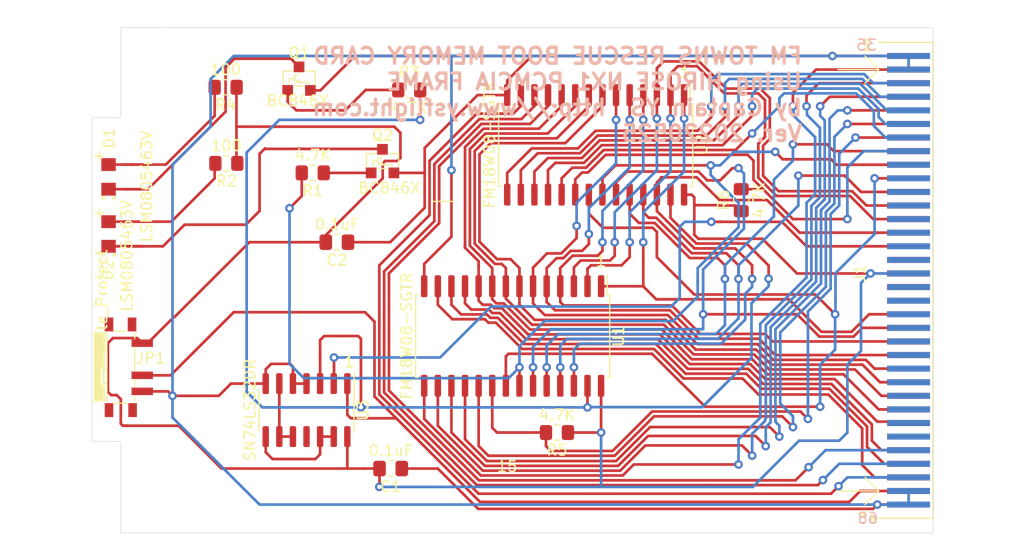
<source format=kicad_pcb>
(kicad_pcb (version 20171130) (host pcbnew "(5.1.6)-1")

  (general
    (thickness 1.6)
    (drawings 48)
    (tracks 1041)
    (zones 0)
    (modules 19)
    (nets 73)
  )

  (page A4)
  (layers
    (0 F.Cu signal)
    (31 B.Cu signal)
    (32 B.Adhes user)
    (33 F.Adhes user)
    (34 B.Paste user)
    (35 F.Paste user)
    (36 B.SilkS user)
    (37 F.SilkS user)
    (38 B.Mask user)
    (39 F.Mask user)
    (40 Dwgs.User user)
    (41 Cmts.User user)
    (42 Eco1.User user)
    (43 Eco2.User user)
    (44 Edge.Cuts user)
    (45 Margin user)
    (46 B.CrtYd user)
    (47 F.CrtYd user)
    (48 B.Fab user)
    (49 F.Fab user)
  )

  (setup
    (last_trace_width 0.25)
    (trace_clearance 0.2)
    (zone_clearance 0.508)
    (zone_45_only no)
    (trace_min 0.2)
    (via_size 0.8)
    (via_drill 0.4)
    (via_min_size 0.4)
    (via_min_drill 0.3)
    (uvia_size 0.3)
    (uvia_drill 0.1)
    (uvias_allowed no)
    (uvia_min_size 0.2)
    (uvia_min_drill 0.1)
    (edge_width 0.05)
    (segment_width 0.2)
    (pcb_text_width 0.3)
    (pcb_text_size 1.5 1.5)
    (mod_edge_width 0.12)
    (mod_text_size 1 1)
    (mod_text_width 0.15)
    (pad_size 2.1 4.1)
    (pad_drill 2.1)
    (pad_to_mask_clearance 0)
    (aux_axis_origin 0 0)
    (visible_elements 7FFFFFFF)
    (pcbplotparams
      (layerselection 0x010fc_ffffffff)
      (usegerberextensions false)
      (usegerberattributes true)
      (usegerberadvancedattributes true)
      (creategerberjobfile true)
      (excludeedgelayer true)
      (linewidth 0.100000)
      (plotframeref false)
      (viasonmask false)
      (mode 1)
      (useauxorigin false)
      (hpglpennumber 1)
      (hpglpenspeed 20)
      (hpglpendiameter 15.000000)
      (psnegative false)
      (psa4output false)
      (plotreference true)
      (plotvalue true)
      (plotinvisibletext false)
      (padsonsilk false)
      (subtractmaskfromsilk false)
      (outputformat 1)
      (mirror false)
      (drillshape 1)
      (scaleselection 1)
      (outputdirectory ""))
  )

  (net 0 "")
  (net 1 GND)
  (net 2 Vcc)
  (net 3 /D9)
  (net 4 /D8)
  (net 5 /~BVD1)
  (net 6 /D10)
  (net 7 /~REG)
  (net 8 /~WAIT)
  (net 9 /A21)
  (net 10 /A25)
  (net 11 /Vpp2)
  (net 12 /A22)
  (net 13 /A23)
  (net 14 /RESET)
  (net 15 /~VS2)
  (net 16 /A24)
  (net 17 /D11)
  (net 18 /A18)
  (net 19 /D14)
  (net 20 /~VS1)
  (net 21 /A19)
  (net 22 /D15)
  (net 23 /~CE2)
  (net 24 /D12)
  (net 25 /D13)
  (net 26 /A17)
  (net 27 /A20)
  (net 28 /A2)
  (net 29 /A0)
  (net 30 /A1)
  (net 31 /D2)
  (net 32 /D0)
  (net 33 /D1)
  (net 34 /A9)
  (net 35 /A11)
  (net 36 /RDY)
  (net 37 /A16)
  (net 38 /A7)
  (net 39 /A15)
  (net 40 /Vpp1)
  (net 41 /A6)
  (net 42 /A5)
  (net 43 /A3)
  (net 44 /A4)
  (net 45 /A12)
  (net 46 /A10)
  (net 47 /~CE1)
  (net 48 /A13)
  (net 49 /A14)
  (net 50 /A8)
  (net 51 /~OE)
  (net 52 /D6)
  (net 53 /D5)
  (net 54 /D7)
  (net 55 /D4)
  (net 56 /D3)
  (net 57 /~BVD2)
  (net 58 "Net-(D1-Pad2)")
  (net 59 "Net-(D2-Pad2)")
  (net 60 "Net-(J1-Pad44)")
  (net 61 "Net-(J1-Pad45)")
  (net 62 "Net-(J1-Pad60)")
  (net 63 "Net-(Q1-Pad1)")
  (net 64 "Net-(Q2-Pad1)")
  (net 65 "Net-(D1-Pad1)")
  (net 66 "Net-(D2-Pad1)")
  (net 67 /~WE)
  (net 68 /~WE~orWP)
  (net 69 /WP)
  (net 70 "Net-(U3-Pad12)")
  (net 71 "Net-(U3-Pad11)")
  (net 72 "Net-(U3-Pad10)")

  (net_class Default "This is the default net class."
    (clearance 0.2)
    (trace_width 0.25)
    (via_dia 0.8)
    (via_drill 0.4)
    (uvia_dia 0.3)
    (uvia_drill 0.1)
    (add_net /A0)
    (add_net /A1)
    (add_net /A10)
    (add_net /A11)
    (add_net /A12)
    (add_net /A13)
    (add_net /A14)
    (add_net /A15)
    (add_net /A16)
    (add_net /A17)
    (add_net /A18)
    (add_net /A19)
    (add_net /A2)
    (add_net /A20)
    (add_net /A21)
    (add_net /A22)
    (add_net /A23)
    (add_net /A24)
    (add_net /A25)
    (add_net /A3)
    (add_net /A4)
    (add_net /A5)
    (add_net /A6)
    (add_net /A7)
    (add_net /A8)
    (add_net /A9)
    (add_net /D0)
    (add_net /D1)
    (add_net /D10)
    (add_net /D11)
    (add_net /D12)
    (add_net /D13)
    (add_net /D14)
    (add_net /D15)
    (add_net /D2)
    (add_net /D3)
    (add_net /D4)
    (add_net /D5)
    (add_net /D6)
    (add_net /D7)
    (add_net /D8)
    (add_net /D9)
    (add_net /RDY)
    (add_net /RESET)
    (add_net /Vpp1)
    (add_net /Vpp2)
    (add_net /WP)
    (add_net /~BVD1)
    (add_net /~BVD2)
    (add_net /~CE1)
    (add_net /~CE2)
    (add_net /~OE)
    (add_net /~REG)
    (add_net /~VS1)
    (add_net /~VS2)
    (add_net /~WAIT)
    (add_net /~WE)
    (add_net /~WE~orWP)
    (add_net GND)
    (add_net "Net-(D1-Pad1)")
    (add_net "Net-(D1-Pad2)")
    (add_net "Net-(D2-Pad1)")
    (add_net "Net-(D2-Pad2)")
    (add_net "Net-(J1-Pad44)")
    (add_net "Net-(J1-Pad45)")
    (add_net "Net-(J1-Pad60)")
    (add_net "Net-(Q1-Pad1)")
    (add_net "Net-(Q2-Pad1)")
    (add_net "Net-(U3-Pad10)")
    (add_net "Net-(U3-Pad11)")
    (add_net "Net-(U3-Pad12)")
    (add_net Vcc)
  )

  (module Resistor_SMD:R_0805_2012Metric_Pad1.15x1.40mm_HandSolder (layer F.Cu) (tedit 5B36C52B) (tstamp 628BB934)
    (at 92.456 58.166)
    (descr "Resistor SMD 0805 (2012 Metric), square (rectangular) end terminal, IPC_7351 nominal with elongated pad for handsoldering. (Body size source: https://docs.google.com/spreadsheets/d/1BsfQQcO9C6DZCsRaXUlFlo91Tg2WpOkGARC1WS5S8t0/edit?usp=sharing), generated with kicad-footprint-generator")
    (tags "resistor handsolder")
    (path /6261AE0E)
    (attr smd)
    (fp_text reference R3 (at 0 -1.65) (layer F.SilkS)
      (effects (font (size 1 1) (thickness 0.15)))
    )
    (fp_text value 4.7K (at 0 1.65) (layer F.SilkS)
      (effects (font (size 1 1) (thickness 0.15)))
    )
    (fp_line (start 1.85 0.95) (end -1.85 0.95) (layer F.CrtYd) (width 0.05))
    (fp_line (start 1.85 -0.95) (end 1.85 0.95) (layer F.CrtYd) (width 0.05))
    (fp_line (start -1.85 -0.95) (end 1.85 -0.95) (layer F.CrtYd) (width 0.05))
    (fp_line (start -1.85 0.95) (end -1.85 -0.95) (layer F.CrtYd) (width 0.05))
    (fp_line (start -0.261252 0.71) (end 0.261252 0.71) (layer F.SilkS) (width 0.12))
    (fp_line (start -0.261252 -0.71) (end 0.261252 -0.71) (layer F.SilkS) (width 0.12))
    (fp_line (start 1 0.6) (end -1 0.6) (layer F.Fab) (width 0.1))
    (fp_line (start 1 -0.6) (end 1 0.6) (layer F.Fab) (width 0.1))
    (fp_line (start -1 -0.6) (end 1 -0.6) (layer F.Fab) (width 0.1))
    (fp_line (start -1 0.6) (end -1 -0.6) (layer F.Fab) (width 0.1))
    (fp_text user %R (at 0 0) (layer F.Fab)
      (effects (font (size 0.5 0.5) (thickness 0.08)))
    )
    (pad 2 smd roundrect (at 1.025 0) (size 1.15 1.4) (layers F.Cu F.Paste F.Mask) (roundrect_rratio 0.217391)
      (net 68 /~WE~orWP))
    (pad 1 smd roundrect (at -1.025 0) (size 1.15 1.4) (layers F.Cu F.Paste F.Mask) (roundrect_rratio 0.217391)
      (net 63 "Net-(Q1-Pad1)"))
    (model ${KISYS3DMOD}/Resistor_SMD.3dshapes/R_0805_2012Metric.wrl
      (at (xyz 0 0 0))
      (scale (xyz 1 1 1))
      (rotate (xyz 0 0 0))
    )
  )

  (module Resistor_SMD:R_0805_2012Metric_Pad1.15x1.40mm_HandSolder (layer F.Cu) (tedit 5B36C52B) (tstamp 628BB294)
    (at 123.444 68.462 90)
    (descr "Resistor SMD 0805 (2012 Metric), square (rectangular) end terminal, IPC_7351 nominal with elongated pad for handsoldering. (Body size source: https://docs.google.com/spreadsheets/d/1BsfQQcO9C6DZCsRaXUlFlo91Tg2WpOkGARC1WS5S8t0/edit?usp=sharing), generated with kicad-footprint-generator")
    (tags "resistor handsolder")
    (path /627F2696)
    (attr smd)
    (fp_text reference R6 (at 0 -1.65 90) (layer F.SilkS)
      (effects (font (size 1 1) (thickness 0.15)))
    )
    (fp_text value 4.7K (at 0 1.65 90) (layer F.SilkS)
      (effects (font (size 1 1) (thickness 0.15)))
    )
    (fp_line (start 1.85 0.95) (end -1.85 0.95) (layer F.CrtYd) (width 0.05))
    (fp_line (start 1.85 -0.95) (end 1.85 0.95) (layer F.CrtYd) (width 0.05))
    (fp_line (start -1.85 -0.95) (end 1.85 -0.95) (layer F.CrtYd) (width 0.05))
    (fp_line (start -1.85 0.95) (end -1.85 -0.95) (layer F.CrtYd) (width 0.05))
    (fp_line (start -0.261252 0.71) (end 0.261252 0.71) (layer F.SilkS) (width 0.12))
    (fp_line (start -0.261252 -0.71) (end 0.261252 -0.71) (layer F.SilkS) (width 0.12))
    (fp_line (start 1 0.6) (end -1 0.6) (layer F.Fab) (width 0.1))
    (fp_line (start 1 -0.6) (end 1 0.6) (layer F.Fab) (width 0.1))
    (fp_line (start -1 -0.6) (end 1 -0.6) (layer F.Fab) (width 0.1))
    (fp_line (start -1 0.6) (end -1 -0.6) (layer F.Fab) (width 0.1))
    (fp_text user %R (at 0 0 90) (layer F.Fab)
      (effects (font (size 0.5 0.5) (thickness 0.08)))
    )
    (pad 2 smd roundrect (at 1.025 0 90) (size 1.15 1.4) (layers F.Cu F.Paste F.Mask) (roundrect_rratio 0.217391)
      (net 23 /~CE2))
    (pad 1 smd roundrect (at -1.025 0 90) (size 1.15 1.4) (layers F.Cu F.Paste F.Mask) (roundrect_rratio 0.217391)
      (net 2 Vcc))
    (model ${KISYS3DMOD}/Resistor_SMD.3dshapes/R_0805_2012Metric.wrl
      (at (xyz 0 0 0))
      (scale (xyz 1 1 1))
      (rotate (xyz 0 0 0))
    )
  )

  (module Resistor_SMD:R_0805_2012Metric_Pad1.15x1.40mm_HandSolder (layer F.Cu) (tedit 5B36C52B) (tstamp 628BB283)
    (at 106.2445 90.17 180)
    (descr "Resistor SMD 0805 (2012 Metric), square (rectangular) end terminal, IPC_7351 nominal with elongated pad for handsoldering. (Body size source: https://docs.google.com/spreadsheets/d/1BsfQQcO9C6DZCsRaXUlFlo91Tg2WpOkGARC1WS5S8t0/edit?usp=sharing), generated with kicad-footprint-generator")
    (tags "resistor handsolder")
    (path /627E564B)
    (attr smd)
    (fp_text reference R5 (at 0 -1.65) (layer F.SilkS)
      (effects (font (size 1 1) (thickness 0.15)))
    )
    (fp_text value 4.7K (at 0 1.65) (layer F.SilkS)
      (effects (font (size 1 1) (thickness 0.15)))
    )
    (fp_line (start 1.85 0.95) (end -1.85 0.95) (layer F.CrtYd) (width 0.05))
    (fp_line (start 1.85 -0.95) (end 1.85 0.95) (layer F.CrtYd) (width 0.05))
    (fp_line (start -1.85 -0.95) (end 1.85 -0.95) (layer F.CrtYd) (width 0.05))
    (fp_line (start -1.85 0.95) (end -1.85 -0.95) (layer F.CrtYd) (width 0.05))
    (fp_line (start -0.261252 0.71) (end 0.261252 0.71) (layer F.SilkS) (width 0.12))
    (fp_line (start -0.261252 -0.71) (end 0.261252 -0.71) (layer F.SilkS) (width 0.12))
    (fp_line (start 1 0.6) (end -1 0.6) (layer F.Fab) (width 0.1))
    (fp_line (start 1 -0.6) (end 1 0.6) (layer F.Fab) (width 0.1))
    (fp_line (start -1 -0.6) (end 1 -0.6) (layer F.Fab) (width 0.1))
    (fp_line (start -1 0.6) (end -1 -0.6) (layer F.Fab) (width 0.1))
    (fp_text user %R (at 0 0) (layer F.Fab)
      (effects (font (size 0.5 0.5) (thickness 0.08)))
    )
    (pad 2 smd roundrect (at 1.025 0 180) (size 1.15 1.4) (layers F.Cu F.Paste F.Mask) (roundrect_rratio 0.217391)
      (net 47 /~CE1))
    (pad 1 smd roundrect (at -1.025 0 180) (size 1.15 1.4) (layers F.Cu F.Paste F.Mask) (roundrect_rratio 0.217391)
      (net 2 Vcc))
    (model ${KISYS3DMOD}/Resistor_SMD.3dshapes/R_0805_2012Metric.wrl
      (at (xyz 0 0 0))
      (scale (xyz 1 1 1))
      (rotate (xyz 0 0 0))
    )
  )

  (module Resistor_SMD:R_0805_2012Metric_Pad1.15x1.40mm_HandSolder (layer F.Cu) (tedit 5B36C52B) (tstamp 628BBC11)
    (at 75.32 57.912 180)
    (descr "Resistor SMD 0805 (2012 Metric), square (rectangular) end terminal, IPC_7351 nominal with elongated pad for handsoldering. (Body size source: https://docs.google.com/spreadsheets/d/1BsfQQcO9C6DZCsRaXUlFlo91Tg2WpOkGARC1WS5S8t0/edit?usp=sharing), generated with kicad-footprint-generator")
    (tags "resistor handsolder")
    (path /6261B8A4)
    (attr smd)
    (fp_text reference R4 (at 0 -1.65) (layer F.SilkS)
      (effects (font (size 1 1) (thickness 0.15)))
    )
    (fp_text value 100 (at 0 1.65) (layer F.SilkS)
      (effects (font (size 1 1) (thickness 0.15)))
    )
    (fp_line (start 1.85 0.95) (end -1.85 0.95) (layer F.CrtYd) (width 0.05))
    (fp_line (start 1.85 -0.95) (end 1.85 0.95) (layer F.CrtYd) (width 0.05))
    (fp_line (start -1.85 -0.95) (end 1.85 -0.95) (layer F.CrtYd) (width 0.05))
    (fp_line (start -1.85 0.95) (end -1.85 -0.95) (layer F.CrtYd) (width 0.05))
    (fp_line (start -0.261252 0.71) (end 0.261252 0.71) (layer F.SilkS) (width 0.12))
    (fp_line (start -0.261252 -0.71) (end 0.261252 -0.71) (layer F.SilkS) (width 0.12))
    (fp_line (start 1 0.6) (end -1 0.6) (layer F.Fab) (width 0.1))
    (fp_line (start 1 -0.6) (end 1 0.6) (layer F.Fab) (width 0.1))
    (fp_line (start -1 -0.6) (end 1 -0.6) (layer F.Fab) (width 0.1))
    (fp_line (start -1 0.6) (end -1 -0.6) (layer F.Fab) (width 0.1))
    (fp_text user %R (at 0 0) (layer F.Fab)
      (effects (font (size 0.5 0.5) (thickness 0.08)))
    )
    (pad 2 smd roundrect (at 1.025 0 180) (size 1.15 1.4) (layers F.Cu F.Paste F.Mask) (roundrect_rratio 0.217391)
      (net 58 "Net-(D1-Pad2)"))
    (pad 1 smd roundrect (at -1.025 0 180) (size 1.15 1.4) (layers F.Cu F.Paste F.Mask) (roundrect_rratio 0.217391)
      (net 2 Vcc))
    (model ${KISYS3DMOD}/Resistor_SMD.3dshapes/R_0805_2012Metric.wrl
      (at (xyz 0 0 0))
      (scale (xyz 1 1 1))
      (rotate (xyz 0 0 0))
    )
  )

  (module Resistor_SMD:R_0805_2012Metric_Pad1.15x1.40mm_HandSolder (layer F.Cu) (tedit 5B36C52B) (tstamp 628BB24F)
    (at 75.3835 65.024 180)
    (descr "Resistor SMD 0805 (2012 Metric), square (rectangular) end terminal, IPC_7351 nominal with elongated pad for handsoldering. (Body size source: https://docs.google.com/spreadsheets/d/1BsfQQcO9C6DZCsRaXUlFlo91Tg2WpOkGARC1WS5S8t0/edit?usp=sharing), generated with kicad-footprint-generator")
    (tags "resistor handsolder")
    (path /62637FF1)
    (attr smd)
    (fp_text reference R2 (at 0 -1.65) (layer F.SilkS)
      (effects (font (size 1 1) (thickness 0.15)))
    )
    (fp_text value 100 (at 0 1.65) (layer F.SilkS)
      (effects (font (size 1 1) (thickness 0.15)))
    )
    (fp_line (start 1.85 0.95) (end -1.85 0.95) (layer F.CrtYd) (width 0.05))
    (fp_line (start 1.85 -0.95) (end 1.85 0.95) (layer F.CrtYd) (width 0.05))
    (fp_line (start -1.85 -0.95) (end 1.85 -0.95) (layer F.CrtYd) (width 0.05))
    (fp_line (start -1.85 0.95) (end -1.85 -0.95) (layer F.CrtYd) (width 0.05))
    (fp_line (start -0.261252 0.71) (end 0.261252 0.71) (layer F.SilkS) (width 0.12))
    (fp_line (start -0.261252 -0.71) (end 0.261252 -0.71) (layer F.SilkS) (width 0.12))
    (fp_line (start 1 0.6) (end -1 0.6) (layer F.Fab) (width 0.1))
    (fp_line (start 1 -0.6) (end 1 0.6) (layer F.Fab) (width 0.1))
    (fp_line (start -1 -0.6) (end 1 -0.6) (layer F.Fab) (width 0.1))
    (fp_line (start -1 0.6) (end -1 -0.6) (layer F.Fab) (width 0.1))
    (fp_text user %R (at 0 0) (layer F.Fab)
      (effects (font (size 0.5 0.5) (thickness 0.08)))
    )
    (pad 2 smd roundrect (at 1.025 0 180) (size 1.15 1.4) (layers F.Cu F.Paste F.Mask) (roundrect_rratio 0.217391)
      (net 59 "Net-(D2-Pad2)"))
    (pad 1 smd roundrect (at -1.025 0 180) (size 1.15 1.4) (layers F.Cu F.Paste F.Mask) (roundrect_rratio 0.217391)
      (net 2 Vcc))
    (model ${KISYS3DMOD}/Resistor_SMD.3dshapes/R_0805_2012Metric.wrl
      (at (xyz 0 0 0))
      (scale (xyz 1 1 1))
      (rotate (xyz 0 0 0))
    )
  )

  (module Resistor_SMD:R_0805_2012Metric_Pad1.15x1.40mm_HandSolder (layer F.Cu) (tedit 5B36C52B) (tstamp 628BB23E)
    (at 83.448 65.913 180)
    (descr "Resistor SMD 0805 (2012 Metric), square (rectangular) end terminal, IPC_7351 nominal with elongated pad for handsoldering. (Body size source: https://docs.google.com/spreadsheets/d/1BsfQQcO9C6DZCsRaXUlFlo91Tg2WpOkGARC1WS5S8t0/edit?usp=sharing), generated with kicad-footprint-generator")
    (tags "resistor handsolder")
    (path /626373D3)
    (attr smd)
    (fp_text reference R1 (at 0 -1.65) (layer F.SilkS)
      (effects (font (size 1 1) (thickness 0.15)))
    )
    (fp_text value 4.7K (at 0 1.65) (layer F.SilkS)
      (effects (font (size 1 1) (thickness 0.15)))
    )
    (fp_line (start 1.85 0.95) (end -1.85 0.95) (layer F.CrtYd) (width 0.05))
    (fp_line (start 1.85 -0.95) (end 1.85 0.95) (layer F.CrtYd) (width 0.05))
    (fp_line (start -1.85 -0.95) (end 1.85 -0.95) (layer F.CrtYd) (width 0.05))
    (fp_line (start -1.85 0.95) (end -1.85 -0.95) (layer F.CrtYd) (width 0.05))
    (fp_line (start -0.261252 0.71) (end 0.261252 0.71) (layer F.SilkS) (width 0.12))
    (fp_line (start -0.261252 -0.71) (end 0.261252 -0.71) (layer F.SilkS) (width 0.12))
    (fp_line (start 1 0.6) (end -1 0.6) (layer F.Fab) (width 0.1))
    (fp_line (start 1 -0.6) (end 1 0.6) (layer F.Fab) (width 0.1))
    (fp_line (start -1 -0.6) (end 1 -0.6) (layer F.Fab) (width 0.1))
    (fp_line (start -1 0.6) (end -1 -0.6) (layer F.Fab) (width 0.1))
    (fp_text user %R (at 0 0) (layer F.Fab)
      (effects (font (size 0.5 0.5) (thickness 0.08)))
    )
    (pad 2 smd roundrect (at 1.025 0 180) (size 1.15 1.4) (layers F.Cu F.Paste F.Mask) (roundrect_rratio 0.217391)
      (net 51 /~OE))
    (pad 1 smd roundrect (at -1.025 0 180) (size 1.15 1.4) (layers F.Cu F.Paste F.Mask) (roundrect_rratio 0.217391)
      (net 64 "Net-(Q2-Pad1)"))
    (model ${KISYS3DMOD}/Resistor_SMD.3dshapes/R_0805_2012Metric.wrl
      (at (xyz 0 0 0))
      (scale (xyz 1 1 1))
      (rotate (xyz 0 0 0))
    )
  )

  (module Package_SO:SOIC-14_3.9x8.7mm_P1.27mm (layer F.Cu) (tedit 5D9F72B1) (tstamp 62882D9C)
    (at 82.8675 88.0745 270)
    (descr "SOIC, 14 Pin (JEDEC MS-012AB, https://www.analog.com/media/en/package-pcb-resources/package/pkg_pdf/soic_narrow-r/r_14.pdf), generated with kicad-footprint-generator ipc_gullwing_generator.py")
    (tags "SOIC SO")
    (path /62898504)
    (attr smd)
    (fp_text reference U3 (at 0 -5.28 90) (layer F.SilkS)
      (effects (font (size 1 1) (thickness 0.15)))
    )
    (fp_text value SN74LS32DR (at 0 5.28 90) (layer F.SilkS)
      (effects (font (size 1 1) (thickness 0.15)))
    )
    (fp_line (start 0 4.435) (end 1.95 4.435) (layer F.SilkS) (width 0.12))
    (fp_line (start 0 4.435) (end -1.95 4.435) (layer F.SilkS) (width 0.12))
    (fp_line (start 0 -4.435) (end 1.95 -4.435) (layer F.SilkS) (width 0.12))
    (fp_line (start 0 -4.435) (end -3.45 -4.435) (layer F.SilkS) (width 0.12))
    (fp_line (start -0.975 -4.325) (end 1.95 -4.325) (layer F.Fab) (width 0.1))
    (fp_line (start 1.95 -4.325) (end 1.95 4.325) (layer F.Fab) (width 0.1))
    (fp_line (start 1.95 4.325) (end -1.95 4.325) (layer F.Fab) (width 0.1))
    (fp_line (start -1.95 4.325) (end -1.95 -3.35) (layer F.Fab) (width 0.1))
    (fp_line (start -1.95 -3.35) (end -0.975 -4.325) (layer F.Fab) (width 0.1))
    (fp_line (start -3.7 -4.58) (end -3.7 4.58) (layer F.CrtYd) (width 0.05))
    (fp_line (start -3.7 4.58) (end 3.7 4.58) (layer F.CrtYd) (width 0.05))
    (fp_line (start 3.7 4.58) (end 3.7 -4.58) (layer F.CrtYd) (width 0.05))
    (fp_line (start 3.7 -4.58) (end -3.7 -4.58) (layer F.CrtYd) (width 0.05))
    (fp_text user %R (at 0 0 90) (layer F.Fab)
      (effects (font (size 0.98 0.98) (thickness 0.15)))
    )
    (pad 14 smd roundrect (at 2.475 -3.81 270) (size 1.95 0.6) (layers F.Cu F.Paste F.Mask) (roundrect_rratio 0.25)
      (net 2 Vcc))
    (pad 13 smd roundrect (at 2.475 -2.54 270) (size 1.95 0.6) (layers F.Cu F.Paste F.Mask) (roundrect_rratio 0.25)
      (net 70 "Net-(U3-Pad12)"))
    (pad 12 smd roundrect (at 2.475 -1.27 270) (size 1.95 0.6) (layers F.Cu F.Paste F.Mask) (roundrect_rratio 0.25)
      (net 70 "Net-(U3-Pad12)"))
    (pad 11 smd roundrect (at 2.475 0 270) (size 1.95 0.6) (layers F.Cu F.Paste F.Mask) (roundrect_rratio 0.25)
      (net 71 "Net-(U3-Pad11)"))
    (pad 10 smd roundrect (at 2.475 1.27 270) (size 1.95 0.6) (layers F.Cu F.Paste F.Mask) (roundrect_rratio 0.25)
      (net 72 "Net-(U3-Pad10)"))
    (pad 9 smd roundrect (at 2.475 2.54 270) (size 1.95 0.6) (layers F.Cu F.Paste F.Mask) (roundrect_rratio 0.25)
      (net 72 "Net-(U3-Pad10)"))
    (pad 8 smd roundrect (at 2.475 3.81 270) (size 1.95 0.6) (layers F.Cu F.Paste F.Mask) (roundrect_rratio 0.25)
      (net 70 "Net-(U3-Pad12)"))
    (pad 7 smd roundrect (at -2.475 3.81 270) (size 1.95 0.6) (layers F.Cu F.Paste F.Mask) (roundrect_rratio 0.25)
      (net 1 GND))
    (pad 6 smd roundrect (at -2.475 2.54 270) (size 1.95 0.6) (layers F.Cu F.Paste F.Mask) (roundrect_rratio 0.25)
      (net 72 "Net-(U3-Pad10)"))
    (pad 5 smd roundrect (at -2.475 1.27 270) (size 1.95 0.6) (layers F.Cu F.Paste F.Mask) (roundrect_rratio 0.25)
      (net 1 GND))
    (pad 4 smd roundrect (at -2.475 0 270) (size 1.95 0.6) (layers F.Cu F.Paste F.Mask) (roundrect_rratio 0.25)
      (net 1 GND))
    (pad 3 smd roundrect (at -2.475 -1.27 270) (size 1.95 0.6) (layers F.Cu F.Paste F.Mask) (roundrect_rratio 0.25)
      (net 68 /~WE~orWP))
    (pad 2 smd roundrect (at -2.475 -2.54 270) (size 1.95 0.6) (layers F.Cu F.Paste F.Mask) (roundrect_rratio 0.25)
      (net 67 /~WE))
    (pad 1 smd roundrect (at -2.475 -3.81 270) (size 1.95 0.6) (layers F.Cu F.Paste F.Mask) (roundrect_rratio 0.25)
      (net 69 /WP))
    (model ${KISYS3DMOD}/Package_SO.3dshapes/SOIC-14_3.9x8.7mm_P1.27mm.wrl
      (at (xyz 0 0 0))
      (scale (xyz 1 1 1))
      (rotate (xyz 0 0 0))
    )
  )

  (module PCMCIA:MA_Memory_Card_Slide_Switch (layer F.Cu) (tedit 627F9AE5) (tstamp 6287A2D9)
    (at 65.532 84.074)
    (path /628F8554)
    (fp_text reference JP1 (at 2.794 -0.849) (layer F.SilkS)
      (effects (font (size 1 1) (thickness 0.15)))
    )
    (fp_text value Write_Protect (at -1.778 -6.096 90) (layer F.SilkS)
      (effects (font (size 1 1) (thickness 0.15)))
    )
    (fp_line (start 1.3 3.2) (end 1.3 2.7) (layer F.SilkS) (width 0.12))
    (fp_line (start -1.3 3.2) (end -1.3 -3.2) (layer F.SilkS) (width 0.12))
    (fp_line (start 0.5 -3.35) (end -0.6 -3.35) (layer F.SilkS) (width 0.12))
    (fp_line (start 0.6 3.35) (end -0.6 3.35) (layer F.SilkS) (width 0.12))
    (fp_line (start -1.6 0.2) (end -1.6 1.5) (layer F.SilkS) (width 0.12))
    (fp_line (start -1.6 1.5) (end -1.3 1.5) (layer F.SilkS) (width 0.12))
    (fp_line (start -1.6 0.2) (end -1.3 0.2) (layer F.SilkS) (width 0.12))
    (fp_line (start 1.3 1.8) (end 1.3 1.2) (layer F.SilkS) (width 0.12))
    (fp_line (start 1.3 0.3) (end 1.3 -1.8) (layer F.SilkS) (width 0.12))
    (fp_line (start 1.3 -2.7) (end 1.3 -3.2) (layer F.SilkS) (width 0.12))
    (pad "" smd rect (at 1.1 4) (size 0.8 1.3) (layers F.Cu F.Paste F.Mask))
    (pad "" smd rect (at -1.1 4) (size 0.8 1.3) (layers F.Cu F.Paste F.Mask))
    (pad "" smd rect (at 1.05 -4) (size 0.8 1.3) (layers F.Cu F.Paste F.Mask))
    (pad "" smd rect (at -1.1 -4) (size 0.8 1.3) (layers F.Cu F.Paste F.Mask))
    (pad 3 smd rect (at 2 -2.25) (size 2 0.7) (layers F.Cu F.Paste F.Mask)
      (net 2 Vcc))
    (pad 2 smd rect (at 2 0.75) (size 2 0.7) (layers F.Cu F.Paste F.Mask)
      (net 69 /WP))
    (pad 1 smd rect (at 2 2.25) (size 2 0.7) (layers F.Cu F.Paste F.Mask)
      (net 1 GND))
    (pad "" np_thru_hole circle (at 0 1.5) (size 0.9 0.9) (drill 0.9) (layers *.Cu *.Mask))
    (pad "" np_thru_hole circle (at 0 -1.5) (size 0.9 0.9) (drill 0.9) (layers *.Cu *.Mask))
  )

  (module MountingHole:MountingHole_2.1mm (layer F.Cu) (tedit 62879FF4) (tstamp 6287B029)
    (at 68.453 59.309)
    (descr "Mounting Hole 2.1mm, no annular")
    (tags "mounting hole 2.1mm no annular")
    (attr virtual)
    (fp_text reference REF** (at 0.0635 -3.4925) (layer Dwgs.User)
      (effects (font (size 1 1) (thickness 0.15)))
    )
    (fp_text value MountingHole_1.5mm (at -2.794 -5.2705) (layer F.Fab)
      (effects (font (size 1 1) (thickness 0.15)))
    )
    (fp_circle (center 0 0) (end 2.1 0) (layer Cmts.User) (width 0.15))
    (fp_circle (center 0 0) (end 2.35 0) (layer F.CrtYd) (width 0.05))
    (fp_text user %R (at 0.3 0) (layer F.Fab)
      (effects (font (size 1 1) (thickness 0.15)))
    )
    (pad "" np_thru_hole oval (at 0 0) (size 2.1 4.1) (drill oval 2.1 4.1) (layers *.Cu *.Mask))
  )

  (module PCMCIA:LSM0805463V (layer F.Cu) (tedit 625E24E8) (tstamp 625EA562)
    (at 64.389 71.621 90)
    (path /625C2726)
    (fp_text reference D2 (at -3.3725 -0.0635 90) (layer F.SilkS)
      (effects (font (size 1 1) (thickness 0.15)))
    )
    (fp_text value LSM0805463V (at -2.039 1.7145 90) (layer F.SilkS)
      (effects (font (size 1 1) (thickness 0.15)))
    )
    (fp_line (start -2.05 -0.62) (end -1.84 -0.62) (layer F.SilkS) (width 0.12))
    (fp_line (start -1.84 -0.62) (end -1.84 -0.42) (layer F.SilkS) (width 0.12))
    (fp_line (start -1.84 -0.42) (end -2.05 -0.42) (layer F.SilkS) (width 0.12))
    (fp_line (start -2.05 -0.42) (end -2.05 -0.62) (layer F.SilkS) (width 0.12))
    (fp_line (start -1.83 0.42) (end -1.83 0.62) (layer F.SilkS) (width 0.12))
    (fp_line (start -2.04 0.62) (end -2.04 0.42) (layer F.SilkS) (width 0.12))
    (fp_line (start -2.04 0.42) (end -1.83 0.42) (layer F.SilkS) (width 0.12))
    (fp_line (start -1.83 0.62) (end -2.04 0.62) (layer F.SilkS) (width 0.12))
    (fp_text user + (at 1.92 -0.92 90) (layer F.SilkS)
      (effects (font (size 1 1) (thickness 0.15)))
    )
    (pad 2 smd rect (at 1.15 0 90) (size 1.2 1.35) (layers F.Cu F.Paste F.Mask)
      (net 59 "Net-(D2-Pad2)"))
    (pad 1 smd rect (at -1.15 0 90) (size 1.2 1.35) (layers F.Cu F.Paste F.Mask)
      (net 66 "Net-(D2-Pad1)"))
  )

  (module PCMCIA:LSM0805463V (layer F.Cu) (tedit 625E24E8) (tstamp 625EA553)
    (at 64.389 66.287 90)
    (path /625C20EC)
    (fp_text reference D1 (at 3.6125 0.0635 90) (layer F.SilkS)
      (effects (font (size 1 1) (thickness 0.15)))
    )
    (fp_text value LSM0805463V (at -0.896 3.556 90) (layer F.SilkS)
      (effects (font (size 1 1) (thickness 0.15)))
    )
    (fp_line (start -2.05 -0.62) (end -1.84 -0.62) (layer F.SilkS) (width 0.12))
    (fp_line (start -1.84 -0.62) (end -1.84 -0.42) (layer F.SilkS) (width 0.12))
    (fp_line (start -1.84 -0.42) (end -2.05 -0.42) (layer F.SilkS) (width 0.12))
    (fp_line (start -2.05 -0.42) (end -2.05 -0.62) (layer F.SilkS) (width 0.12))
    (fp_line (start -1.83 0.42) (end -1.83 0.62) (layer F.SilkS) (width 0.12))
    (fp_line (start -2.04 0.62) (end -2.04 0.42) (layer F.SilkS) (width 0.12))
    (fp_line (start -2.04 0.42) (end -1.83 0.42) (layer F.SilkS) (width 0.12))
    (fp_line (start -1.83 0.62) (end -2.04 0.62) (layer F.SilkS) (width 0.12))
    (fp_text user + (at 1.92 -0.92 90) (layer F.SilkS)
      (effects (font (size 1 1) (thickness 0.15)))
    )
    (pad 2 smd rect (at 1.15 0 90) (size 1.2 1.35) (layers F.Cu F.Paste F.Mask)
      (net 58 "Net-(D1-Pad2)"))
    (pad 1 smd rect (at -1.15 0 90) (size 1.2 1.35) (layers F.Cu F.Paste F.Mask)
      (net 65 "Net-(D1-Pad1)"))
  )

  (module Capacitor_SMD:C_0805_2012Metric_Pad1.18x1.45mm_HandSolder (layer F.Cu) (tedit 5F68FEEF) (tstamp 62575106)
    (at 85.7035 72.39 180)
    (descr "Capacitor SMD 0805 (2012 Metric), square (rectangular) end terminal, IPC_7351 nominal with elongated pad for handsoldering. (Body size source: IPC-SM-782 page 76, https://www.pcb-3d.com/wordpress/wp-content/uploads/ipc-sm-782a_amendment_1_and_2.pdf, https://docs.google.com/spreadsheets/d/1BsfQQcO9C6DZCsRaXUlFlo91Tg2WpOkGARC1WS5S8t0/edit?usp=sharing), generated with kicad-footprint-generator")
    (tags "capacitor handsolder")
    (path /6278E421)
    (attr smd)
    (fp_text reference C2 (at 0 -1.68) (layer F.SilkS)
      (effects (font (size 1 1) (thickness 0.15)))
    )
    (fp_text value 0.1uF (at 0 1.68) (layer F.SilkS)
      (effects (font (size 1 1) (thickness 0.15)))
    )
    (fp_line (start -1 0.625) (end -1 -0.625) (layer F.Fab) (width 0.1))
    (fp_line (start -1 -0.625) (end 1 -0.625) (layer F.Fab) (width 0.1))
    (fp_line (start 1 -0.625) (end 1 0.625) (layer F.Fab) (width 0.1))
    (fp_line (start 1 0.625) (end -1 0.625) (layer F.Fab) (width 0.1))
    (fp_line (start -0.261252 -0.735) (end 0.261252 -0.735) (layer F.SilkS) (width 0.12))
    (fp_line (start -0.261252 0.735) (end 0.261252 0.735) (layer F.SilkS) (width 0.12))
    (fp_line (start -1.88 0.98) (end -1.88 -0.98) (layer F.CrtYd) (width 0.05))
    (fp_line (start -1.88 -0.98) (end 1.88 -0.98) (layer F.CrtYd) (width 0.05))
    (fp_line (start 1.88 -0.98) (end 1.88 0.98) (layer F.CrtYd) (width 0.05))
    (fp_line (start 1.88 0.98) (end -1.88 0.98) (layer F.CrtYd) (width 0.05))
    (fp_text user %R (at 0 0) (layer F.Fab)
      (effects (font (size 0.5 0.5) (thickness 0.08)))
    )
    (pad 2 smd roundrect (at 1.0375 0 180) (size 1.175 1.45) (layers F.Cu F.Paste F.Mask) (roundrect_rratio 0.212766)
      (net 2 Vcc))
    (pad 1 smd roundrect (at -1.0375 0 180) (size 1.175 1.45) (layers F.Cu F.Paste F.Mask) (roundrect_rratio 0.212766)
      (net 1 GND))
    (model ${KISYS3DMOD}/Capacitor_SMD.3dshapes/C_0805_2012Metric.wrl
      (at (xyz 0 0 0))
      (scale (xyz 1 1 1))
      (rotate (xyz 0 0 0))
    )
  )

  (module MountingHole:MountingHole_2.1mm (layer F.Cu) (tedit 62879FDC) (tstamp 62865ACB)
    (at 68.453 92.5195)
    (descr "Mounting Hole 2.1mm, no annular")
    (tags "mounting hole 2.1mm no annular")
    (attr virtual)
    (fp_text reference REF** (at 0 3.683) (layer Dwgs.User)
      (effects (font (size 1 1) (thickness 0.15)))
    )
    (fp_text value MountingHole_1.5mm (at 2.667 5.08) (layer F.Fab)
      (effects (font (size 1 1) (thickness 0.15)))
    )
    (fp_circle (center 0 0) (end 2.1 0) (layer Cmts.User) (width 0.15))
    (fp_circle (center 0 0) (end 2.35 0) (layer F.CrtYd) (width 0.05))
    (fp_text user %R (at 0.3 0) (layer F.Fab)
      (effects (font (size 1 1) (thickness 0.15)))
    )
    (pad "" np_thru_hole oval (at 0 0) (size 2.1 4.1) (drill oval 2.1 4.1) (layers *.Cu *.Mask))
  )

  (module Package_SO:SOIC-28W_7.5x17.9mm_P1.27mm (layer F.Cu) (tedit 5D9F72B1) (tstamp 628703E0)
    (at 109.855 63.295 270)
    (descr "SOIC, 28 Pin (JEDEC MS-013AE, https://www.analog.com/media/en/package-pcb-resources/package/35833120341221rw_28.pdf), generated with kicad-footprint-generator ipc_gullwing_generator.py")
    (tags "SOIC SO")
    (path /622D76AF)
    (attr smd)
    (fp_text reference U2 (at 0 -9.9 90) (layer F.SilkS)
      (effects (font (size 1 1) (thickness 0.15)))
    )
    (fp_text value FM18W08-SGTR (at 0 9.9 90) (layer F.SilkS)
      (effects (font (size 1 1) (thickness 0.15)))
    )
    (fp_line (start 0 9.06) (end 3.86 9.06) (layer F.SilkS) (width 0.12))
    (fp_line (start 3.86 9.06) (end 3.86 8.815) (layer F.SilkS) (width 0.12))
    (fp_line (start 0 9.06) (end -3.86 9.06) (layer F.SilkS) (width 0.12))
    (fp_line (start -3.86 9.06) (end -3.86 8.815) (layer F.SilkS) (width 0.12))
    (fp_line (start 0 -9.06) (end 3.86 -9.06) (layer F.SilkS) (width 0.12))
    (fp_line (start 3.86 -9.06) (end 3.86 -8.815) (layer F.SilkS) (width 0.12))
    (fp_line (start 0 -9.06) (end -3.86 -9.06) (layer F.SilkS) (width 0.12))
    (fp_line (start -3.86 -9.06) (end -3.86 -8.815) (layer F.SilkS) (width 0.12))
    (fp_line (start -3.86 -8.815) (end -5.675 -8.815) (layer F.SilkS) (width 0.12))
    (fp_line (start -2.75 -8.95) (end 3.75 -8.95) (layer F.Fab) (width 0.1))
    (fp_line (start 3.75 -8.95) (end 3.75 8.95) (layer F.Fab) (width 0.1))
    (fp_line (start 3.75 8.95) (end -3.75 8.95) (layer F.Fab) (width 0.1))
    (fp_line (start -3.75 8.95) (end -3.75 -7.95) (layer F.Fab) (width 0.1))
    (fp_line (start -3.75 -7.95) (end -2.75 -8.95) (layer F.Fab) (width 0.1))
    (fp_line (start -5.93 -9.2) (end -5.93 9.2) (layer F.CrtYd) (width 0.05))
    (fp_line (start -5.93 9.2) (end 5.93 9.2) (layer F.CrtYd) (width 0.05))
    (fp_line (start 5.93 9.2) (end 5.93 -9.2) (layer F.CrtYd) (width 0.05))
    (fp_line (start 5.93 -9.2) (end -5.93 -9.2) (layer F.CrtYd) (width 0.05))
    (fp_text user %R (at 0 0 90) (layer F.Fab)
      (effects (font (size 1 1) (thickness 0.15)))
    )
    (pad 28 smd roundrect (at 4.65 -8.255 270) (size 2.05 0.6) (layers F.Cu F.Paste F.Mask) (roundrect_rratio 0.25)
      (net 2 Vcc))
    (pad 27 smd roundrect (at 4.65 -6.985 270) (size 2.05 0.6) (layers F.Cu F.Paste F.Mask) (roundrect_rratio 0.25)
      (net 68 /~WE~orWP))
    (pad 26 smd roundrect (at 4.65 -5.715 270) (size 2.05 0.6) (layers F.Cu F.Paste F.Mask) (roundrect_rratio 0.25)
      (net 49 /A14))
    (pad 25 smd roundrect (at 4.65 -4.445 270) (size 2.05 0.6) (layers F.Cu F.Paste F.Mask) (roundrect_rratio 0.25)
      (net 34 /A9))
    (pad 24 smd roundrect (at 4.65 -3.175 270) (size 2.05 0.6) (layers F.Cu F.Paste F.Mask) (roundrect_rratio 0.25)
      (net 46 /A10))
    (pad 23 smd roundrect (at 4.65 -1.905 270) (size 2.05 0.6) (layers F.Cu F.Paste F.Mask) (roundrect_rratio 0.25)
      (net 45 /A12))
    (pad 22 smd roundrect (at 4.65 -0.635 270) (size 2.05 0.6) (layers F.Cu F.Paste F.Mask) (roundrect_rratio 0.25)
      (net 51 /~OE))
    (pad 21 smd roundrect (at 4.65 0.635 270) (size 2.05 0.6) (layers F.Cu F.Paste F.Mask) (roundrect_rratio 0.25)
      (net 35 /A11))
    (pad 20 smd roundrect (at 4.65 1.905 270) (size 2.05 0.6) (layers F.Cu F.Paste F.Mask) (roundrect_rratio 0.25)
      (net 23 /~CE2))
    (pad 19 smd roundrect (at 4.65 3.175 270) (size 2.05 0.6) (layers F.Cu F.Paste F.Mask) (roundrect_rratio 0.25)
      (net 22 /D15))
    (pad 18 smd roundrect (at 4.65 4.445 270) (size 2.05 0.6) (layers F.Cu F.Paste F.Mask) (roundrect_rratio 0.25)
      (net 19 /D14))
    (pad 17 smd roundrect (at 4.65 5.715 270) (size 2.05 0.6) (layers F.Cu F.Paste F.Mask) (roundrect_rratio 0.25)
      (net 25 /D13))
    (pad 16 smd roundrect (at 4.65 6.985 270) (size 2.05 0.6) (layers F.Cu F.Paste F.Mask) (roundrect_rratio 0.25)
      (net 24 /D12))
    (pad 15 smd roundrect (at 4.65 8.255 270) (size 2.05 0.6) (layers F.Cu F.Paste F.Mask) (roundrect_rratio 0.25)
      (net 17 /D11))
    (pad 14 smd roundrect (at -4.65 8.255 270) (size 2.05 0.6) (layers F.Cu F.Paste F.Mask) (roundrect_rratio 0.25)
      (net 1 GND))
    (pad 13 smd roundrect (at -4.65 6.985 270) (size 2.05 0.6) (layers F.Cu F.Paste F.Mask) (roundrect_rratio 0.25)
      (net 6 /D10))
    (pad 12 smd roundrect (at -4.65 5.715 270) (size 2.05 0.6) (layers F.Cu F.Paste F.Mask) (roundrect_rratio 0.25)
      (net 3 /D9))
    (pad 11 smd roundrect (at -4.65 4.445 270) (size 2.05 0.6) (layers F.Cu F.Paste F.Mask) (roundrect_rratio 0.25)
      (net 4 /D8))
    (pad 10 smd roundrect (at -4.65 3.175 270) (size 2.05 0.6) (layers F.Cu F.Paste F.Mask) (roundrect_rratio 0.25)
      (net 30 /A1))
    (pad 9 smd roundrect (at -4.65 1.905 270) (size 2.05 0.6) (layers F.Cu F.Paste F.Mask) (roundrect_rratio 0.25)
      (net 28 /A2))
    (pad 8 smd roundrect (at -4.65 0.635 270) (size 2.05 0.6) (layers F.Cu F.Paste F.Mask) (roundrect_rratio 0.25)
      (net 43 /A3))
    (pad 7 smd roundrect (at -4.65 -0.635 270) (size 2.05 0.6) (layers F.Cu F.Paste F.Mask) (roundrect_rratio 0.25)
      (net 44 /A4))
    (pad 6 smd roundrect (at -4.65 -1.905 270) (size 2.05 0.6) (layers F.Cu F.Paste F.Mask) (roundrect_rratio 0.25)
      (net 42 /A5))
    (pad 5 smd roundrect (at -4.65 -3.175 270) (size 2.05 0.6) (layers F.Cu F.Paste F.Mask) (roundrect_rratio 0.25)
      (net 41 /A6))
    (pad 4 smd roundrect (at -4.65 -4.445 270) (size 2.05 0.6) (layers F.Cu F.Paste F.Mask) (roundrect_rratio 0.25)
      (net 38 /A7))
    (pad 3 smd roundrect (at -4.65 -5.715 270) (size 2.05 0.6) (layers F.Cu F.Paste F.Mask) (roundrect_rratio 0.25)
      (net 50 /A8))
    (pad 2 smd roundrect (at -4.65 -6.985 270) (size 2.05 0.6) (layers F.Cu F.Paste F.Mask) (roundrect_rratio 0.25)
      (net 48 /A13))
    (pad 1 smd roundrect (at -4.65 -8.255 270) (size 2.05 0.6) (layers F.Cu F.Paste F.Mask) (roundrect_rratio 0.25)
      (net 39 /A15))
    (model ${KISYS3DMOD}/Package_SO.3dshapes/SOIC-28W_7.5x17.9mm_P1.27mm.wrl
      (at (xyz 0 0 0))
      (scale (xyz 1 1 1))
      (rotate (xyz 0 0 0))
    )
  )

  (module Package_SO:SOIC-28W_7.5x17.9mm_P1.27mm (layer F.Cu) (tedit 5D9F72B1) (tstamp 6287261C)
    (at 102.108 81.153 270)
    (descr "SOIC, 28 Pin (JEDEC MS-013AE, https://www.analog.com/media/en/package-pcb-resources/package/35833120341221rw_28.pdf), generated with kicad-footprint-generator ipc_gullwing_generator.py")
    (tags "SOIC SO")
    (path /62311C06)
    (attr smd)
    (fp_text reference U1 (at 0 -9.9 90) (layer F.SilkS)
      (effects (font (size 1 1) (thickness 0.15)))
    )
    (fp_text value FM18W08-SGTR (at 0 9.9 90) (layer F.SilkS)
      (effects (font (size 1 1) (thickness 0.15)))
    )
    (fp_line (start 0 9.06) (end 3.86 9.06) (layer F.SilkS) (width 0.12))
    (fp_line (start 3.86 9.06) (end 3.86 8.815) (layer F.SilkS) (width 0.12))
    (fp_line (start 0 9.06) (end -3.86 9.06) (layer F.SilkS) (width 0.12))
    (fp_line (start -3.86 9.06) (end -3.86 8.815) (layer F.SilkS) (width 0.12))
    (fp_line (start 0 -9.06) (end 3.86 -9.06) (layer F.SilkS) (width 0.12))
    (fp_line (start 3.86 -9.06) (end 3.86 -8.815) (layer F.SilkS) (width 0.12))
    (fp_line (start 0 -9.06) (end -3.86 -9.06) (layer F.SilkS) (width 0.12))
    (fp_line (start -3.86 -9.06) (end -3.86 -8.815) (layer F.SilkS) (width 0.12))
    (fp_line (start -3.86 -8.815) (end -5.675 -8.815) (layer F.SilkS) (width 0.12))
    (fp_line (start -2.75 -8.95) (end 3.75 -8.95) (layer F.Fab) (width 0.1))
    (fp_line (start 3.75 -8.95) (end 3.75 8.95) (layer F.Fab) (width 0.1))
    (fp_line (start 3.75 8.95) (end -3.75 8.95) (layer F.Fab) (width 0.1))
    (fp_line (start -3.75 8.95) (end -3.75 -7.95) (layer F.Fab) (width 0.1))
    (fp_line (start -3.75 -7.95) (end -2.75 -8.95) (layer F.Fab) (width 0.1))
    (fp_line (start -5.93 -9.2) (end -5.93 9.2) (layer F.CrtYd) (width 0.05))
    (fp_line (start -5.93 9.2) (end 5.93 9.2) (layer F.CrtYd) (width 0.05))
    (fp_line (start 5.93 9.2) (end 5.93 -9.2) (layer F.CrtYd) (width 0.05))
    (fp_line (start 5.93 -9.2) (end -5.93 -9.2) (layer F.CrtYd) (width 0.05))
    (fp_text user %R (at 0 0 90) (layer F.Fab)
      (effects (font (size 1 1) (thickness 0.15)))
    )
    (pad 28 smd roundrect (at 4.65 -8.255 270) (size 2.05 0.6) (layers F.Cu F.Paste F.Mask) (roundrect_rratio 0.25)
      (net 2 Vcc))
    (pad 27 smd roundrect (at 4.65 -6.985 270) (size 2.05 0.6) (layers F.Cu F.Paste F.Mask) (roundrect_rratio 0.25)
      (net 68 /~WE~orWP))
    (pad 26 smd roundrect (at 4.65 -5.715 270) (size 2.05 0.6) (layers F.Cu F.Paste F.Mask) (roundrect_rratio 0.25)
      (net 49 /A14))
    (pad 25 smd roundrect (at 4.65 -4.445 270) (size 2.05 0.6) (layers F.Cu F.Paste F.Mask) (roundrect_rratio 0.25)
      (net 34 /A9))
    (pad 24 smd roundrect (at 4.65 -3.175 270) (size 2.05 0.6) (layers F.Cu F.Paste F.Mask) (roundrect_rratio 0.25)
      (net 46 /A10))
    (pad 23 smd roundrect (at 4.65 -1.905 270) (size 2.05 0.6) (layers F.Cu F.Paste F.Mask) (roundrect_rratio 0.25)
      (net 45 /A12))
    (pad 22 smd roundrect (at 4.65 -0.635 270) (size 2.05 0.6) (layers F.Cu F.Paste F.Mask) (roundrect_rratio 0.25)
      (net 51 /~OE))
    (pad 21 smd roundrect (at 4.65 0.635 270) (size 2.05 0.6) (layers F.Cu F.Paste F.Mask) (roundrect_rratio 0.25)
      (net 35 /A11))
    (pad 20 smd roundrect (at 4.65 1.905 270) (size 2.05 0.6) (layers F.Cu F.Paste F.Mask) (roundrect_rratio 0.25)
      (net 47 /~CE1))
    (pad 19 smd roundrect (at 4.65 3.175 270) (size 2.05 0.6) (layers F.Cu F.Paste F.Mask) (roundrect_rratio 0.25)
      (net 54 /D7))
    (pad 18 smd roundrect (at 4.65 4.445 270) (size 2.05 0.6) (layers F.Cu F.Paste F.Mask) (roundrect_rratio 0.25)
      (net 52 /D6))
    (pad 17 smd roundrect (at 4.65 5.715 270) (size 2.05 0.6) (layers F.Cu F.Paste F.Mask) (roundrect_rratio 0.25)
      (net 53 /D5))
    (pad 16 smd roundrect (at 4.65 6.985 270) (size 2.05 0.6) (layers F.Cu F.Paste F.Mask) (roundrect_rratio 0.25)
      (net 55 /D4))
    (pad 15 smd roundrect (at 4.65 8.255 270) (size 2.05 0.6) (layers F.Cu F.Paste F.Mask) (roundrect_rratio 0.25)
      (net 56 /D3))
    (pad 14 smd roundrect (at -4.65 8.255 270) (size 2.05 0.6) (layers F.Cu F.Paste F.Mask) (roundrect_rratio 0.25)
      (net 1 GND))
    (pad 13 smd roundrect (at -4.65 6.985 270) (size 2.05 0.6) (layers F.Cu F.Paste F.Mask) (roundrect_rratio 0.25)
      (net 31 /D2))
    (pad 12 smd roundrect (at -4.65 5.715 270) (size 2.05 0.6) (layers F.Cu F.Paste F.Mask) (roundrect_rratio 0.25)
      (net 33 /D1))
    (pad 11 smd roundrect (at -4.65 4.445 270) (size 2.05 0.6) (layers F.Cu F.Paste F.Mask) (roundrect_rratio 0.25)
      (net 32 /D0))
    (pad 10 smd roundrect (at -4.65 3.175 270) (size 2.05 0.6) (layers F.Cu F.Paste F.Mask) (roundrect_rratio 0.25)
      (net 30 /A1))
    (pad 9 smd roundrect (at -4.65 1.905 270) (size 2.05 0.6) (layers F.Cu F.Paste F.Mask) (roundrect_rratio 0.25)
      (net 28 /A2))
    (pad 8 smd roundrect (at -4.65 0.635 270) (size 2.05 0.6) (layers F.Cu F.Paste F.Mask) (roundrect_rratio 0.25)
      (net 43 /A3))
    (pad 7 smd roundrect (at -4.65 -0.635 270) (size 2.05 0.6) (layers F.Cu F.Paste F.Mask) (roundrect_rratio 0.25)
      (net 44 /A4))
    (pad 6 smd roundrect (at -4.65 -1.905 270) (size 2.05 0.6) (layers F.Cu F.Paste F.Mask) (roundrect_rratio 0.25)
      (net 42 /A5))
    (pad 5 smd roundrect (at -4.65 -3.175 270) (size 2.05 0.6) (layers F.Cu F.Paste F.Mask) (roundrect_rratio 0.25)
      (net 41 /A6))
    (pad 4 smd roundrect (at -4.65 -4.445 270) (size 2.05 0.6) (layers F.Cu F.Paste F.Mask) (roundrect_rratio 0.25)
      (net 38 /A7))
    (pad 3 smd roundrect (at -4.65 -5.715 270) (size 2.05 0.6) (layers F.Cu F.Paste F.Mask) (roundrect_rratio 0.25)
      (net 50 /A8))
    (pad 2 smd roundrect (at -4.65 -6.985 270) (size 2.05 0.6) (layers F.Cu F.Paste F.Mask) (roundrect_rratio 0.25)
      (net 48 /A13))
    (pad 1 smd roundrect (at -4.65 -8.255 270) (size 2.05 0.6) (layers F.Cu F.Paste F.Mask) (roundrect_rratio 0.25)
      (net 39 /A15))
    (model ${KISYS3DMOD}/Package_SO.3dshapes/SOIC-28W_7.5x17.9mm_P1.27mm.wrl
      (at (xyz 0 0 0))
      (scale (xyz 1 1 1))
      (rotate (xyz 0 0 0))
    )
  )

  (module PCMCIA:BC846X_AU_Q_NPN_BCE (layer F.Cu) (tedit 627F9A66) (tstamp 625635AA)
    (at 89.96 64.813)
    (path /625E875F)
    (fp_text reference Q2 (at 0 -2.4) (layer F.SilkS)
      (effects (font (size 1 1) (thickness 0.15)))
    )
    (fp_text value BC846X (at 0.635 2.497) (layer F.SilkS)
      (effects (font (size 1 1) (thickness 0.15)))
    )
    (fp_line (start -0.9 0.5) (end -0.9 0) (layer F.SilkS) (width 0.12))
    (fp_line (start -1.5 0.5) (end -1.5 -0.7) (layer F.SilkS) (width 0.12))
    (fp_line (start 0.4 0.7) (end -0.4 0.7) (layer F.SilkS) (width 0.12))
    (fp_line (start 1.5 -0.7) (end 1.5 0.5) (layer F.SilkS) (width 0.12))
    (fp_line (start -1.5 -0.7) (end -0.6 -0.7) (layer F.SilkS) (width 0.12))
    (fp_line (start -0.4 -0.35) (end -0.4 0.35) (layer F.SilkS) (width 0.12))
    (fp_line (start -0.9 0) (end -0.4 0) (layer F.SilkS) (width 0.12))
    (fp_line (start 0 -0.5) (end 0 -0.45) (layer F.SilkS) (width 0.12))
    (fp_line (start 0 -0.45) (end -0.4 -0.15) (layer F.SilkS) (width 0.12))
    (fp_line (start -0.4 0.1) (end 0.05 0.35) (layer F.SilkS) (width 0.12))
    (fp_line (start 0.05 0.35) (end 0.9 0.35) (layer F.SilkS) (width 0.12))
    (fp_line (start 0.9 0.35) (end 0.9 0.5) (layer F.SilkS) (width 0.12))
    (fp_line (start -0.05 0.1) (end 0.05 0.35) (layer F.SilkS) (width 0.12))
    (fp_line (start 0.05 0.35) (end -0.2 0.4) (layer F.SilkS) (width 0.12))
    (fp_line (start 0.6 -0.7) (end 1.5 -0.7) (layer F.SilkS) (width 0.12))
    (pad 1 smd rect (at -1.06 1.1) (size 1 1) (layers F.Cu F.Paste F.Mask)
      (net 64 "Net-(Q2-Pad1)"))
    (pad 2 smd rect (at 0 -1.1) (size 1 1) (layers F.Cu F.Paste F.Mask)
      (net 66 "Net-(D2-Pad1)"))
    (pad 3 smd rect (at 1.06 1.1) (size 1 1) (layers F.Cu F.Paste F.Mask)
      (net 1 GND))
  )

  (module PCMCIA:BC846X_AU_Q_NPN_BCE (layer F.Cu) (tedit 627F9A66) (tstamp 62569BF0)
    (at 82.169 57.107)
    (path /625C302B)
    (fp_text reference Q1 (at 0 -2.4) (layer F.SilkS)
      (effects (font (size 1 1) (thickness 0.15)))
    )
    (fp_text value BC846X (at -0.127 2.075) (layer F.SilkS)
      (effects (font (size 1 1) (thickness 0.15)))
    )
    (fp_line (start -0.9 0.5) (end -0.9 0) (layer F.SilkS) (width 0.12))
    (fp_line (start -1.5 0.5) (end -1.5 -0.7) (layer F.SilkS) (width 0.12))
    (fp_line (start 0.4 0.7) (end -0.4 0.7) (layer F.SilkS) (width 0.12))
    (fp_line (start 1.5 -0.7) (end 1.5 0.5) (layer F.SilkS) (width 0.12))
    (fp_line (start -1.5 -0.7) (end -0.6 -0.7) (layer F.SilkS) (width 0.12))
    (fp_line (start -0.4 -0.35) (end -0.4 0.35) (layer F.SilkS) (width 0.12))
    (fp_line (start -0.9 0) (end -0.4 0) (layer F.SilkS) (width 0.12))
    (fp_line (start 0 -0.5) (end 0 -0.45) (layer F.SilkS) (width 0.12))
    (fp_line (start 0 -0.45) (end -0.4 -0.15) (layer F.SilkS) (width 0.12))
    (fp_line (start -0.4 0.1) (end 0.05 0.35) (layer F.SilkS) (width 0.12))
    (fp_line (start 0.05 0.35) (end 0.9 0.35) (layer F.SilkS) (width 0.12))
    (fp_line (start 0.9 0.35) (end 0.9 0.5) (layer F.SilkS) (width 0.12))
    (fp_line (start -0.05 0.1) (end 0.05 0.35) (layer F.SilkS) (width 0.12))
    (fp_line (start 0.05 0.35) (end -0.2 0.4) (layer F.SilkS) (width 0.12))
    (fp_line (start 0.6 -0.7) (end 1.5 -0.7) (layer F.SilkS) (width 0.12))
    (pad 1 smd rect (at -1.06 1.1) (size 1 1) (layers F.Cu F.Paste F.Mask)
      (net 63 "Net-(Q1-Pad1)"))
    (pad 2 smd rect (at 0 -1.1) (size 1 1) (layers F.Cu F.Paste F.Mask)
      (net 65 "Net-(D1-Pad1)"))
    (pad 3 smd rect (at 1.06 1.1) (size 1 1) (layers F.Cu F.Paste F.Mask)
      (net 1 GND))
  )

  (module Capacitor_SMD:C_0805_2012Metric_Pad1.18x1.45mm_HandSolder (layer F.Cu) (tedit 5F68FEEF) (tstamp 6256349E)
    (at 90.72 93.5355 180)
    (descr "Capacitor SMD 0805 (2012 Metric), square (rectangular) end terminal, IPC_7351 nominal with elongated pad for handsoldering. (Body size source: IPC-SM-782 page 76, https://www.pcb-3d.com/wordpress/wp-content/uploads/ipc-sm-782a_amendment_1_and_2.pdf, https://docs.google.com/spreadsheets/d/1BsfQQcO9C6DZCsRaXUlFlo91Tg2WpOkGARC1WS5S8t0/edit?usp=sharing), generated with kicad-footprint-generator")
    (tags "capacitor handsolder")
    (path /622F1AD4)
    (attr smd)
    (fp_text reference C1 (at 0 -1.68) (layer F.SilkS)
      (effects (font (size 1 1) (thickness 0.15)))
    )
    (fp_text value 0.1uF (at 0 1.68) (layer F.SilkS)
      (effects (font (size 1 1) (thickness 0.15)))
    )
    (fp_line (start -1 0.625) (end -1 -0.625) (layer F.Fab) (width 0.1))
    (fp_line (start -1 -0.625) (end 1 -0.625) (layer F.Fab) (width 0.1))
    (fp_line (start 1 -0.625) (end 1 0.625) (layer F.Fab) (width 0.1))
    (fp_line (start 1 0.625) (end -1 0.625) (layer F.Fab) (width 0.1))
    (fp_line (start -0.261252 -0.735) (end 0.261252 -0.735) (layer F.SilkS) (width 0.12))
    (fp_line (start -0.261252 0.735) (end 0.261252 0.735) (layer F.SilkS) (width 0.12))
    (fp_line (start -1.88 0.98) (end -1.88 -0.98) (layer F.CrtYd) (width 0.05))
    (fp_line (start -1.88 -0.98) (end 1.88 -0.98) (layer F.CrtYd) (width 0.05))
    (fp_line (start 1.88 -0.98) (end 1.88 0.98) (layer F.CrtYd) (width 0.05))
    (fp_line (start 1.88 0.98) (end -1.88 0.98) (layer F.CrtYd) (width 0.05))
    (fp_text user %R (at 0 0) (layer F.Fab)
      (effects (font (size 0.5 0.5) (thickness 0.08)))
    )
    (pad 2 smd roundrect (at 1.0375 0 180) (size 1.175 1.45) (layers F.Cu F.Paste F.Mask) (roundrect_rratio 0.212766)
      (net 2 Vcc))
    (pad 1 smd roundrect (at -1.0375 0 180) (size 1.175 1.45) (layers F.Cu F.Paste F.Mask) (roundrect_rratio 0.212766)
      (net 1 GND))
    (model ${KISYS3DMOD}/Capacitor_SMD.3dshapes/C_0805_2012Metric.wrl
      (at (xyz 0 0 0))
      (scale (xyz 1 1 1))
      (rotate (xyz 0 0 0))
    )
  )

  (module PCMCIA:PCMCIA_2x34_FrontBack (layer F.Cu) (tedit 6235311F) (tstamp 6235AA77)
    (at 135.001 75.311 270)
    (path /622ECC41)
    (fp_text reference J1 (at 0 0.5 90) (layer F.SilkS)
      (effects (font (size 1 1) (thickness 0.15)))
    )
    (fp_text value PCMCIA_Connector (at 0 -0.5 90) (layer F.Fab)
      (effects (font (size 1 1) (thickness 0.15)))
    )
    (fp_line (start -21.59 -6.35) (end 22.86 -6.35) (layer F.SilkS) (width 0.12))
    (fp_line (start 22.86 -6.35) (end 22.86 -1.27) (layer F.SilkS) (width 0.12))
    (fp_line (start -21.59 -6.35) (end -21.59 -1.27) (layer F.SilkS) (width 0.12))
    (fp_line (start -19.05 2.54) (end -19.05 -1.27) (layer F.SilkS) (width 0.12))
    (fp_line (start -17.78 0) (end -19.05 -1.27) (layer F.SilkS) (width 0.12))
    (fp_line (start -19.05 -1.27) (end -20.32 0) (layer F.SilkS) (width 0.12))
    (fp_line (start 20.32 2.54) (end 20.32 -1.27) (layer F.SilkS) (width 0.12))
    (fp_line (start 21.59 0) (end 20.32 -1.27) (layer F.SilkS) (width 0.12))
    (fp_line (start 20.32 -1.27) (end 19.05 0) (layer F.SilkS) (width 0.12))
    (pad 1 smd rect (at -20.32 -4.064 270) (size 0.56 4) (layers F.Cu F.Paste F.Mask)
      (net 1 GND))
    (pad 2 smd rect (at -19.05 -4.064 270) (size 0.56 4) (layers F.Cu F.Paste F.Mask)
      (net 56 /D3))
    (pad 3 smd rect (at -17.78 -4.064 270) (size 0.56 4) (layers F.Cu F.Paste F.Mask)
      (net 55 /D4))
    (pad 6 smd rect (at -13.97 -4.064 270) (size 0.56 4) (layers F.Cu F.Paste F.Mask)
      (net 54 /D7))
    (pad 4 smd rect (at -16.51 -4.064 270) (size 0.56 4) (layers F.Cu F.Paste F.Mask)
      (net 53 /D5))
    (pad 5 smd rect (at -15.24 -4.064 270) (size 0.56 4) (layers F.Cu F.Paste F.Mask)
      (net 52 /D6))
    (pad 9 smd rect (at -10.16 -4.064 270) (size 0.56 4) (layers F.Cu F.Paste F.Mask)
      (net 51 /~OE))
    (pad 12 smd rect (at -6.35 -4.064 270) (size 0.56 4) (layers F.Cu F.Paste F.Mask)
      (net 50 /A8))
    (pad 14 smd rect (at -3.81 -4.064 270) (size 0.56 4) (layers F.Cu F.Paste F.Mask)
      (net 49 /A14))
    (pad 13 smd rect (at -5.08 -4.064 270) (size 0.56 4) (layers F.Cu F.Paste F.Mask)
      (net 48 /A13))
    (pad 7 smd rect (at -12.7 -4.064 270) (size 0.56 4) (layers F.Cu F.Paste F.Mask)
      (net 47 /~CE1))
    (pad 8 smd rect (at -11.43 -4.064 270) (size 0.56 4) (layers F.Cu F.Paste F.Mask)
      (net 46 /A10))
    (pad 21 smd rect (at 5.08 -4.064 270) (size 0.56 4) (layers F.Cu F.Paste F.Mask)
      (net 45 /A12))
    (pad 25 smd rect (at 10.16 -4.064 270) (size 0.56 4) (layers F.Cu F.Paste F.Mask)
      (net 44 /A4))
    (pad 26 smd rect (at 11.43 -4.064 270) (size 0.56 4) (layers F.Cu F.Paste F.Mask)
      (net 43 /A3))
    (pad 17 smd rect (at 0 -4.064 270) (size 0.56 4) (layers F.Cu F.Paste F.Mask)
      (net 2 Vcc))
    (pad 24 smd rect (at 8.89 -4.064 270) (size 0.56 4) (layers F.Cu F.Paste F.Mask)
      (net 42 /A5))
    (pad 23 smd rect (at 7.62 -4.064 270) (size 0.56 4) (layers F.Cu F.Paste F.Mask)
      (net 41 /A6))
    (pad 18 smd rect (at 1.27 -4.064 270) (size 0.56 4) (layers F.Cu F.Paste F.Mask)
      (net 40 /Vpp1))
    (pad 20 smd rect (at 3.81 -4.064 270) (size 0.56 4) (layers F.Cu F.Paste F.Mask)
      (net 39 /A15))
    (pad 22 smd rect (at 6.35 -4.064 270) (size 0.56 4) (layers F.Cu F.Paste F.Mask)
      (net 38 /A7))
    (pad 19 smd rect (at 2.54 -4.064 270) (size 0.56 4) (layers F.Cu F.Paste F.Mask)
      (net 37 /A16))
    (pad 15 smd rect (at -2.54 -4.064 270) (size 0.56 4) (layers F.Cu F.Paste F.Mask)
      (net 67 /~WE))
    (pad 16 smd rect (at -1.27 -4.064 270) (size 0.56 4) (layers F.Cu F.Paste F.Mask)
      (net 36 /RDY))
    (pad 10 smd rect (at -8.89 -4.064 270) (size 0.56 4) (layers F.Cu F.Paste F.Mask)
      (net 35 /A11))
    (pad 11 smd rect (at -7.62 -4.064 270) (size 0.56 4) (layers F.Cu F.Paste F.Mask)
      (net 34 /A9))
    (pad 31 smd rect (at 17.78 -4.064 270) (size 0.56 4) (layers F.Cu F.Paste F.Mask)
      (net 33 /D1))
    (pad 30 smd rect (at 16.51 -4.064 270) (size 0.56 4) (layers F.Cu F.Paste F.Mask)
      (net 32 /D0))
    (pad 34 smd rect (at 21.59 -4.064 270) (size 0.56 4) (layers F.Cu F.Paste F.Mask)
      (net 1 GND))
    (pad 33 smd rect (at 20.32 -4.064 270) (size 0.56 4) (layers F.Cu F.Paste F.Mask)
      (net 69 /WP))
    (pad 32 smd rect (at 19.05 -4.064 270) (size 0.56 4) (layers F.Cu F.Paste F.Mask)
      (net 31 /D2))
    (pad 28 smd rect (at 13.97 -4.064 270) (size 0.56 4) (layers F.Cu F.Paste F.Mask)
      (net 30 /A1))
    (pad 29 smd rect (at 15.24 -4.064 270) (size 0.56 4) (layers F.Cu F.Paste F.Mask)
      (net 29 /A0))
    (pad 27 smd rect (at 12.7 -4.064 270) (size 0.56 4) (layers F.Cu F.Paste F.Mask)
      (net 28 /A2))
    (pad 49 smd rect (at -2.54 -4.064 270) (size 0.56 4) (layers B.Cu B.Paste B.Mask)
      (net 27 /A20))
    (pad 44 smd rect (at -8.89 -4.064 270) (size 0.56 4) (layers B.Cu B.Paste B.Mask)
      (net 60 "Net-(J1-Pad44)"))
    (pad 45 smd rect (at -7.62 -4.064 270) (size 0.56 4) (layers B.Cu B.Paste B.Mask)
      (net 61 "Net-(J1-Pad45)"))
    (pad 46 smd rect (at -6.35 -4.064 270) (size 0.56 4) (layers B.Cu B.Paste B.Mask)
      (net 26 /A17))
    (pad 39 smd rect (at -15.24 -4.064 270) (size 0.56 4) (layers B.Cu B.Paste B.Mask)
      (net 25 /D13))
    (pad 38 smd rect (at -16.51 -4.064 270) (size 0.56 4) (layers B.Cu B.Paste B.Mask)
      (net 24 /D12))
    (pad 42 smd rect (at -11.43 -4.064 270) (size 0.56 4) (layers B.Cu B.Paste B.Mask)
      (net 23 /~CE2))
    (pad 41 smd rect (at -12.7 -4.064 270) (size 0.56 4) (layers B.Cu B.Paste B.Mask)
      (net 22 /D15))
    (pad 48 smd rect (at -3.81 -4.064 270) (size 0.56 4) (layers B.Cu B.Paste B.Mask)
      (net 21 /A19))
    (pad 43 smd rect (at -10.16 -4.064 270) (size 0.56 4) (layers B.Cu B.Paste B.Mask)
      (net 20 /~VS1))
    (pad 40 smd rect (at -13.97 -4.064 270) (size 0.56 4) (layers B.Cu B.Paste B.Mask)
      (net 19 /D14))
    (pad 36 smd rect (at -19.05 -4.064 270) (size 0.56 4) (layers B.Cu B.Paste B.Mask)
      (net 1 GND))
    (pad 47 smd rect (at -5.08 -4.064 270) (size 0.56 4) (layers B.Cu B.Paste B.Mask)
      (net 18 /A18))
    (pad 37 smd rect (at -17.78 -4.064 270) (size 0.56 4) (layers B.Cu B.Paste B.Mask)
      (net 17 /D11))
    (pad 35 smd rect (at -20.32 -4.064 270) (size 0.56 4) (layers B.Cu B.Mask)
      (net 1 GND))
    (pad 55 smd rect (at 5.08 -4.064 270) (size 0.56 4) (layers B.Cu B.Paste B.Mask)
      (net 16 /A24))
    (pad 51 smd rect (at 0 -4.064 270) (size 0.56 4) (layers B.Cu B.Paste B.Mask)
      (net 2 Vcc))
    (pad 57 smd rect (at 7.62 -4.064 270) (size 0.56 4) (layers B.Cu B.Paste B.Mask)
      (net 15 /~VS2))
    (pad 58 smd rect (at 8.89 -4.064 270) (size 0.56 4) (layers B.Cu B.Paste B.Mask)
      (net 14 /RESET))
    (pad 54 smd rect (at 3.81 -4.064 270) (size 0.56 4) (layers B.Cu B.Paste B.Mask)
      (net 13 /A23))
    (pad 53 smd rect (at 2.54 -4.064 270) (size 0.56 4) (layers B.Cu B.Paste B.Mask)
      (net 12 /A22))
    (pad 52 smd rect (at 1.27 -4.064 270) (size 0.56 4) (layers B.Cu B.Paste B.Mask)
      (net 11 /Vpp2))
    (pad 56 smd rect (at 6.35 -4.064 270) (size 0.56 4) (layers B.Cu B.Paste B.Mask)
      (net 10 /A25))
    (pad 50 smd rect (at -1.27 -4.064 270) (size 0.56 4) (layers B.Cu B.Paste B.Mask)
      (net 9 /A21))
    (pad 59 smd rect (at 10.16 -4.064 270) (size 0.56 4) (layers B.Cu B.Paste B.Mask)
      (net 8 /~WAIT))
    (pad 68 smd rect (at 21.59 -4.064 270) (size 0.56 4) (layers B.Cu B.Paste B.Mask)
      (net 1 GND))
    (pad 61 smd rect (at 12.7 -4.064 270) (size 0.56 4) (layers B.Cu B.Paste B.Mask)
      (net 7 /~REG))
    (pad 67 smd rect (at 20.32 -4.064 270) (size 0.56 4) (layers B.Cu B.Paste B.Mask)
      (net 1 GND))
    (pad 60 smd rect (at 11.43 -4.064 270) (size 0.56 4) (layers B.Cu B.Paste B.Mask)
      (net 62 "Net-(J1-Pad60)"))
    (pad 66 smd rect (at 19.05 -4.064 270) (size 0.56 4) (layers B.Cu B.Paste B.Mask)
      (net 6 /D10))
    (pad 62 smd rect (at 13.97 -4.064 270) (size 0.56 4) (layers B.Cu B.Paste B.Mask)
      (net 57 /~BVD2))
    (pad 63 smd rect (at 15.24 -4.064 270) (size 0.56 4) (layers B.Cu B.Paste B.Mask)
      (net 5 /~BVD1))
    (pad 64 smd rect (at 16.51 -4.064 270) (size 0.56 4) (layers B.Cu B.Paste B.Mask)
      (net 4 /D8))
    (pad 65 smd rect (at 17.78 -4.064 270) (size 0.56 4) (layers B.Cu B.Paste B.Mask)
      (net 3 /D9))
  )

  (gr_text 1 (at 118.1735 56.515) (layer F.SilkS) (tstamp 6288445C)
    (effects (font (size 1 1) (thickness 0.15)))
  )
  (gr_text 1 (at 86.868 83.566) (layer F.SilkS) (tstamp 6288445C)
    (effects (font (size 1 1) (thickness 0.15)))
  )
  (gr_arc (start 63.0205 90.805) (end 62.83 90.805) (angle -90) (layer Edge.Cuts) (width 0.05))
  (gr_arc (start 63.0205 60.96) (end 63.0205 60.7695) (angle -90) (layer Edge.Cuts) (width 0.05))
  (gr_line (start 64.0285 60.579) (end 64.1985 60.579) (layer Dwgs.User) (width 0.05) (tstamp 628826A3))
  (gr_arc (start 65.3415 91.186) (end 65.529999 91.185001) (angle -89.69604646) (layer Edge.Cuts) (width 0.05))
  (gr_arc (start 65.339596 60.578939) (end 65.339596 60.769439) (angle -88.1768772) (layer Edge.Cuts) (width 0.05))
  (gr_text "Mounting Hole 2.1mm X 4.1mm Oval" (at 68.453 50.6095) (layer Dwgs.User)
    (effects (font (size 1 1) (thickness 0.15)))
  )
  (gr_line (start 66.97 93.8) (end 69.75 93.8) (layer Dwgs.User) (width 0.05) (tstamp 628660A4))
  (gr_line (start 65.53 91.19) (end 69.68 91.19) (layer Dwgs.User) (width 0.05))
  (gr_line (start 67.05 57.98) (end 69.83 57.98) (layer Dwgs.User) (width 0.05) (tstamp 628660A4))
  (gr_line (start 66.98 60.59) (end 69.76 60.59) (layer Dwgs.User) (width 0.05))
  (gr_line (start 67.52 99.7) (end 67.52 51.74) (layer Dwgs.User) (width 0.05) (tstamp 62865F26))
  (gr_line (start 65.53 99.55) (end 69.35 99.55) (layer Edge.Cuts) (width 0.05) (tstamp 62865FE5))
  (gr_line (start 65.53 91.185) (end 65.53 99.55) (layer Edge.Cuts) (width 0.05))
  (gr_line (start 63.0205 90.9955) (end 65.341501 90.997498) (layer Edge.Cuts) (width 0.05))
  (gr_line (start 65.53 52.35) (end 65.53 60.585) (layer Edge.Cuts) (width 0.05) (tstamp 62865FAD))
  (gr_line (start 69.35 52.35) (end 65.53 52.35) (layer Edge.Cuts) (width 0.05))
  (gr_line (start 63.0205 60.7695) (end 65.339596 60.769439) (layer Edge.Cuts) (width 0.05))
  (gr_line (start 64.0285 91.186) (end 64.1985 91.186) (layer Dwgs.User) (width 0.05))
  (gr_line (start 69.35 99.7) (end 69.35 51.74) (layer Dwgs.User) (width 0.05))
  (gr_text "PCMCIA Connector" (at 149 76 -90) (layer F.Fab)
    (effects (font (size 1 1) (thickness 0.15)))
  )
  (gr_poly (pts (xy 63.9905 80.8375) (xy 63.9905 84.1375) (xy 63.6905 84.1375) (xy 63.6905 85.7375) (xy 63.9905 85.7375) (xy 63.9905 87.2375) (xy 63.0555 87.249) (xy 63.0555 80.8355)) (layer F.SilkS) (width 0.1) (tstamp 626CE6C6))
  (gr_text 15 (at 101.6 93.345) (layer F.SilkS)
    (effects (font (size 1 1) (thickness 0.15)))
  )
  (gr_text 1 (at 110.363 74.168) (layer F.SilkS)
    (effects (font (size 1 1) (thickness 0.15)))
  )
  (gr_line (start 94.615 68.58) (end 96.52 68.58) (layer F.SilkS) (width 0.12))
  (gr_line (start 139.065 101.473) (end 139.065 98.679) (layer Dwgs.User) (width 0.15))
  (gr_line (start 143.51 99.949) (end 137.16 99.949) (layer Dwgs.User) (width 0.15) (tstamp 62574D28))
  (gr_line (start 143.51 99.949) (end 143.51 75.946) (layer Dwgs.User) (width 0.15) (tstamp 62574D24))
  (gr_line (start 141.351 101.473) (end 139.065 101.473) (layer Dwgs.User) (width 0.15) (tstamp 62574D21))
  (gr_line (start 139.065 50.419) (end 139.065 53.086) (layer Dwgs.User) (width 0.15))
  (gr_line (start 143.51 51.943) (end 137.16 51.943) (layer Dwgs.User) (width 0.15))
  (gr_line (start 143.51 75.946) (end 143.51 51.943) (layer Dwgs.User) (width 0.15))
  (gr_line (start 141.859 75.946) (end 144.399 75.946) (layer Dwgs.User) (width 0.15))
  (gr_line (start 141.351 50.419) (end 139.065 50.419) (layer Dwgs.User) (width 0.15))
  (gr_text "FM TOWNS RESCUE BOOT MEMORY CARD\nUsing HIROSE NX1 PCMCIA FRAME\nby Captain YS  http://www.ysflight.com\nVer. 20220525" (at 129.286 58.6105) (layer B.SilkS) (tstamp 625E994E)
    (effects (font (size 1.5 1.5) (thickness 0.3)) (justify left mirror))
  )
  (gr_line (start 147.32 50.673) (end 147.32 101.219) (layer Dwgs.User) (width 0.15) (tstamp 6254E19B))
  (gr_line (start 141.351 50.673) (end 147.32 50.673) (layer Dwgs.User) (width 0.15))
  (gr_line (start 141.351 101.219) (end 147.32 101.219) (layer Dwgs.User) (width 0.15))
  (gr_line (start 62.83 90.805) (end 62.83 60.96) (layer Edge.Cuts) (width 0.05) (tstamp 62865D95))
  (gr_text 34 (at 135.255 98.171) (layer F.SilkS)
    (effects (font (size 1 1) (thickness 0.15)))
  )
  (gr_text 68 (at 135.255 98.171) (layer B.SilkS)
    (effects (font (size 1 1) (thickness 0.15)) (justify mirror))
  )
  (gr_text 35 (at 135.128 53.975) (layer B.SilkS)
    (effects (font (size 1 1) (thickness 0.15)) (justify mirror))
  )
  (gr_text 1 (at 135.128 53.975) (layer F.SilkS)
    (effects (font (size 1 1) (thickness 0.15)))
  )
  (gr_line (start 141.35 52.35) (end 141.35 99.55) (layer Edge.Cuts) (width 0.05) (tstamp 62352FEE))
  (gr_line (start 141.35 99.55) (end 69.35 99.55) (layer Edge.Cuts) (width 0.05) (tstamp 622E798B))
  (gr_line (start 141.35 52.35) (end 69.35 52.35) (layer Edge.Cuts) (width 0.05) (tstamp 6254E17F))
  (gr_line (start 141.6 50.673) (end 141.6 101.223) (layer Dwgs.User) (width 0.15))

  (segment (start 139.065 95.631) (end 139.065 96.901) (width 0.25) (layer B.Cu) (net 1))
  (segment (start 98.835 58.645) (end 101.6 58.645) (width 0.25) (layer F.Cu) (net 1))
  (segment (start 93.899972 63.580028) (end 98.835 58.645) (width 0.25) (layer F.Cu) (net 1))
  (segment (start 101.6 57.277) (end 103.886 54.991) (width 0.25) (layer F.Cu) (net 1))
  (segment (start 101.6 58.645) (end 101.6 57.277) (width 0.25) (layer F.Cu) (net 1))
  (segment (start 135.255 54.991) (end 131.953 54.991) (width 0.25) (layer F.Cu) (net 1))
  (segment (start 93.899972 67.737972) (end 93.899972 69.168028) (width 0.25) (layer F.Cu) (net 1))
  (segment (start 90.678 72.39) (end 88.138 72.39) (width 0.25) (layer F.Cu) (net 1))
  (segment (start 93.899972 69.168028) (end 90.678 72.39) (width 0.25) (layer F.Cu) (net 1))
  (segment (start 86.741 72.39) (end 88.138 72.39) (width 0.25) (layer F.Cu) (net 1))
  (segment (start 93.853 76.503) (end 93.853 74.422) (width 0.25) (layer F.Cu) (net 1))
  (segment (start 93.853 74.422) (end 96.266 72.009) (width 0.25) (layer F.Cu) (net 1))
  (segment (start 96.266 72.009) (end 96.393 71.882) (width 0.25) (layer F.Cu) (net 1))
  (segment (start 96.393 71.882) (end 96.393 65.659) (width 0.25) (layer F.Cu) (net 1))
  (segment (start 96.393 65.659) (end 96.393 65.659) (width 0.25) (layer F.Cu) (net 1) (tstamp 628747C8))
  (via (at 96.393 65.659) (size 0.8) (drill 0.4) (layers F.Cu B.Cu) (net 1))
  (segment (start 96.393 65.659) (end 96.393 60.198) (width 0.25) (layer B.Cu) (net 1))
  (segment (start 139.065 54.991) (end 139.065 56.261) (width 0.25) (layer B.Cu) (net 1))
  (segment (start 135.255 54.991) (end 139.065 54.991) (width 0.25) (layer F.Cu) (net 1))
  (segment (start 131.953 54.991) (end 103.886 54.991) (width 0.25) (layer F.Cu) (net 1) (tstamp 62874E0C))
  (via (at 131.953 54.991) (size 0.8) (drill 0.4) (layers F.Cu B.Cu) (net 1))
  (segment (start 70.358 88.773) (end 70.358 86.741) (width 0.25) (layer B.Cu) (net 1))
  (segment (start 78.486 96.901) (end 70.358 88.773) (width 0.25) (layer B.Cu) (net 1))
  (segment (start 139.065 96.901) (end 136.144 96.901) (width 0.25) (layer B.Cu) (net 1))
  (via (at 70.358 86.741) (size 0.8) (drill 0.4) (layers F.Cu B.Cu) (net 1))
  (segment (start 136.144 96.901) (end 78.486 96.901) (width 0.25) (layer B.Cu) (net 1) (tstamp 6287A286))
  (via (at 136.144 96.901) (size 0.8) (drill 0.4) (layers F.Cu B.Cu) (net 1))
  (segment (start 70.366 86.733) (end 70.358 86.741) (width 0.25) (layer F.Cu) (net 1))
  (segment (start 103.632 54.991) (end 103.886 54.991) (width 0.25) (layer F.Cu) (net 1))
  (segment (start 87.376 54.991) (end 103.632 54.991) (width 0.25) (layer F.Cu) (net 1))
  (segment (start 84.16 58.207) (end 87.376 54.991) (width 0.25) (layer F.Cu) (net 1))
  (segment (start 83.229 58.207) (end 84.16 58.207) (width 0.25) (layer F.Cu) (net 1))
  (segment (start 69.941 86.324) (end 70.358 86.741) (width 0.25) (layer F.Cu) (net 1))
  (segment (start 67.532 86.324) (end 69.941 86.324) (width 0.25) (layer F.Cu) (net 1))
  (segment (start 76.073 54.991) (end 78.359 54.991) (width 0.25) (layer B.Cu) (net 1))
  (segment (start 73.914 61.595) (end 73.914 57.15) (width 0.25) (layer B.Cu) (net 1))
  (segment (start 73.914 57.15) (end 76.073 54.991) (width 0.25) (layer B.Cu) (net 1))
  (segment (start 70.358 65.151) (end 73.914 61.595) (width 0.25) (layer B.Cu) (net 1))
  (segment (start 70.358 86.741) (end 70.358 65.151) (width 0.25) (layer B.Cu) (net 1))
  (segment (start 93.853 65.913) (end 93.899972 65.866028) (width 0.25) (layer F.Cu) (net 1))
  (segment (start 91.02 65.913) (end 93.853 65.913) (width 0.25) (layer F.Cu) (net 1))
  (segment (start 93.899972 65.866028) (end 93.899972 63.580028) (width 0.25) (layer F.Cu) (net 1))
  (segment (start 93.899972 67.737972) (end 93.899972 65.866028) (width 0.25) (layer F.Cu) (net 1))
  (segment (start 70.358 86.741) (end 74.676 86.741) (width 0.25) (layer F.Cu) (net 1))
  (segment (start 75.8175 85.5995) (end 79.0575 85.5995) (width 0.25) (layer F.Cu) (net 1))
  (segment (start 74.676 86.741) (end 75.8175 85.5995) (width 0.25) (layer F.Cu) (net 1))
  (segment (start 139.065 96.901) (end 136.144 96.901) (width 0.25) (layer F.Cu) (net 1))
  (segment (start 96.393 60.198) (end 96.393 54.991) (width 0.25) (layer B.Cu) (net 1))
  (segment (start 96.393 54.991) (end 78.359 54.991) (width 0.25) (layer B.Cu) (net 1))
  (segment (start 139.065 54.991) (end 96.393 54.991) (width 0.25) (layer B.Cu) (net 1))
  (segment (start 95.123 93.5355) (end 91.7575 93.5355) (width 0.25) (layer F.Cu) (net 1))
  (segment (start 98.888499 97.300999) (end 95.123 93.5355) (width 0.25) (layer F.Cu) (net 1))
  (segment (start 135.744001 97.300999) (end 98.888499 97.300999) (width 0.25) (layer F.Cu) (net 1))
  (segment (start 136.144 96.901) (end 135.744001 97.300999) (width 0.25) (layer F.Cu) (net 1))
  (segment (start 76.327 57.912) (end 76.327 61.595) (width 0.25) (layer F.Cu) (net 2))
  (segment (start 76.327 61.595) (end 76.327 65.024) (width 0.25) (layer F.Cu) (net 2))
  (segment (start 139.065 75.311) (end 135.509 75.311) (width 0.25) (layer B.Cu) (net 2))
  (segment (start 135.509 75.311) (end 135.509 75.311) (width 0.25) (layer F.Cu) (net 2))
  (segment (start 135.509 75.311) (end 139.065 75.311) (width 0.25) (layer F.Cu) (net 2) (tstamp 62871E4C))
  (via (at 135.509 75.311) (size 0.8) (drill 0.4) (layers F.Cu B.Cu) (net 2))
  (segment (start 110.363 90.17) (end 110.363 90.17) (width 0.25) (layer B.Cu) (net 2) (tstamp 62873A79))
  (via (at 110.363 90.17) (size 0.8) (drill 0.4) (layers F.Cu B.Cu) (net 2))
  (segment (start 110.363 85.803) (end 110.363 90.17) (width 0.25) (layer F.Cu) (net 2))
  (segment (start 65.7225 89.535) (end 66.1035 89.535) (width 0.25) (layer F.Cu) (net 2))
  (segment (start 65.532 87.0585) (end 65.532 89.3445) (width 0.25) (layer F.Cu) (net 2))
  (segment (start 64.643 86.6775) (end 65.151 86.6775) (width 0.25) (layer F.Cu) (net 2))
  (segment (start 64.3255 81.815502) (end 64.3255 86.36) (width 0.25) (layer F.Cu) (net 2))
  (segment (start 65.151 86.6775) (end 65.532 87.0585) (width 0.25) (layer F.Cu) (net 2))
  (segment (start 64.3255 86.36) (end 64.643 86.6775) (width 0.25) (layer F.Cu) (net 2))
  (segment (start 64.797502 81.3435) (end 64.3255 81.815502) (width 0.25) (layer F.Cu) (net 2))
  (segment (start 67.0515 81.3435) (end 64.797502 81.3435) (width 0.25) (layer F.Cu) (net 2))
  (segment (start 67.532 81.824) (end 67.0515 81.3435) (width 0.25) (layer F.Cu) (net 2))
  (segment (start 65.532 89.3445) (end 65.7225 89.535) (width 0.25) (layer F.Cu) (net 2))
  (segment (start 65.913 89.535) (end 66.1035 89.535) (width 0.25) (layer F.Cu) (net 2))
  (segment (start 132.588 90.932) (end 128.8415 90.932) (width 0.25) (layer B.Cu) (net 2))
  (segment (start 133.35 90.17) (end 132.588 90.932) (width 0.25) (layer B.Cu) (net 2))
  (segment (start 128.8415 90.932) (end 124.5235 95.25) (width 0.25) (layer B.Cu) (net 2))
  (segment (start 133.35 83.82) (end 133.35 90.17) (width 0.25) (layer B.Cu) (net 2))
  (segment (start 124.5235 95.25) (end 120.142 95.25) (width 0.25) (layer B.Cu) (net 2))
  (segment (start 134.62 76.2) (end 134.62 82.55) (width 0.25) (layer B.Cu) (net 2))
  (segment (start 134.62 82.55) (end 133.35 83.82) (width 0.25) (layer B.Cu) (net 2))
  (segment (start 135.509 75.311) (end 134.62 76.2) (width 0.25) (layer B.Cu) (net 2))
  (segment (start 110.363 90.17) (end 110.363 95.25) (width 0.25) (layer B.Cu) (net 2))
  (segment (start 110.363 95.25) (end 89.662 95.25) (width 0.25) (layer B.Cu) (net 2))
  (segment (start 120.142 95.25) (end 110.363 95.25) (width 0.25) (layer B.Cu) (net 2))
  (segment (start 83.185 72.39) (end 84.666 72.39) (width 0.25) (layer F.Cu) (net 2))
  (segment (start 86.6775 93.5355) (end 88.2855 93.5355) (width 0.25) (layer F.Cu) (net 2))
  (segment (start 74.93 93.5355) (end 86.6775 93.5355) (width 0.25) (layer F.Cu) (net 2))
  (segment (start 70.9295 89.535) (end 74.93 93.5355) (width 0.25) (layer F.Cu) (net 2))
  (segment (start 66.1035 89.535) (end 70.9295 89.535) (width 0.25) (layer F.Cu) (net 2))
  (segment (start 86.6775 90.5495) (end 86.6775 93.5355) (width 0.25) (layer F.Cu) (net 2))
  (segment (start 107.2515 90.17) (end 110.363 90.17) (width 0.25) (layer F.Cu) (net 2))
  (segment (start 118.8085 67.945) (end 118.11 67.945) (width 0.25) (layer F.Cu) (net 2))
  (segment (start 119.0625 68.199) (end 118.8085 67.945) (width 0.25) (layer F.Cu) (net 2))
  (segment (start 119.0625 70.4215) (end 119.0625 70.4215) (width 0.25) (layer F.Cu) (net 2) (tstamp 62894C79))
  (segment (start 88.2855 93.5355) (end 89.6825 93.5355) (width 0.25) (layer F.Cu) (net 2))
  (via (at 89.662 95.25) (size 0.8) (drill 0.4) (layers F.Cu B.Cu) (net 2))
  (segment (start 89.6825 95.2295) (end 89.662 95.25) (width 0.25) (layer F.Cu) (net 2))
  (segment (start 89.6825 93.5355) (end 89.6825 95.2295) (width 0.25) (layer F.Cu) (net 2))
  (segment (start 84.666 71.7345) (end 84.666 72.39) (width 0.25) (layer F.Cu) (net 2))
  (segment (start 89.9795 66.421) (end 84.666 71.7345) (width 0.25) (layer F.Cu) (net 2))
  (segment (start 91.059 61.595) (end 91.6305 62.1665) (width 0.25) (layer F.Cu) (net 2))
  (segment (start 76.327 61.595) (end 91.059 61.595) (width 0.25) (layer F.Cu) (net 2))
  (segment (start 89.9795 65.024) (end 89.9795 66.421) (width 0.25) (layer F.Cu) (net 2))
  (segment (start 90.20175 64.80175) (end 91.34475 64.80175) (width 0.25) (layer F.Cu) (net 2))
  (segment (start 89.9795 65.024) (end 90.20175 64.80175) (width 0.25) (layer F.Cu) (net 2))
  (segment (start 91.34475 64.80175) (end 91.6305 64.516) (width 0.25) (layer F.Cu) (net 2))
  (segment (start 91.6305 62.1665) (end 91.6305 64.516) (width 0.25) (layer F.Cu) (net 2))
  (segment (start 70.5485 79.375) (end 76.8985 73.025) (width 0.25) (layer F.Cu) (net 2))
  (segment (start 70.485 79.375) (end 70.5485 79.375) (width 0.25) (layer F.Cu) (net 2))
  (segment (start 68.036 81.824) (end 70.485 79.375) (width 0.25) (layer F.Cu) (net 2))
  (segment (start 67.532 81.824) (end 68.036 81.824) (width 0.25) (layer F.Cu) (net 2))
  (segment (start 77.5335 72.39) (end 83.185 72.39) (width 0.25) (layer F.Cu) (net 2))
  (segment (start 76.8985 73.025) (end 77.5335 72.39) (width 0.25) (layer F.Cu) (net 2))
  (segment (start 119.0625 68.7705) (end 119.0625 68.199) (width 0.25) (layer F.Cu) (net 2))
  (segment (start 121.316045 68.929955) (end 121.34709 68.961) (width 0.25) (layer F.Cu) (net 2))
  (segment (start 121.252545 68.929955) (end 121.316045 68.929955) (width 0.25) (layer F.Cu) (net 2))
  (segment (start 122.918 68.961) (end 123.444 69.487) (width 0.25) (layer F.Cu) (net 2))
  (segment (start 121.34709 68.961) (end 122.918 68.961) (width 0.25) (layer F.Cu) (net 2))
  (segment (start 121.252545 68.929955) (end 119.157045 68.929955) (width 0.25) (layer F.Cu) (net 2))
  (segment (start 119.157045 68.929955) (end 119.0625 69.0245) (width 0.25) (layer F.Cu) (net 2))
  (segment (start 119.0625 69.0245) (end 119.0625 68.7705) (width 0.25) (layer F.Cu) (net 2))
  (segment (start 127.127 73.787) (end 128.651 75.311) (width 0.25) (layer F.Cu) (net 2))
  (segment (start 127.127 73.78559) (end 127.127 73.787) (width 0.25) (layer F.Cu) (net 2))
  (segment (start 119.0625 69.0245) (end 119.0625 71.68868) (width 0.25) (layer F.Cu) (net 2))
  (segment (start 119.44081 72.06699) (end 125.41801 72.06699) (width 0.25) (layer F.Cu) (net 2))
  (segment (start 125.41801 72.0766) (end 127.127 73.78559) (width 0.25) (layer F.Cu) (net 2))
  (segment (start 119.0625 71.68868) (end 119.44081 72.06699) (width 0.25) (layer F.Cu) (net 2))
  (segment (start 128.651 75.311) (end 135.509 75.311) (width 0.25) (layer F.Cu) (net 2))
  (segment (start 125.41801 72.06699) (end 125.41801 72.0766) (width 0.25) (layer F.Cu) (net 2))
  (segment (start 139.065 93.091) (end 132.588 93.091) (width 0.25) (layer B.Cu) (net 3))
  (segment (start 132.588 93.091) (end 132.08 93.599) (width 0.25) (layer B.Cu) (net 3))
  (via (at 131.064 94.615) (size 0.8) (drill 0.4) (layers F.Cu B.Cu) (net 3) (tstamp 6287B6F8))
  (segment (start 132.08 93.599) (end 131.064 94.615) (width 0.25) (layer B.Cu) (net 3))
  (segment (start 130.59477 95.08423) (end 131.064 94.615) (width 0.25) (layer F.Cu) (net 3))
  (segment (start 98.76582 95.08423) (end 130.59477 95.08423) (width 0.25) (layer F.Cu) (net 3))
  (segment (start 104.14 58.645) (end 104.14 59.67) (width 0.25) (layer F.Cu) (net 3))
  (segment (start 94.799992 91.118402) (end 98.76582 95.08423) (width 0.25) (layer F.Cu) (net 3))
  (segment (start 104.14 59.67) (end 102.9235 60.8865) (width 0.25) (layer F.Cu) (net 3))
  (segment (start 94.79999 65.0916) (end 94.79999 70.42701) (width 0.25) (layer F.Cu) (net 3))
  (segment (start 102.9235 60.8865) (end 99.00509 60.8865) (width 0.25) (layer F.Cu) (net 3))
  (segment (start 98.10199 61.7896) (end 98.101989 61.791011) (width 0.25) (layer F.Cu) (net 3))
  (segment (start 90.11201 75.11499) (end 90.11201 86.4276) (width 0.25) (layer F.Cu) (net 3))
  (segment (start 98.101989 61.791011) (end 95.885 64.008) (width 0.25) (layer F.Cu) (net 3))
  (segment (start 95.88359 64.008) (end 94.79999 65.0916) (width 0.25) (layer F.Cu) (net 3))
  (segment (start 95.885 64.008) (end 95.88359 64.008) (width 0.25) (layer F.Cu) (net 3))
  (segment (start 94.799992 91.115582) (end 94.799992 91.118402) (width 0.25) (layer F.Cu) (net 3))
  (segment (start 99.00509 60.8865) (end 98.10199 61.7896) (width 0.25) (layer F.Cu) (net 3))
  (segment (start 94.79999 70.42701) (end 90.11201 75.11499) (width 0.25) (layer F.Cu) (net 3))
  (segment (start 90.11201 86.4276) (end 94.799992 91.115582) (width 0.25) (layer F.Cu) (net 3))
  (segment (start 139.065 91.821) (end 131.318 91.821) (width 0.25) (layer B.Cu) (net 4))
  (segment (start 131.318 91.821) (end 130.81 92.329) (width 0.25) (layer B.Cu) (net 4))
  (via (at 129.7305 93.4085) (size 0.8) (drill 0.4) (layers F.Cu B.Cu) (net 4))
  (segment (start 95.25 65.659) (end 95.25 65.278) (width 0.25) (layer F.Cu) (net 4))
  (segment (start 105.41 59.67) (end 105.41 58.645) (width 0.25) (layer F.Cu) (net 4))
  (segment (start 103.74349 61.33651) (end 105.41 59.67) (width 0.25) (layer F.Cu) (net 4))
  (segment (start 98.551999 61.976001) (end 99.19149 61.33651) (width 0.25) (layer F.Cu) (net 4))
  (segment (start 99.19149 61.33651) (end 103.74349 61.33651) (width 0.25) (layer F.Cu) (net 4))
  (segment (start 98.551999 61.977411) (end 98.551999 61.976001) (width 0.25) (layer F.Cu) (net 4))
  (segment (start 95.251411 65.277999) (end 98.551999 61.977411) (width 0.25) (layer F.Cu) (net 4))
  (segment (start 95.25 65.278) (end 95.251411 65.277999) (width 0.25) (layer F.Cu) (net 4))
  (segment (start 130.81 92.329) (end 129.7305 93.4085) (width 0.25) (layer B.Cu) (net 4))
  (segment (start 90.56202 75.30139) (end 95.25 70.61341) (width 0.25) (layer F.Cu) (net 4))
  (segment (start 90.56202 86.2412) (end 90.56202 75.30139) (width 0.25) (layer F.Cu) (net 4))
  (segment (start 95.25 90.92918) (end 90.56202 86.2412) (width 0.25) (layer F.Cu) (net 4))
  (segment (start 95.25 90.932) (end 95.25 90.92918) (width 0.25) (layer F.Cu) (net 4))
  (segment (start 98.95222 94.63422) (end 95.25 90.932) (width 0.25) (layer F.Cu) (net 4))
  (segment (start 95.25 70.61341) (end 95.25 65.278) (width 0.25) (layer F.Cu) (net 4))
  (segment (start 128.50478 94.63422) (end 98.95222 94.63422) (width 0.25) (layer F.Cu) (net 4))
  (segment (start 129.7305 93.4085) (end 128.50478 94.63422) (width 0.25) (layer F.Cu) (net 4))
  (via (at 132.5245 95.1865) (size 0.8) (drill 0.4) (layers F.Cu B.Cu) (net 6))
  (segment (start 102.87 58.645) (end 102.87 59.67) (width 0.25) (layer F.Cu) (net 6))
  (segment (start 102.87 59.67) (end 102.1615 60.3785) (width 0.25) (layer F.Cu) (net 6))
  (segment (start 102.1615 60.3785) (end 98.75109 60.3785) (width 0.25) (layer F.Cu) (net 6))
  (segment (start 98.75109 60.3785) (end 94.349982 64.779608) (width 0.25) (layer F.Cu) (net 6))
  (segment (start 94.349982 64.779608) (end 94.349982 69.861018) (width 0.25) (layer F.Cu) (net 6))
  (segment (start 94.349982 69.861018) (end 89.662 74.549) (width 0.25) (layer F.Cu) (net 6))
  (segment (start 89.662 74.549) (end 89.662 86.614) (width 0.25) (layer F.Cu) (net 6))
  (segment (start 93.69425 90.64907) (end 93.69425 90.64625) (width 0.25) (layer F.Cu) (net 6))
  (segment (start 89.662 86.614) (end 93.69425 90.64625) (width 0.25) (layer F.Cu) (net 6))
  (segment (start 133.35 94.361) (end 132.5245 95.1865) (width 0.25) (layer B.Cu) (net 6))
  (segment (start 139.065 94.361) (end 133.35 94.361) (width 0.25) (layer B.Cu) (net 6))
  (segment (start 131.82459 95.88641) (end 132.08 95.631) (width 0.25) (layer F.Cu) (net 6))
  (segment (start 98.93159 95.88641) (end 131.82459 95.88641) (width 0.25) (layer F.Cu) (net 6))
  (segment (start 132.08 95.631) (end 132.5245 95.1865) (width 0.25) (layer F.Cu) (net 6))
  (segment (start 98.93159 95.88641) (end 93.69425 90.64907) (width 0.25) (layer F.Cu) (net 6))
  (segment (start 135.76441 57.531) (end 139.065 57.531) (width 0.25) (layer B.Cu) (net 17))
  (segment (start 134.918989 56.685579) (end 135.76441 57.531) (width 0.25) (layer B.Cu) (net 17))
  (segment (start 124.924421 56.685579) (end 134.918989 56.685579) (width 0.25) (layer B.Cu) (net 17))
  (via (at 120.65 59.69) (size 0.8) (drill 0.4) (layers F.Cu B.Cu) (net 17))
  (segment (start 124.924421 56.685579) (end 121.241421 56.685579) (width 0.25) (layer B.Cu) (net 17))
  (segment (start 120.65 57.277) (end 120.65 59.69) (width 0.25) (layer B.Cu) (net 17))
  (segment (start 121.241421 56.685579) (end 120.65 57.277) (width 0.25) (layer B.Cu) (net 17))
  (segment (start 108.204 63.627) (end 103.886 63.627) (width 0.25) (layer F.Cu) (net 17))
  (segment (start 103.886 63.627) (end 101.6 65.913) (width 0.25) (layer F.Cu) (net 17))
  (segment (start 109.855 61.976) (end 108.204 63.627) (width 0.25) (layer F.Cu) (net 17))
  (segment (start 119.38 61.976) (end 109.855 61.976) (width 0.25) (layer F.Cu) (net 17))
  (segment (start 120.65 60.706) (end 119.38 61.976) (width 0.25) (layer F.Cu) (net 17))
  (segment (start 101.6 65.913) (end 101.6 67.945) (width 0.25) (layer F.Cu) (net 17))
  (segment (start 120.65 59.69) (end 120.65 60.706) (width 0.25) (layer F.Cu) (net 17))
  (segment (start 136.906 61.341) (end 139.065 61.341) (width 0.25) (layer B.Cu) (net 19))
  (segment (start 136.271 60.706) (end 136.906 61.341) (width 0.25) (layer B.Cu) (net 19))
  (segment (start 134.359785 58.035605) (end 136.271 59.94682) (width 0.25) (layer B.Cu) (net 19))
  (segment (start 136.271 59.94682) (end 136.271 60.706) (width 0.25) (layer B.Cu) (net 19))
  (via (at 124.46 59.69) (size 0.8) (drill 0.4) (layers F.Cu B.Cu) (net 19))
  (segment (start 127.384394 58.035606) (end 124.971394 58.035606) (width 0.25) (layer B.Cu) (net 19))
  (segment (start 127.255984 58.035606) (end 127.384394 58.035606) (width 0.25) (layer B.Cu) (net 19))
  (segment (start 127.384394 58.035606) (end 134.359785 58.035605) (width 0.25) (layer B.Cu) (net 19))
  (segment (start 124.46 58.547) (end 124.46 59.69) (width 0.25) (layer B.Cu) (net 19))
  (segment (start 124.971394 58.035606) (end 124.46 58.547) (width 0.25) (layer B.Cu) (net 19))
  (segment (start 108.763201 64.977029) (end 110.4142 63.32603) (width 0.25) (layer F.Cu) (net 19))
  (segment (start 106.09197 64.97703) (end 108.763201 64.977029) (width 0.25) (layer F.Cu) (net 19))
  (segment (start 105.41 65.659) (end 106.09197 64.97703) (width 0.25) (layer F.Cu) (net 19))
  (segment (start 105.41 67.945) (end 105.41 65.659) (width 0.25) (layer F.Cu) (net 19))
  (segment (start 124.46 60.579) (end 121.71297 63.32603) (width 0.25) (layer F.Cu) (net 19))
  (segment (start 110.4142 63.32603) (end 121.71297 63.32603) (width 0.25) (layer F.Cu) (net 19))
  (segment (start 124.46 60.579) (end 124.46 59.69) (width 0.25) (layer F.Cu) (net 19))
  (segment (start 135.82099 61.52599) (end 135.82099 60.13322) (width 0.25) (layer B.Cu) (net 22))
  (segment (start 136.906 62.611) (end 135.82099 61.52599) (width 0.25) (layer B.Cu) (net 22))
  (segment (start 139.065 62.611) (end 136.906 62.611) (width 0.25) (layer B.Cu) (net 22))
  (segment (start 134.173385 58.485615) (end 127.442385 58.485615) (width 0.25) (layer B.Cu) (net 22))
  (segment (start 135.82099 60.13322) (end 134.173385 58.485615) (width 0.25) (layer B.Cu) (net 22))
  (segment (start 127 58.928) (end 127 59.69) (width 0.25) (layer B.Cu) (net 22))
  (segment (start 127.442385 58.485615) (end 127 58.928) (width 0.25) (layer B.Cu) (net 22))
  (segment (start 127 59.69) (end 124.46 62.23) (width 0.25) (layer B.Cu) (net 22))
  (segment (start 124.46 62.23) (end 124.46 62.23) (width 0.25) (layer B.Cu) (net 22) (tstamp 62870CD4))
  (via (at 124.46 62.23) (size 0.8) (drill 0.4) (layers F.Cu B.Cu) (net 22))
  (segment (start 106.68 66.421) (end 106.68 67.945) (width 0.25) (layer F.Cu) (net 22))
  (segment (start 107.67396 65.42704) (end 106.68 66.421) (width 0.25) (layer F.Cu) (net 22))
  (segment (start 108.816962 65.427038) (end 108.949602 65.427038) (width 0.25) (layer F.Cu) (net 22))
  (segment (start 108.81696 65.42704) (end 108.816962 65.427038) (width 0.25) (layer F.Cu) (net 22))
  (segment (start 108.81696 65.42704) (end 107.67396 65.42704) (width 0.25) (layer F.Cu) (net 22))
  (segment (start 108.949602 65.427038) (end 110.6006 63.77604) (width 0.25) (layer F.Cu) (net 22))
  (segment (start 122.91396 63.77604) (end 123.063 63.627) (width 0.25) (layer F.Cu) (net 22))
  (segment (start 110.6006 63.77604) (end 122.91396 63.77604) (width 0.25) (layer F.Cu) (net 22))
  (segment (start 124.46 62.23) (end 123.063 63.627) (width 0.25) (layer F.Cu) (net 22))
  (via (at 133.35 70.231) (size 0.8) (drill 0.4) (layers F.Cu B.Cu) (net 23) (tstamp 6256EE82))
  (segment (start 134.874 63.881) (end 139.065 63.881) (width 0.25) (layer B.Cu) (net 23))
  (segment (start 133.35 65.405) (end 133.35 70.231) (width 0.25) (layer B.Cu) (net 23))
  (segment (start 133.35 65.405) (end 134.874 63.881) (width 0.25) (layer B.Cu) (net 23))
  (segment (start 128.26718 70.231) (end 133.35 70.231) (width 0.25) (layer F.Cu) (net 23))
  (segment (start 124.04305 64.22605) (end 124.587 64.77) (width 0.25) (layer F.Cu) (net 23))
  (segment (start 110.787 64.22605) (end 124.04305 64.22605) (width 0.25) (layer F.Cu) (net 23))
  (segment (start 124.587 64.77) (end 124.587 66.55082) (width 0.25) (layer F.Cu) (net 23))
  (segment (start 109.136 65.87705) (end 110.787 64.22605) (width 0.25) (layer F.Cu) (net 23))
  (segment (start 108.585 65.87705) (end 109.136 65.87705) (width 0.25) (layer F.Cu) (net 23))
  (segment (start 107.95 66.51205) (end 108.585 65.87705) (width 0.25) (layer F.Cu) (net 23))
  (segment (start 107.95 67.945) (end 107.95 66.51205) (width 0.25) (layer F.Cu) (net 23))
  (segment (start 123.44541 67.43841) (end 123.444 67.437) (width 0.25) (layer F.Cu) (net 23))
  (segment (start 125.47459 67.43841) (end 123.44541 67.43841) (width 0.25) (layer F.Cu) (net 23))
  (segment (start 125.47459 67.43841) (end 128.26718 70.231) (width 0.25) (layer F.Cu) (net 23))
  (segment (start 124.587 66.55082) (end 125.47459 67.43841) (width 0.25) (layer F.Cu) (net 23))
  (segment (start 139.065 58.801) (end 136.398 58.801) (width 0.25) (layer B.Cu) (net 24))
  (segment (start 134.732583 57.135587) (end 126.883182 57.135588) (width 0.25) (layer B.Cu) (net 24))
  (segment (start 134.873997 57.277) (end 134.732583 57.135587) (width 0.25) (layer B.Cu) (net 24))
  (segment (start 134.874 57.277) (end 134.873997 57.277) (width 0.25) (layer B.Cu) (net 24))
  (segment (start 136.398 58.801) (end 134.874 57.277) (width 0.25) (layer B.Cu) (net 24))
  (segment (start 126.883182 57.135588) (end 125.744412 57.135588) (width 0.25) (layer B.Cu) (net 24))
  (via (at 121.92 59.69) (size 0.8) (drill 0.4) (layers F.Cu B.Cu) (net 24))
  (segment (start 125.744412 57.135588) (end 122.315412 57.135588) (width 0.25) (layer B.Cu) (net 24))
  (segment (start 122.315412 57.135588) (end 121.92 57.531) (width 0.25) (layer B.Cu) (net 24))
  (segment (start 121.92 57.531) (end 121.92 59.69) (width 0.25) (layer B.Cu) (net 24))
  (segment (start 104.45199 64.07701) (end 102.87 65.659) (width 0.25) (layer F.Cu) (net 24))
  (segment (start 108.390401 64.077009) (end 104.45199 64.07701) (width 0.25) (layer F.Cu) (net 24))
  (segment (start 110.0414 62.42601) (end 108.390401 64.077009) (width 0.25) (layer F.Cu) (net 24))
  (segment (start 120.21101 62.42601) (end 110.0414 62.42601) (width 0.25) (layer F.Cu) (net 24))
  (segment (start 121.92 60.71702) (end 120.21101 62.42601) (width 0.25) (layer F.Cu) (net 24))
  (segment (start 102.87 65.659) (end 102.87 67.945) (width 0.25) (layer F.Cu) (net 24))
  (segment (start 121.92 59.69) (end 121.92 60.71702) (width 0.25) (layer F.Cu) (net 24))
  (segment (start 134.546184 57.585596) (end 127.069583 57.585597) (width 0.25) (layer B.Cu) (net 25))
  (segment (start 137.03159 60.071) (end 134.546184 57.585596) (width 0.25) (layer B.Cu) (net 25))
  (segment (start 139.065 60.071) (end 137.03159 60.071) (width 0.25) (layer B.Cu) (net 25))
  (segment (start 127.069583 57.585597) (end 126.564403 57.585597) (width 0.25) (layer B.Cu) (net 25))
  (via (at 123.19 59.69) (size 0.8) (drill 0.4) (layers F.Cu B.Cu) (net 25))
  (segment (start 108.5768 64.52702) (end 110.2278 62.87602) (width 0.25) (layer F.Cu) (net 25))
  (segment (start 105.39898 64.52702) (end 108.5768 64.52702) (width 0.25) (layer F.Cu) (net 25))
  (segment (start 104.14 65.786) (end 105.39898 64.52702) (width 0.25) (layer F.Cu) (net 25))
  (segment (start 104.14 67.945) (end 104.14 65.786) (width 0.25) (layer F.Cu) (net 25))
  (segment (start 126.564403 57.585597) (end 125.930812 57.585598) (width 0.25) (layer B.Cu) (net 25))
  (segment (start 125.930812 57.585598) (end 123.516402 57.585598) (width 0.25) (layer B.Cu) (net 25))
  (segment (start 123.19 57.912) (end 123.19 59.69) (width 0.25) (layer B.Cu) (net 25))
  (segment (start 123.516402 57.585598) (end 123.19 57.912) (width 0.25) (layer B.Cu) (net 25))
  (segment (start 123.19 60.579) (end 120.89298 62.87602) (width 0.25) (layer F.Cu) (net 25))
  (segment (start 110.2278 62.87602) (end 120.89298 62.87602) (width 0.25) (layer F.Cu) (net 25))
  (segment (start 123.19 60.579) (end 123.19 59.69) (width 0.25) (layer F.Cu) (net 25))
  (segment (start 100.584 78.105) (end 100.203 77.724) (width 0.25) (layer F.Cu) (net 28))
  (segment (start 100.584 78.10641) (end 100.584 78.105) (width 0.25) (layer F.Cu) (net 28))
  (segment (start 100.203 77.724) (end 100.203 76.503) (width 0.25) (layer F.Cu) (net 28))
  (segment (start 132.99104 84.73104) (end 125.873399 84.731039) (width 0.25) (layer F.Cu) (net 28))
  (segment (start 101.2825 78.10641) (end 100.584 78.10641) (width 0.25) (layer F.Cu) (net 28))
  (segment (start 136.271 88.011) (end 132.99104 84.73104) (width 0.25) (layer F.Cu) (net 28))
  (segment (start 125.873399 84.731039) (end 124.46538 83.32302) (width 0.25) (layer F.Cu) (net 28))
  (segment (start 139.065 88.011) (end 136.271 88.011) (width 0.25) (layer F.Cu) (net 28))
  (segment (start 100.203 75.057) (end 100.203 76.503) (width 0.25) (layer F.Cu) (net 28))
  (segment (start 98.11301 72.71301) (end 100.203 74.803) (width 0.25) (layer F.Cu) (net 28))
  (segment (start 98.11301 63.68922) (end 98.11301 72.71301) (width 0.25) (layer F.Cu) (net 28))
  (segment (start 100.203 74.803) (end 100.203 75.057) (width 0.25) (layer F.Cu) (net 28))
  (segment (start 99.5657 62.23653) (end 98.11301 63.68922) (width 0.25) (layer F.Cu) (net 28))
  (segment (start 105.38347 62.23653) (end 99.5657 62.23653) (width 0.25) (layer F.Cu) (net 28))
  (segment (start 107.95 59.67) (end 105.38347 62.23653) (width 0.25) (layer F.Cu) (net 28))
  (segment (start 107.95 58.645) (end 107.95 59.67) (width 0.25) (layer F.Cu) (net 28))
  (segment (start 116.039905 80.550455) (end 103.726545 80.550455) (width 0.25) (layer F.Cu) (net 28))
  (segment (start 118.812468 83.323018) (end 116.039905 80.550455) (width 0.25) (layer F.Cu) (net 28))
  (segment (start 118.81952 83.32302) (end 118.812468 83.323018) (width 0.25) (layer F.Cu) (net 28))
  (segment (start 103.726545 80.550455) (end 101.2825 78.10641) (width 0.25) (layer F.Cu) (net 28))
  (segment (start 124.46538 83.32302) (end 118.81952 83.32302) (width 0.25) (layer F.Cu) (net 28))
  (segment (start 99.06 62.10582) (end 97.663 63.50282) (width 0.25) (layer F.Cu) (net 30))
  (segment (start 99.06 62.10441) (end 99.06 62.10582) (width 0.25) (layer F.Cu) (net 30))
  (segment (start 99.37789 61.78652) (end 99.06 62.10441) (width 0.25) (layer F.Cu) (net 30))
  (segment (start 104.56348 61.78652) (end 99.37789 61.78652) (width 0.25) (layer F.Cu) (net 30))
  (segment (start 106.68 59.67) (end 104.56348 61.78652) (width 0.25) (layer F.Cu) (net 30))
  (segment (start 106.68 58.645) (end 106.68 59.67) (width 0.25) (layer F.Cu) (net 30))
  (segment (start 97.663 72.644) (end 97.663001 72.899411) (width 0.25) (layer F.Cu) (net 30))
  (segment (start 97.663 63.50282) (end 97.663 72.644) (width 0.25) (layer F.Cu) (net 30))
  (segment (start 97.663 72.644) (end 97.663 72.898) (width 0.25) (layer F.Cu) (net 30))
  (segment (start 98.933 74.16941) (end 98.933 74.676) (width 0.25) (layer F.Cu) (net 30))
  (segment (start 98.933 74.676) (end 98.933 76.503) (width 0.25) (layer F.Cu) (net 30))
  (segment (start 97.663001 72.899411) (end 98.933 74.16941) (width 0.25) (layer F.Cu) (net 30))
  (segment (start 98.933 74.42341) (end 98.933 74.676) (width 0.25) (layer F.Cu) (net 30))
  (segment (start 98.933 77.851) (end 98.933 76.503) (width 0.25) (layer F.Cu) (net 30))
  (segment (start 100.203 78.36041) (end 100.07459 78.232) (width 0.25) (layer F.Cu) (net 30))
  (segment (start 100.203 78.36182) (end 100.203 78.36041) (width 0.25) (layer F.Cu) (net 30))
  (segment (start 132.171049 85.181049) (end 125.686998 85.181048) (width 0.25) (layer F.Cu) (net 30))
  (segment (start 124.27898 83.77303) (end 118.626067 83.773027) (width 0.25) (layer F.Cu) (net 30))
  (segment (start 103.540145 81.000465) (end 101.0961 78.55642) (width 0.25) (layer F.Cu) (net 30))
  (segment (start 101.0961 78.55642) (end 100.3976 78.55642) (width 0.25) (layer F.Cu) (net 30))
  (segment (start 100.3976 78.55642) (end 100.203 78.36182) (width 0.25) (layer F.Cu) (net 30))
  (segment (start 99.314 78.232) (end 98.933 77.851) (width 0.25) (layer F.Cu) (net 30))
  (segment (start 136.144 89.154) (end 132.171049 85.181049) (width 0.25) (layer F.Cu) (net 30))
  (segment (start 138.938 89.154) (end 136.144 89.154) (width 0.25) (layer F.Cu) (net 30))
  (segment (start 139.065 89.281) (end 138.938 89.154) (width 0.25) (layer F.Cu) (net 30))
  (segment (start 100.07459 78.232) (end 99.314 78.232) (width 0.25) (layer F.Cu) (net 30))
  (segment (start 118.626067 83.773027) (end 115.853505 81.000465) (width 0.25) (layer F.Cu) (net 30))
  (segment (start 125.686998 85.181048) (end 124.27898 83.77303) (width 0.25) (layer F.Cu) (net 30))
  (segment (start 115.853505 81.000465) (end 103.540145 81.000465) (width 0.25) (layer F.Cu) (net 30))
  (segment (start 95.123 78.232) (end 95.123 76.503) (width 0.25) (layer F.Cu) (net 31))
  (segment (start 96.47303 79.58203) (end 95.123 78.232) (width 0.25) (layer F.Cu) (net 31))
  (segment (start 139.065 94.361) (end 135.89 94.361) (width 0.25) (layer F.Cu) (net 31))
  (segment (start 134.73598 89.78644) (end 131.56777 86.61823) (width 0.25) (layer F.Cu) (net 31))
  (segment (start 134.73598 93.20698) (end 134.73598 89.78644) (width 0.25) (layer F.Cu) (net 31))
  (segment (start 131.56777 86.61823) (end 125.060531 86.61823) (width 0.25) (layer F.Cu) (net 31))
  (segment (start 125.060531 86.61823) (end 123.565361 85.12306) (width 0.25) (layer F.Cu) (net 31))
  (segment (start 100.5369 79.90645) (end 99.838404 79.90645) (width 0.25) (layer F.Cu) (net 31))
  (segment (start 99.513984 79.58203) (end 96.47303 79.58203) (width 0.25) (layer F.Cu) (net 31))
  (segment (start 135.89 94.361) (end 134.73598 93.20698) (width 0.25) (layer F.Cu) (net 31))
  (segment (start 99.838404 79.90645) (end 99.513984 79.58203) (width 0.25) (layer F.Cu) (net 31))
  (segment (start 115.306835 82.363025) (end 102.993475 82.363025) (width 0.25) (layer F.Cu) (net 31))
  (segment (start 118.066868 85.123058) (end 115.306835 82.363025) (width 0.25) (layer F.Cu) (net 31))
  (segment (start 118.20656 85.12306) (end 118.066868 85.123058) (width 0.25) (layer F.Cu) (net 31))
  (segment (start 123.565361 85.12306) (end 118.20656 85.12306) (width 0.25) (layer F.Cu) (net 31))
  (segment (start 102.993475 82.363025) (end 100.5369 79.90645) (width 0.25) (layer F.Cu) (net 31))
  (segment (start 97.663 78.105) (end 97.663 76.503) (width 0.25) (layer F.Cu) (net 32))
  (segment (start 98.24001 78.68201) (end 97.663 78.105) (width 0.25) (layer F.Cu) (net 32))
  (segment (start 99.886782 78.68201) (end 98.24001 78.68201) (width 0.25) (layer F.Cu) (net 32))
  (segment (start 100.211202 79.00643) (end 99.886782 78.68201) (width 0.25) (layer F.Cu) (net 32))
  (segment (start 139.065 91.821) (end 136.525 91.821) (width 0.25) (layer F.Cu) (net 32))
  (segment (start 135.636 90.932) (end 135.636 89.41364) (width 0.25) (layer F.Cu) (net 32))
  (segment (start 100.9097 79.00643) (end 100.211202 79.00643) (width 0.25) (layer F.Cu) (net 32))
  (segment (start 103.353745 81.450475) (end 100.9097 79.00643) (width 0.25) (layer F.Cu) (net 32))
  (segment (start 135.636 89.41364) (end 132.08 85.85764) (width 0.25) (layer F.Cu) (net 32))
  (segment (start 132.08 85.852) (end 131.859058 85.631058) (width 0.25) (layer F.Cu) (net 32))
  (segment (start 131.859058 85.631058) (end 125.500597 85.631057) (width 0.25) (layer F.Cu) (net 32))
  (segment (start 115.667105 81.450475) (end 103.353745 81.450475) (width 0.25) (layer F.Cu) (net 32))
  (segment (start 125.500597 85.631057) (end 124.09258 84.22304) (width 0.25) (layer F.Cu) (net 32))
  (segment (start 132.08 85.85764) (end 132.08 85.852) (width 0.25) (layer F.Cu) (net 32))
  (segment (start 124.09258 84.22304) (end 118.43967 84.22304) (width 0.25) (layer F.Cu) (net 32))
  (segment (start 136.525 91.821) (end 135.636 90.932) (width 0.25) (layer F.Cu) (net 32))
  (segment (start 118.43967 84.22304) (end 115.667105 81.450475) (width 0.25) (layer F.Cu) (net 32))
  (segment (start 96.393 78.232) (end 96.393 76.503) (width 0.25) (layer F.Cu) (net 33))
  (segment (start 97.29302 79.13202) (end 96.393 78.232) (width 0.25) (layer F.Cu) (net 33))
  (segment (start 99.700384 79.13202) (end 97.29302 79.13202) (width 0.25) (layer F.Cu) (net 33))
  (segment (start 103.167345 81.900485) (end 100.7233 79.45644) (width 0.25) (layer F.Cu) (net 33))
  (segment (start 125.314198 86.081066) (end 123.906182 84.67305) (width 0.25) (layer F.Cu) (net 33))
  (segment (start 136.525 92.837) (end 136.52359 92.837) (width 0.25) (layer F.Cu) (net 33))
  (segment (start 100.024802 79.45644) (end 99.700384 79.13202) (width 0.25) (layer F.Cu) (net 33))
  (segment (start 135.18599 91.4994) (end 135.18599 89.60004) (width 0.25) (layer F.Cu) (net 33))
  (segment (start 100.7233 79.45644) (end 100.024802 79.45644) (width 0.25) (layer F.Cu) (net 33))
  (segment (start 136.779 93.091) (end 136.525 92.837) (width 0.25) (layer F.Cu) (net 33))
  (segment (start 131.667017 86.081067) (end 125.314198 86.081066) (width 0.25) (layer F.Cu) (net 33))
  (segment (start 123.906182 84.67305) (end 118.253269 84.673049) (width 0.25) (layer F.Cu) (net 33))
  (segment (start 139.065 93.091) (end 136.779 93.091) (width 0.25) (layer F.Cu) (net 33))
  (segment (start 135.18599 89.60004) (end 131.667017 86.081067) (width 0.25) (layer F.Cu) (net 33))
  (segment (start 118.253269 84.673049) (end 115.480705 81.900485) (width 0.25) (layer F.Cu) (net 33))
  (segment (start 136.52359 92.837) (end 135.18599 91.4994) (width 0.25) (layer F.Cu) (net 33))
  (segment (start 115.480705 81.900485) (end 103.167345 81.900485) (width 0.25) (layer F.Cu) (net 33))
  (segment (start 123.19 74.549) (end 123.19 74.549) (width 0.25) (layer B.Cu) (net 34) (tstamp 62564451))
  (segment (start 139.065 67.691) (end 135.89 67.691) (width 0.25) (layer F.Cu) (net 34))
  (segment (start 135.89 67.691) (end 135.89 67.691) (width 0.25) (layer F.Cu) (net 34) (tstamp 625670C6))
  (segment (start 135.89 67.691) (end 134.62 67.691) (width 0.25) (layer F.Cu) (net 34))
  (segment (start 134.62 67.691) (end 134.62 67.691) (width 0.25) (layer F.Cu) (net 34) (tstamp 62572C22))
  (segment (start 133.096 66.167) (end 128.778 66.167) (width 0.25) (layer F.Cu) (net 34))
  (segment (start 134.62 67.691) (end 133.096 66.167) (width 0.25) (layer F.Cu) (net 34))
  (via (at 128.778 66.167) (size 0.8) (drill 0.4) (layers F.Cu B.Cu) (net 34))
  (segment (start 123.19 74.549) (end 123.19 75.819) (width 0.25) (layer B.Cu) (net 34))
  (via (at 123.19 75.819) (size 0.8) (drill 0.4) (layers F.Cu B.Cu) (net 34))
  (segment (start 123.19 74.549) (end 128.778 68.961) (width 0.25) (layer B.Cu) (net 34))
  (segment (start 128.778 68.961) (end 128.778 67.056) (width 0.25) (layer B.Cu) (net 34))
  (segment (start 128.778 67.056) (end 128.778 66.167) (width 0.25) (layer B.Cu) (net 34))
  (segment (start 123.19 79.502) (end 123.19 75.819) (width 0.25) (layer B.Cu) (net 34))
  (segment (start 122.371419 80.320581) (end 123.19 79.502) (width 0.25) (layer B.Cu) (net 34))
  (segment (start 122.371419 80.324811) (end 122.371419 80.320581) (width 0.25) (layer B.Cu) (net 34))
  (segment (start 107.17698 81.41802) (end 121.27821 81.41802) (width 0.25) (layer B.Cu) (net 34))
  (segment (start 106.553 82.042) (end 107.17698 81.41802) (width 0.25) (layer B.Cu) (net 34))
  (segment (start 121.27821 81.41802) (end 122.371419 80.324811) (width 0.25) (layer B.Cu) (net 34))
  (segment (start 106.553 84.074) (end 106.553 84.074) (width 0.25) (layer B.Cu) (net 34))
  (segment (start 106.553 84.074) (end 106.553 82.042) (width 0.25) (layer B.Cu) (net 34) (tstamp 628741C8))
  (via (at 106.553 84.074) (size 0.8) (drill 0.4) (layers F.Cu B.Cu) (net 34))
  (segment (start 106.553 85.803) (end 106.553 84.074) (width 0.25) (layer F.Cu) (net 34))
  (segment (start 114.808 70.104) (end 115.316 70.104) (width 0.25) (layer F.Cu) (net 34))
  (segment (start 114.3 69.596) (end 114.808 70.104) (width 0.25) (layer F.Cu) (net 34))
  (segment (start 114.3 67.945) (end 114.3 69.596) (width 0.25) (layer F.Cu) (net 34))
  (segment (start 114.808 70.104) (end 115.50932 70.104) (width 0.25) (layer F.Cu) (net 34))
  (segment (start 115.50932 70.104) (end 115.545942 70.140622) (width 0.25) (layer F.Cu) (net 34))
  (segment (start 123.19 74.549) (end 123.19 75.819) (width 0.25) (layer F.Cu) (net 34))
  (segment (start 122.05802 73.41702) (end 123.19 74.549) (width 0.25) (layer F.Cu) (net 34))
  (segment (start 118.82093 73.41702) (end 122.05802 73.41702) (width 0.25) (layer F.Cu) (net 34))
  (segment (start 118.237 72.83309) (end 118.82093 73.41702) (width 0.25) (layer F.Cu) (net 34))
  (segment (start 118.237 72.83168) (end 118.237 72.83309) (width 0.25) (layer F.Cu) (net 34))
  (segment (start 115.545942 70.140622) (end 118.237 72.83168) (width 0.25) (layer F.Cu) (net 34))
  (segment (start 133.096 74.422) (end 132.24006 75.27794) (width 0.25) (layer B.Cu) (net 35))
  (segment (start 133.096 74.422) (end 132.969 74.549) (width 0.25) (layer B.Cu) (net 35))
  (segment (start 132.24006 75.27794) (end 132.24006 78.01106) (width 0.25) (layer B.Cu) (net 35))
  (via (at 132.207 79.121) (size 0.8) (drill 0.4) (layers F.Cu B.Cu) (net 35))
  (segment (start 139.065 66.421) (end 135.89 66.421) (width 0.25) (layer F.Cu) (net 35))
  (segment (start 132.24006 79.08794) (end 132.207 79.121) (width 0.25) (layer B.Cu) (net 35))
  (segment (start 132.24006 78.01106) (end 132.24006 79.08794) (width 0.25) (layer B.Cu) (net 35))
  (via (at 135.89 66.421) (size 0.8) (drill 0.4) (layers F.Cu B.Cu) (net 35))
  (segment (start 135.89 71.628) (end 135.89 66.421) (width 0.25) (layer B.Cu) (net 35))
  (segment (start 133.096 74.422) (end 135.89 71.628) (width 0.25) (layer B.Cu) (net 35))
  (segment (start 130.81 83.82) (end 130.81 87.757) (width 0.25) (layer B.Cu) (net 35))
  (segment (start 132.207 82.423) (end 130.81 83.82) (width 0.25) (layer B.Cu) (net 35))
  (segment (start 132.207 79.121) (end 132.207 82.423) (width 0.25) (layer B.Cu) (net 35))
  (via (at 130.81 87.757) (size 0.8) (drill 0.4) (layers F.Cu B.Cu) (net 35))
  (segment (start 130.429 77.343) (end 132.207 79.121) (width 0.25) (layer F.Cu) (net 35))
  (segment (start 130.35999 77.27399) (end 130.429 77.343) (width 0.25) (layer F.Cu) (net 35))
  (segment (start 115.57 73.787) (end 119.05699 77.27399) (width 0.25) (layer F.Cu) (net 35))
  (segment (start 115.57 71.4375) (end 115.57 73.787) (width 0.25) (layer F.Cu) (net 35))
  (segment (start 115.17314 71.04064) (end 115.57 71.4375) (width 0.25) (layer F.Cu) (net 35))
  (segment (start 119.05699 77.27399) (end 130.35999 77.27399) (width 0.25) (layer F.Cu) (net 35))
  (segment (start 110.53764 71.04064) (end 115.17314 71.04064) (width 0.25) (layer F.Cu) (net 35))
  (segment (start 109.22 69.723) (end 110.53764 71.04064) (width 0.25) (layer F.Cu) (net 35))
  (segment (start 109.22 67.945) (end 109.22 69.723) (width 0.25) (layer F.Cu) (net 35))
  (segment (start 117.894567 85.573067) (end 120.0785 87.757) (width 0.25) (layer F.Cu) (net 35))
  (segment (start 101.473 85.803) (end 101.473 83.058) (width 0.25) (layer F.Cu) (net 35))
  (segment (start 101.473 83.058) (end 101.717965 82.813035) (width 0.25) (layer F.Cu) (net 35))
  (segment (start 115.120435 82.813035) (end 117.880467 85.573067) (width 0.25) (layer F.Cu) (net 35))
  (segment (start 101.717965 82.813035) (end 115.120435 82.813035) (width 0.25) (layer F.Cu) (net 35))
  (segment (start 120.0785 87.757) (end 130.81 87.757) (width 0.25) (layer F.Cu) (net 35))
  (segment (start 117.880467 85.573067) (end 117.894567 85.573067) (width 0.25) (layer F.Cu) (net 35))
  (segment (start 114.3 58.645) (end 114.3 60.96) (width 0.25) (layer F.Cu) (net 38))
  (segment (start 114.3 60.96) (end 114.3 60.96) (width 0.25) (layer F.Cu) (net 38) (tstamp 62871439))
  (via (at 114.3 60.96) (size 0.8) (drill 0.4) (layers F.Cu B.Cu) (net 38))
  (segment (start 114.3 60.96) (end 114.3 65.659) (width 0.25) (layer B.Cu) (net 38))
  (segment (start 114.3 65.659) (end 110.49 69.469) (width 0.25) (layer B.Cu) (net 38))
  (segment (start 110.49 69.469) (end 110.49 72.39) (width 0.25) (layer B.Cu) (net 38))
  (segment (start 110.49 72.39) (end 110.49 72.39) (width 0.25) (layer B.Cu) (net 38) (tstamp 62871773))
  (via (at 110.49 72.39) (size 0.8) (drill 0.4) (layers F.Cu B.Cu) (net 38))
  (segment (start 110.49 72.39) (end 110.49 73.20448) (width 0.25) (layer F.Cu) (net 38))
  (segment (start 110.49 73.20448) (end 110.0455 73.64898) (width 0.25) (layer F.Cu) (net 38))
  (segment (start 106.553 74.803) (end 107.70702 73.64898) (width 0.25) (layer F.Cu) (net 38))
  (segment (start 110.0455 73.64898) (end 107.70702 73.64898) (width 0.25) (layer F.Cu) (net 38))
  (segment (start 106.553 74.803) (end 106.553 76.503) (width 0.25) (layer F.Cu) (net 38))
  (segment (start 126.365 81.661) (end 139.065 81.661) (width 0.25) (layer F.Cu) (net 38))
  (segment (start 125.66099 80.95699) (end 126.365 81.661) (width 0.25) (layer F.Cu) (net 38))
  (segment (start 106.553 76.503) (end 106.553 77.978) (width 0.25) (layer F.Cu) (net 38))
  (segment (start 106.8705 78.2955) (end 116.967 78.2955) (width 0.25) (layer F.Cu) (net 38))
  (segment (start 106.553 77.978) (end 106.8705 78.2955) (width 0.25) (layer F.Cu) (net 38))
  (segment (start 116.967 78.2955) (end 119.62849 80.95699) (width 0.25) (layer F.Cu) (net 38))
  (segment (start 119.62849 80.95699) (end 125.66099 80.95699) (width 0.25) (layer F.Cu) (net 38))
  (segment (start 118.11 58.645) (end 118.11 60.833) (width 0.25) (layer F.Cu) (net 39))
  (segment (start 118.11 60.833) (end 118.11 60.833) (width 0.25) (layer F.Cu) (net 39) (tstamp 62871433))
  (via (at 118.11 60.833) (size 0.8) (drill 0.4) (layers F.Cu B.Cu) (net 39))
  (segment (start 118.11 60.833) (end 118.11 65.786) (width 0.25) (layer B.Cu) (net 39))
  (segment (start 118.11 65.786) (end 114.3 69.596) (width 0.25) (layer B.Cu) (net 39))
  (segment (start 114.3 69.596) (end 114.3 72.39) (width 0.25) (layer B.Cu) (net 39))
  (segment (start 114.3 72.39) (end 114.3 72.39) (width 0.25) (layer B.Cu) (net 39) (tstamp 6287176D))
  (via (at 114.3 72.39) (size 0.8) (drill 0.4) (layers F.Cu B.Cu) (net 39))
  (segment (start 114.3 74.168) (end 114.3 76.4885) (width 0.25) (layer F.Cu) (net 39))
  (segment (start 110.363 76.503) (end 114.2855 76.503) (width 0.25) (layer F.Cu) (net 39))
  (segment (start 114.3 76.4885) (end 114.2855 76.503) (width 0.25) (layer F.Cu) (net 39))
  (segment (start 114.3 72.39) (end 114.3 74.168) (width 0.25) (layer F.Cu) (net 39))
  (segment (start 115.15725 77.37475) (end 114.2855 76.503) (width 0.25) (layer F.Cu) (net 39))
  (segment (start 115.5065 77.724) (end 115.15725 77.37475) (width 0.25) (layer F.Cu) (net 39))
  (segment (start 127.889 77.724) (end 115.5065 77.724) (width 0.25) (layer F.Cu) (net 39))
  (segment (start 130.92598 80.76098) (end 127.889 77.724) (width 0.25) (layer F.Cu) (net 39))
  (segment (start 133.74202 80.76098) (end 130.92598 80.76098) (width 0.25) (layer F.Cu) (net 39))
  (segment (start 135.382 79.121) (end 133.74202 80.76098) (width 0.25) (layer F.Cu) (net 39))
  (segment (start 139.065 79.121) (end 135.382 79.121) (width 0.25) (layer F.Cu) (net 39))
  (segment (start 129.79259 82.931) (end 129.921 82.931) (width 0.25) (layer F.Cu) (net 41))
  (segment (start 129.921 82.931) (end 139.065 82.931) (width 0.25) (layer F.Cu) (net 41))
  (segment (start 113.03 58.645) (end 113.03 60.96) (width 0.25) (layer F.Cu) (net 41))
  (segment (start 113.03 60.96) (end 113.03 60.96) (width 0.25) (layer F.Cu) (net 41) (tstamp 6287143B))
  (via (at 113.03 60.96) (size 0.8) (drill 0.4) (layers F.Cu B.Cu) (net 41))
  (segment (start 113.03 60.96) (end 113.03 65.405) (width 0.25) (layer B.Cu) (net 41))
  (segment (start 113.03 65.405) (end 109.22 69.215) (width 0.25) (layer B.Cu) (net 41))
  (segment (start 109.22 69.215) (end 109.22 71.628) (width 0.25) (layer B.Cu) (net 41))
  (via (at 109.22 71.628) (size 0.8) (drill 0.4) (layers F.Cu B.Cu) (net 41))
  (segment (start 108.585 73.19897) (end 109.22 72.56397) (width 0.25) (layer F.Cu) (net 41))
  (segment (start 107.52062 73.19897) (end 108.585 73.19897) (width 0.25) (layer F.Cu) (net 41))
  (segment (start 109.22 72.56397) (end 109.22 71.628) (width 0.25) (layer F.Cu) (net 41))
  (segment (start 106.83734 73.88225) (end 107.52062 73.19897) (width 0.25) (layer F.Cu) (net 41))
  (segment (start 106.20375 73.88225) (end 106.83734 73.88225) (width 0.25) (layer F.Cu) (net 41))
  (segment (start 105.283 74.803) (end 106.20375 73.88225) (width 0.25) (layer F.Cu) (net 41))
  (segment (start 105.283 76.503) (end 105.283 74.803) (width 0.25) (layer F.Cu) (net 41))
  (segment (start 119.44209 81.407) (end 125.095 81.407) (width 0.25) (layer F.Cu) (net 41))
  (segment (start 116.7806 78.74551) (end 119.44209 81.407) (width 0.25) (layer F.Cu) (net 41))
  (segment (start 106.05051 78.74551) (end 116.7806 78.74551) (width 0.25) (layer F.Cu) (net 41))
  (segment (start 126.619 82.931) (end 129.921 82.931) (width 0.25) (layer F.Cu) (net 41))
  (segment (start 105.283 77.978) (end 106.05051 78.74551) (width 0.25) (layer F.Cu) (net 41))
  (segment (start 125.095 81.407) (end 126.619 82.931) (width 0.25) (layer F.Cu) (net 41))
  (segment (start 105.283 76.503) (end 105.283 77.978) (width 0.25) (layer F.Cu) (net 41))
  (segment (start 111.76 58.645) (end 111.76 60.96) (width 0.25) (layer F.Cu) (net 42))
  (segment (start 111.76 60.96) (end 111.76 60.96) (width 0.25) (layer F.Cu) (net 42) (tstamp 6287143D))
  (via (at 111.76 60.96) (size 0.8) (drill 0.4) (layers F.Cu B.Cu) (net 42))
  (segment (start 111.76 60.96) (end 111.76 65.024) (width 0.25) (layer B.Cu) (net 42))
  (segment (start 111.76 65.024) (end 108.077 68.707) (width 0.25) (layer B.Cu) (net 42))
  (segment (start 108.077 68.707) (end 108.077 70.866) (width 0.25) (layer B.Cu) (net 42))
  (via (at 108.077 70.866) (size 0.8) (drill 0.4) (layers F.Cu B.Cu) (net 42))
  (segment (start 104.013 74.75892) (end 104.91171 73.86021) (width 0.25) (layer F.Cu) (net 42))
  (segment (start 104.013 76.503) (end 104.013 74.75892) (width 0.25) (layer F.Cu) (net 42))
  (segment (start 104.91171 73.86021) (end 104.91171 73.84079) (width 0.25) (layer F.Cu) (net 42))
  (segment (start 105.315455 73.437045) (end 106.012545 73.437045) (width 0.25) (layer F.Cu) (net 42))
  (segment (start 104.91171 73.84079) (end 105.315455 73.437045) (width 0.25) (layer F.Cu) (net 42))
  (segment (start 106.01735 73.43224) (end 106.65094 73.43224) (width 0.25) (layer F.Cu) (net 42))
  (segment (start 106.012545 73.437045) (end 106.01735 73.43224) (width 0.25) (layer F.Cu) (net 42))
  (segment (start 108.077 72.00618) (end 108.077 71.8185) (width 0.25) (layer F.Cu) (net 42))
  (segment (start 106.65094 73.43224) (end 108.077 72.00618) (width 0.25) (layer F.Cu) (net 42))
  (segment (start 108.077 71.8185) (end 108.077 70.866) (width 0.25) (layer F.Cu) (net 42))
  (segment (start 104.013 78.105) (end 104.013 76.503) (width 0.25) (layer F.Cu) (net 42))
  (segment (start 105.10352 79.19552) (end 104.013 78.105) (width 0.25) (layer F.Cu) (net 42))
  (segment (start 116.5942 79.19552) (end 105.10352 79.19552) (width 0.25) (layer F.Cu) (net 42))
  (segment (start 119.4435 81.915) (end 119.38551 81.85701) (width 0.25) (layer F.Cu) (net 42))
  (segment (start 139.065 84.201) (end 135.89 84.201) (width 0.25) (layer F.Cu) (net 42))
  (segment (start 135.89 84.201) (end 135.07001 83.38101) (width 0.25) (layer F.Cu) (net 42))
  (segment (start 119.255689 81.857009) (end 116.5942 79.19552) (width 0.25) (layer F.Cu) (net 42))
  (segment (start 119.38551 81.85701) (end 119.255689 81.857009) (width 0.25) (layer F.Cu) (net 42))
  (segment (start 135.07001 83.38101) (end 126.4326 83.38101) (width 0.25) (layer F.Cu) (net 42))
  (segment (start 126.4326 83.38101) (end 124.96659 81.915) (width 0.25) (layer F.Cu) (net 42))
  (segment (start 124.96659 81.915) (end 119.4435 81.915) (width 0.25) (layer F.Cu) (net 42))
  (segment (start 109.22 59.69) (end 109.22 58.645) (width 0.25) (layer F.Cu) (net 43))
  (segment (start 98.56302 63.87562) (end 99.7521 62.68654) (width 0.25) (layer F.Cu) (net 43))
  (segment (start 98.56302 72.52661) (end 98.56302 63.87562) (width 0.25) (layer F.Cu) (net 43))
  (segment (start 100.45841 74.422) (end 98.56302 72.52661) (width 0.25) (layer F.Cu) (net 43))
  (segment (start 101.092 74.422) (end 100.45841 74.422) (width 0.25) (layer F.Cu) (net 43))
  (segment (start 101.473 74.803) (end 101.092 74.422) (width 0.25) (layer F.Cu) (net 43))
  (segment (start 106.22346 62.68654) (end 109.22 59.69) (width 0.25) (layer F.Cu) (net 43))
  (segment (start 99.7521 62.68654) (end 106.22346 62.68654) (width 0.25) (layer F.Cu) (net 43))
  (segment (start 101.473 76.503) (end 101.473 74.803) (width 0.25) (layer F.Cu) (net 43))
  (segment (start 103.90804 80.09554) (end 101.473 77.6605) (width 0.25) (layer F.Cu) (net 43))
  (segment (start 116.2214 80.09554) (end 103.90804 80.09554) (width 0.25) (layer F.Cu) (net 43))
  (segment (start 118.998869 82.873009) (end 116.2214 80.09554) (width 0.25) (layer F.Cu) (net 43))
  (segment (start 124.65178 82.87301) (end 118.998869 82.873009) (width 0.25) (layer F.Cu) (net 43))
  (segment (start 126.0598 84.28103) (end 124.65178 82.87301) (width 0.25) (layer F.Cu) (net 43))
  (segment (start 134.06503 84.28103) (end 126.0598 84.28103) (width 0.25) (layer F.Cu) (net 43))
  (segment (start 136.525 86.741) (end 134.06503 84.28103) (width 0.25) (layer F.Cu) (net 43))
  (segment (start 101.473 77.6605) (end 101.473 76.503) (width 0.25) (layer F.Cu) (net 43))
  (segment (start 139.065 86.741) (end 136.525 86.741) (width 0.25) (layer F.Cu) (net 43))
  (segment (start 102.743 74.803) (end 102.743 76.503) (width 0.25) (layer F.Cu) (net 44))
  (segment (start 100.64481 73.97199) (end 101.91199 73.97199) (width 0.25) (layer F.Cu) (net 44))
  (segment (start 101.91199 73.97199) (end 102.743 74.803) (width 0.25) (layer F.Cu) (net 44))
  (segment (start 99.01303 72.34021) (end 100.64481 73.97199) (width 0.25) (layer F.Cu) (net 44))
  (segment (start 99.01303 64.18197) (end 99.01303 72.34021) (width 0.25) (layer F.Cu) (net 44))
  (segment (start 100.05845 63.13655) (end 99.01303 64.18197) (width 0.25) (layer F.Cu) (net 44))
  (segment (start 107.02345 63.13655) (end 100.05845 63.13655) (width 0.25) (layer F.Cu) (net 44))
  (segment (start 110.49 59.67) (end 107.02345 63.13655) (width 0.25) (layer F.Cu) (net 44))
  (segment (start 110.49 58.645) (end 110.49 59.67) (width 0.25) (layer F.Cu) (net 44))
  (segment (start 126.2462 83.83102) (end 134.75802 83.83102) (width 0.25) (layer F.Cu) (net 44))
  (segment (start 134.75802 83.83102) (end 136.398 85.471) (width 0.25) (layer F.Cu) (net 44))
  (segment (start 124.83818 82.423) (end 126.2462 83.83102) (width 0.25) (layer F.Cu) (net 44))
  (segment (start 119.18527 82.423) (end 124.83818 82.423) (width 0.25) (layer F.Cu) (net 44))
  (segment (start 116.4078 79.64553) (end 119.18527 82.423) (width 0.25) (layer F.Cu) (net 44))
  (segment (start 104.15653 79.64553) (end 116.4078 79.64553) (width 0.25) (layer F.Cu) (net 44))
  (segment (start 136.398 85.471) (end 139.065 85.471) (width 0.25) (layer F.Cu) (net 44))
  (segment (start 102.743 78.232) (end 104.15653 79.64553) (width 0.25) (layer F.Cu) (net 44))
  (segment (start 102.743 76.503) (end 102.743 78.232) (width 0.25) (layer F.Cu) (net 44))
  (segment (start 119.888 74.93141) (end 123.698 71.12141) (width 0.25) (layer B.Cu) (net 45))
  (via (at 123.19 65.4685) (size 0.8) (drill 0.4) (layers F.Cu B.Cu) (net 45))
  (via (at 104.013 84.074) (size 0.8) (drill 0.4) (layers F.Cu B.Cu) (net 45))
  (segment (start 119.888 79.121) (end 119.888 74.93141) (width 0.25) (layer B.Cu) (net 45) (tstamp 62873174))
  (via (at 119.888 79.121) (size 0.8) (drill 0.4) (layers F.Cu B.Cu) (net 45))
  (segment (start 119.888 79.121) (end 119.888 80.518) (width 0.25) (layer B.Cu) (net 45))
  (segment (start 104.013 84.1375) (end 104.013 85.803) (width 0.25) (layer F.Cu) (net 45))
  (segment (start 112.776 65.786) (end 111.76 66.802) (width 0.25) (layer F.Cu) (net 45))
  (segment (start 119.44229 65.786) (end 112.776 65.786) (width 0.25) (layer F.Cu) (net 45))
  (segment (start 120.26779 66.6115) (end 119.44229 65.786) (width 0.25) (layer F.Cu) (net 45))
  (segment (start 111.76 66.802) (end 111.76 67.945) (width 0.25) (layer F.Cu) (net 45))
  (segment (start 123.698 71.12141) (end 123.698 67.183) (width 0.25) (layer B.Cu) (net 45))
  (segment (start 136.017 80.391) (end 139.065 80.391) (width 0.25) (layer F.Cu) (net 45))
  (segment (start 134.74841 80.391) (end 136.017 80.391) (width 0.25) (layer F.Cu) (net 45))
  (segment (start 133.928421 81.210989) (end 134.74841 80.391) (width 0.25) (layer F.Cu) (net 45))
  (segment (start 130.73958 81.21099) (end 133.928421 81.210989) (width 0.25) (layer F.Cu) (net 45))
  (segment (start 128.64959 79.121) (end 130.73958 81.21099) (width 0.25) (layer F.Cu) (net 45))
  (segment (start 119.888 79.121) (end 128.64959 79.121) (width 0.25) (layer F.Cu) (net 45))
  (segment (start 104.013 84.074) (end 104.013 82.169) (width 0.25) (layer B.Cu) (net 45))
  (segment (start 105.664 80.518) (end 105.9815 80.518) (width 0.25) (layer B.Cu) (net 45))
  (segment (start 104.013 82.169) (end 105.664 80.518) (width 0.25) (layer B.Cu) (net 45))
  (segment (start 119.888 80.518) (end 105.9815 80.518) (width 0.25) (layer B.Cu) (net 45))
  (segment (start 123.698 65.9765) (end 123.19 65.4685) (width 0.25) (layer B.Cu) (net 45))
  (segment (start 123.698 67.183) (end 123.698 65.9765) (width 0.25) (layer B.Cu) (net 45))
  (segment (start 122.6185 65.4685) (end 123.19 65.4685) (width 0.25) (layer F.Cu) (net 45))
  (segment (start 121.88825 66.19875) (end 121.4755 66.6115) (width 0.25) (layer F.Cu) (net 45))
  (segment (start 121.4755 66.6115) (end 120.26779 66.6115) (width 0.25) (layer F.Cu) (net 45))
  (segment (start 121.88825 66.19875) (end 122.6185 65.4685) (width 0.25) (layer F.Cu) (net 45))
  (segment (start 121.666 66.421) (end 121.88825 66.19875) (width 0.25) (layer F.Cu) (net 45))
  (segment (start 121.92 74.549) (end 121.92 74.549) (width 0.25) (layer F.Cu) (net 46) (tstamp 625645BB))
  (segment (start 131.445 63.246) (end 128.27 63.246) (width 0.25) (layer F.Cu) (net 46))
  (segment (start 132.08 63.881) (end 131.445 63.246) (width 0.25) (layer F.Cu) (net 46))
  (segment (start 139.065 63.881) (end 132.08 63.881) (width 0.25) (layer F.Cu) (net 46))
  (via (at 128.27 63.246) (size 0.8) (drill 0.4) (layers F.Cu B.Cu) (net 46))
  (via (at 121.92141 75.81759) (size 0.8) (drill 0.4) (layers F.Cu B.Cu) (net 46))
  (segment (start 105.285115 84.076115) (end 105.285115 84.076115) (width 0.25) (layer B.Cu) (net 46))
  (via (at 105.285115 84.076115) (size 0.8) (drill 0.4) (layers F.Cu B.Cu) (net 46))
  (segment (start 105.283 84.07823) (end 105.285115 84.076115) (width 0.25) (layer F.Cu) (net 46))
  (segment (start 105.283 85.803) (end 105.283 84.07823) (width 0.25) (layer F.Cu) (net 46))
  (segment (start 105.285115 84.076115) (end 105.285115 83.060115) (width 0.25) (layer B.Cu) (net 46))
  (segment (start 105.285115 83.060115) (end 105.283 83.058) (width 0.25) (layer B.Cu) (net 46))
  (segment (start 105.283 82.042) (end 106.35699 80.96801) (width 0.25) (layer B.Cu) (net 46))
  (segment (start 105.283 83.058) (end 105.283 82.042) (width 0.25) (layer B.Cu) (net 46))
  (segment (start 121.09181 80.96801) (end 121.92141 80.13841) (width 0.25) (layer B.Cu) (net 46))
  (segment (start 106.35699 80.96801) (end 121.09181 80.96801) (width 0.25) (layer B.Cu) (net 46))
  (segment (start 121.92141 75.81759) (end 121.92141 80.13841) (width 0.25) (layer B.Cu) (net 46))
  (segment (start 121.92141 74.54759) (end 121.92141 75.81759) (width 0.25) (layer B.Cu) (net 46))
  (segment (start 126.492 69.977) (end 121.92141 74.54759) (width 0.25) (layer B.Cu) (net 46))
  (segment (start 126.492 66.548) (end 126.492 69.977) (width 0.25) (layer B.Cu) (net 46))
  (segment (start 128.27 64.77) (end 126.492 66.548) (width 0.25) (layer B.Cu) (net 46))
  (segment (start 128.27 63.246) (end 128.27 64.77) (width 0.25) (layer B.Cu) (net 46))
  (segment (start 121.92 75.81618) (end 121.92141 75.81759) (width 0.25) (layer F.Cu) (net 46))
  (segment (start 121.92 74.549) (end 121.92 75.81618) (width 0.25) (layer F.Cu) (net 46))
  (segment (start 117.1575 72.39) (end 118.63453 73.86703) (width 0.25) (layer F.Cu) (net 46))
  (segment (start 115.359541 70.590631) (end 117.1575 72.38859) (width 0.25) (layer F.Cu) (net 46))
  (segment (start 117.1575 72.38859) (end 117.1575 72.39) (width 0.25) (layer F.Cu) (net 46))
  (segment (start 113.89763 70.59063) (end 115.359541 70.590631) (width 0.25) (layer F.Cu) (net 46))
  (segment (start 118.63453 73.86703) (end 121.23803 73.86703) (width 0.25) (layer F.Cu) (net 46))
  (segment (start 113.03 69.723) (end 113.89763 70.59063) (width 0.25) (layer F.Cu) (net 46))
  (segment (start 121.23803 73.86703) (end 121.92 74.549) (width 0.25) (layer F.Cu) (net 46))
  (segment (start 113.03 67.945) (end 113.03 69.723) (width 0.25) (layer F.Cu) (net 46))
  (segment (start 131.070215 77.466605) (end 131.070215 77.463785) (width 0.25) (layer B.Cu) (net 47))
  (segment (start 131.070215 77.463785) (end 131.79005 76.74395) (width 0.25) (layer B.Cu) (net 47))
  (segment (start 131.79005 76.74395) (end 131.79005 69.75895) (width 0.25) (layer B.Cu) (net 47))
  (segment (start 131.79005 69.75895) (end 132.588 68.961) (width 0.25) (layer B.Cu) (net 47))
  (segment (start 132.588 68.961) (end 132.588 64.135) (width 0.25) (layer B.Cu) (net 47))
  (segment (start 132.588 64.135) (end 134.112 62.611) (width 0.25) (layer B.Cu) (net 47))
  (segment (start 135.128 62.611) (end 134.112 62.611) (width 0.25) (layer F.Cu) (net 47))
  (segment (start 139.065 62.611) (end 135.128 62.611) (width 0.25) (layer F.Cu) (net 47))
  (segment (start 129.667 88.9) (end 129.667 78.86982) (width 0.25) (layer B.Cu) (net 47))
  (segment (start 129.667 78.86982) (end 129.85891 78.67791) (width 0.25) (layer B.Cu) (net 47))
  (segment (start 129.85891 78.67791) (end 131.070215 77.466605) (width 0.25) (layer B.Cu) (net 47))
  (via (at 134.112 62.611) (size 0.8) (drill 0.4) (layers F.Cu B.Cu) (net 47))
  (via (at 129.667 88.9) (size 0.8) (drill 0.4) (layers F.Cu B.Cu) (net 47))
  (segment (start 115.1214 88.20701) (end 128.97401 88.20701) (width 0.25) (layer F.Cu) (net 47))
  (segment (start 111.43981 91.8886) (end 115.1214 88.20701) (width 0.25) (layer F.Cu) (net 47))
  (segment (start 128.97401 88.20701) (end 129.667 88.9) (width 0.25) (layer F.Cu) (net 47))
  (segment (start 105.2195 90.17) (end 102.87 90.17) (width 0.25) (layer F.Cu) (net 47))
  (segment (start 105.2195 90.17) (end 105.2195 91.44) (width 0.25) (layer F.Cu) (net 47))
  (segment (start 105.2195 91.44) (end 105.6681 91.8886) (width 0.25) (layer F.Cu) (net 47))
  (segment (start 105.6681 91.8886) (end 111.43981 91.8886) (width 0.25) (layer F.Cu) (net 47))
  (segment (start 100.6475 90.17) (end 100.203 89.7255) (width 0.25) (layer F.Cu) (net 47))
  (segment (start 100.838 90.17) (end 100.6475 90.17) (width 0.25) (layer F.Cu) (net 47))
  (segment (start 102.87 90.17) (end 100.838 90.17) (width 0.25) (layer F.Cu) (net 47))
  (segment (start 100.203 85.803) (end 100.203 89.7255) (width 0.25) (layer F.Cu) (net 47))
  (segment (start 116.84 58.645) (end 116.84 60.833) (width 0.25) (layer F.Cu) (net 48))
  (segment (start 116.84 60.833) (end 116.84 60.833) (width 0.25) (layer F.Cu) (net 48) (tstamp 62871435))
  (via (at 116.84 60.833) (size 0.8) (drill 0.4) (layers F.Cu B.Cu) (net 48))
  (segment (start 116.84 60.833) (end 116.84 65.786) (width 0.25) (layer B.Cu) (net 48))
  (segment (start 116.84 65.786) (end 113.03 69.596) (width 0.25) (layer B.Cu) (net 48))
  (segment (start 113.03 69.596) (end 113.03 72.39) (width 0.25) (layer B.Cu) (net 48))
  (segment (start 113.03 72.39) (end 113.03 72.39) (width 0.25) (layer B.Cu) (net 48) (tstamp 6287176F))
  (via (at 113.03 72.39) (size 0.8) (drill 0.4) (layers F.Cu B.Cu) (net 48))
  (segment (start 117.53299 55.94901) (end 116.84 56.642) (width 0.25) (layer F.Cu) (net 48))
  (segment (start 125.03419 58.48901) (end 121.8606 58.48901) (width 0.25) (layer F.Cu) (net 48))
  (segment (start 116.84 56.642) (end 116.84 58.645) (width 0.25) (layer F.Cu) (net 48))
  (segment (start 125.03701 63.17699) (end 125.66099 62.55301) (width 0.25) (layer F.Cu) (net 48))
  (segment (start 119.3206 55.94901) (end 117.53299 55.94901) (width 0.25) (layer F.Cu) (net 48))
  (segment (start 125.03701 66.36442) (end 125.03701 63.17699) (width 0.25) (layer F.Cu) (net 48))
  (segment (start 125.66099 59.11581) (end 125.03419 58.48901) (width 0.25) (layer F.Cu) (net 48))
  (segment (start 126.745295 68.072705) (end 125.03701 66.36442) (width 0.25) (layer F.Cu) (net 48))
  (segment (start 125.66099 62.55301) (end 125.66099 59.11581) (width 0.25) (layer F.Cu) (net 48))
  (segment (start 133.603295 68.072705) (end 126.745295 68.072705) (width 0.25) (layer F.Cu) (net 48))
  (segment (start 135.76159 70.231) (end 133.603295 68.072705) (width 0.25) (layer F.Cu) (net 48))
  (segment (start 121.8606 58.48901) (end 119.3206 55.94901) (width 0.25) (layer F.Cu) (net 48))
  (segment (start 139.065 70.231) (end 135.76159 70.231) (width 0.25) (layer F.Cu) (net 48))
  (segment (start 109.093 74.8665) (end 109.093 76.503) (width 0.25) (layer F.Cu) (net 48))
  (segment (start 109.4105 74.549) (end 109.093 74.8665) (width 0.25) (layer F.Cu) (net 48))
  (segment (start 112.268 74.549) (end 109.4105 74.549) (width 0.25) (layer F.Cu) (net 48))
  (segment (start 113.03 73.787) (end 112.268 74.549) (width 0.25) (layer F.Cu) (net 48))
  (segment (start 113.03 72.39) (end 113.03 73.787) (width 0.25) (layer F.Cu) (net 48))
  (segment (start 124.46 76.55896) (end 124.46 75.819) (width 0.25) (layer B.Cu) (net 49))
  (segment (start 123.81398 77.20498) (end 124.46 76.55896) (width 0.25) (layer B.Cu) (net 49))
  (via (at 124.46 75.819) (size 0.8) (drill 0.4) (layers F.Cu B.Cu) (net 49))
  (segment (start 123.81398 79.61798) (end 121.56393 81.86803) (width 0.25) (layer B.Cu) (net 49))
  (segment (start 123.81398 79.61798) (end 123.81398 77.20498) (width 0.25) (layer B.Cu) (net 49))
  (segment (start 121.56393 81.86803) (end 121.46461 81.86803) (width 0.25) (layer B.Cu) (net 49))
  (segment (start 121.46461 81.86803) (end 108.37797 81.86803) (width 0.25) (layer B.Cu) (net 49))
  (segment (start 108.37797 81.86803) (end 107.823 82.423) (width 0.25) (layer B.Cu) (net 49))
  (segment (start 107.823 82.423) (end 107.823 84.074) (width 0.25) (layer B.Cu) (net 49))
  (segment (start 107.823 84.074) (end 107.823 84.074) (width 0.25) (layer B.Cu) (net 49) (tstamp 628741C6))
  (via (at 107.823 84.074) (size 0.8) (drill 0.4) (layers F.Cu B.Cu) (net 49))
  (segment (start 107.823 85.803) (end 107.823 84.074) (width 0.25) (layer F.Cu) (net 49))
  (segment (start 136.144 71.501) (end 139.065 71.501) (width 0.25) (layer F.Cu) (net 49))
  (segment (start 128.90077 71.501) (end 136.144 71.501) (width 0.25) (layer F.Cu) (net 49))
  (segment (start 125.85277 68.453) (end 128.90077 71.501) (width 0.25) (layer F.Cu) (net 49))
  (segment (start 121.412 68.453) (end 125.85277 68.453) (width 0.25) (layer F.Cu) (net 49))
  (segment (start 119.28606 66.32706) (end 121.412 68.453) (width 0.25) (layer F.Cu) (net 49))
  (segment (start 115.951 66.32706) (end 119.28606 66.32706) (width 0.25) (layer F.Cu) (net 49))
  (segment (start 115.951 66.421) (end 115.951 66.32706) (width 0.25) (layer F.Cu) (net 49))
  (segment (start 115.57 66.802) (end 115.951 66.421) (width 0.25) (layer F.Cu) (net 49))
  (segment (start 115.57 67.945) (end 115.57 66.802) (width 0.25) (layer F.Cu) (net 49))
  (segment (start 124.46 74.549) (end 124.46 75.819) (width 0.25) (layer F.Cu) (net 49))
  (segment (start 122.87801 72.96701) (end 124.46 74.549) (width 0.25) (layer F.Cu) (net 49))
  (segment (start 118.760184 72.659184) (end 119.06801 72.96701) (width 0.25) (layer F.Cu) (net 49))
  (segment (start 118.749164 72.659184) (end 118.760184 72.659184) (width 0.25) (layer F.Cu) (net 49))
  (segment (start 119.06801 72.96701) (end 122.87801 72.96701) (width 0.25) (layer F.Cu) (net 49))
  (segment (start 115.57 69.48002) (end 118.749164 72.659184) (width 0.25) (layer F.Cu) (net 49))
  (segment (start 115.57 67.945) (end 115.57 69.48002) (width 0.25) (layer F.Cu) (net 49))
  (segment (start 115.57 58.645) (end 115.57 60.833) (width 0.25) (layer F.Cu) (net 50))
  (segment (start 115.57 60.833) (end 115.57 60.833) (width 0.25) (layer F.Cu) (net 50) (tstamp 62871437))
  (via (at 115.57 60.833) (size 0.8) (drill 0.4) (layers F.Cu B.Cu) (net 50))
  (segment (start 115.57 60.833) (end 115.57 65.659) (width 0.25) (layer B.Cu) (net 50))
  (segment (start 115.57 65.659) (end 111.633 69.596) (width 0.25) (layer B.Cu) (net 50))
  (segment (start 111.633 69.596) (end 111.633 72.39) (width 0.25) (layer B.Cu) (net 50))
  (segment (start 111.633 72.39) (end 111.633 72.39) (width 0.25) (layer B.Cu) (net 50) (tstamp 62871771))
  (via (at 111.633 72.39) (size 0.8) (drill 0.4) (layers F.Cu B.Cu) (net 50))
  (segment (start 115.57 56.134) (end 115.57 58.645) (width 0.25) (layer F.Cu) (net 50))
  (segment (start 116.205 55.499) (end 115.57 56.134) (width 0.25) (layer F.Cu) (net 50))
  (segment (start 119.507 55.499) (end 116.205 55.499) (width 0.25) (layer F.Cu) (net 50))
  (segment (start 125.22059 58.039) (end 122.047 58.039) (width 0.25) (layer F.Cu) (net 50))
  (segment (start 126.111 58.92941) (end 125.22059 58.039) (width 0.25) (layer F.Cu) (net 50))
  (segment (start 126.111 62.73941) (end 126.111 58.92941) (width 0.25) (layer F.Cu) (net 50))
  (segment (start 125.48702 63.36339) (end 126.111 62.73941) (width 0.25) (layer F.Cu) (net 50))
  (segment (start 125.48702 66.17802) (end 125.48702 63.36339) (width 0.25) (layer F.Cu) (net 50))
  (segment (start 122.047 58.039) (end 119.507 55.499) (width 0.25) (layer F.Cu) (net 50))
  (segment (start 126.931695 67.622695) (end 125.48702 66.17802) (width 0.25) (layer F.Cu) (net 50))
  (segment (start 133.789695 67.622695) (end 126.931695 67.622695) (width 0.25) (layer F.Cu) (net 50))
  (segment (start 135.128 68.961) (end 133.789695 67.622695) (width 0.25) (layer F.Cu) (net 50))
  (segment (start 139.065 68.961) (end 135.128 68.961) (width 0.25) (layer F.Cu) (net 50))
  (segment (start 107.823 74.7395) (end 107.823 76.503) (width 0.25) (layer F.Cu) (net 50))
  (segment (start 111.19401 74.09899) (end 108.46351 74.09899) (width 0.25) (layer F.Cu) (net 50))
  (segment (start 111.633 73.66) (end 111.19401 74.09899) (width 0.25) (layer F.Cu) (net 50))
  (segment (start 108.46351 74.09899) (end 107.823 74.7395) (width 0.25) (layer F.Cu) (net 50))
  (segment (start 111.633 72.39) (end 111.633 73.66) (width 0.25) (layer F.Cu) (net 50))
  (segment (start 123.19 70.993) (end 119.38 74.803) (width 0.25) (layer B.Cu) (net 51))
  (segment (start 123.19 68.707) (end 123.19 70.993) (width 0.25) (layer B.Cu) (net 51))
  (segment (start 120.592009 66.109009) (end 123.19 68.707) (width 0.25) (layer B.Cu) (net 51))
  (segment (start 132.334 65.151) (end 131.82459 64.64159) (width 0.25) (layer F.Cu) (net 51))
  (segment (start 139.065 65.151) (end 132.334 65.151) (width 0.25) (layer F.Cu) (net 51))
  (segment (start 119.38 76.2) (end 119.38 75.819) (width 0.25) (layer B.Cu) (net 51))
  (segment (start 119.38 74.803) (end 119.38 76.2) (width 0.25) (layer B.Cu) (net 51))
  (segment (start 120.592009 65.208991) (end 120.592009 66.109009) (width 0.25) (layer B.Cu) (net 51) (tstamp 62871DC5))
  (via (at 120.592009 65.208991) (size 0.8) (drill 0.4) (layers F.Cu B.Cu) (net 51))
  (segment (start 110.49 67.945) (end 110.49 66.421) (width 0.25) (layer F.Cu) (net 51))
  (segment (start 111.702009 65.208991) (end 120.592009 65.208991) (width 0.25) (layer F.Cu) (net 51))
  (segment (start 110.49 66.421) (end 111.702009 65.208991) (width 0.25) (layer F.Cu) (net 51))
  (via (at 102.743 84.074) (size 0.8) (drill 0.4) (layers F.Cu B.Cu) (net 51))
  (segment (start 119.38 77.597) (end 119.38 76.2) (width 0.25) (layer B.Cu) (net 51))
  (segment (start 119.253 77.597) (end 119.38 77.597) (width 0.25) (layer B.Cu) (net 51))
  (segment (start 117.094 79.756) (end 119.253 77.597) (width 0.25) (layer B.Cu) (net 51))
  (segment (start 102.743 84.582) (end 102.743 85.803) (width 0.25) (layer F.Cu) (net 51))
  (segment (start 131.82459 64.64159) (end 127.76341 64.64159) (width 0.25) (layer F.Cu) (net 51))
  (via (at 126.619 63.9445) (size 0.8) (drill 0.4) (layers F.Cu B.Cu) (net 51))
  (segment (start 102.743 84.582) (end 102.743 84.074) (width 0.25) (layer F.Cu) (net 51))
  (segment (start 102.743 82.1055) (end 105.0925 79.756) (width 0.25) (layer B.Cu) (net 51))
  (segment (start 102.743 84.074) (end 102.743 82.1055) (width 0.25) (layer B.Cu) (net 51))
  (segment (start 105.0925 79.756) (end 117.094 79.756) (width 0.25) (layer B.Cu) (net 51))
  (segment (start 127.31609 64.64159) (end 126.619 63.9445) (width 0.25) (layer F.Cu) (net 51))
  (segment (start 127.63641 64.64159) (end 127.31609 64.64159) (width 0.25) (layer F.Cu) (net 51))
  (segment (start 127.76341 64.64159) (end 127.63641 64.64159) (width 0.25) (layer F.Cu) (net 51))
  (segment (start 121.342991 65.208991) (end 121.481009 65.208991) (width 0.25) (layer B.Cu) (net 51))
  (segment (start 120.592009 65.208991) (end 121.342991 65.208991) (width 0.25) (layer B.Cu) (net 51))
  (segment (start 122.7455 63.9445) (end 126.619 63.9445) (width 0.25) (layer B.Cu) (net 51))
  (segment (start 121.481009 65.208991) (end 122.7455 63.9445) (width 0.25) (layer B.Cu) (net 51))
  (segment (start 139.065 60.071) (end 133.35 60.071) (width 0.25) (layer F.Cu) (net 52))
  (via (at 127 90.551) (size 0.8) (drill 0.4) (layers F.Cu B.Cu) (net 52))
  (segment (start 126.636235 80.517712) (end 130.125627 77.028319) (width 0.25) (layer B.Cu) (net 52))
  (segment (start 130.125627 77.011373) (end 130.89003 76.24697) (width 0.25) (layer B.Cu) (net 52))
  (segment (start 130.125627 77.028319) (end 130.125627 77.011373) (width 0.25) (layer B.Cu) (net 52))
  (segment (start 130.89003 69.42203) (end 130.890032 69.386148) (width 0.25) (layer B.Cu) (net 52))
  (segment (start 130.89003 76.24697) (end 130.89003 69.42203) (width 0.25) (layer B.Cu) (net 52))
  (segment (start 130.890032 69.386148) (end 131.68798 68.5882) (width 0.25) (layer B.Cu) (net 52))
  (segment (start 131.68798 68.5882) (end 131.68798 61.71098) (width 0.25) (layer B.Cu) (net 52))
  (via (at 133.35 60.071) (size 0.8) (drill 0.4) (layers F.Cu B.Cu) (net 52))
  (segment (start 131.68798 61.71098) (end 131.68798 60.84402) (width 0.25) (layer B.Cu) (net 52))
  (segment (start 132.461 60.071) (end 133.35 60.071) (width 0.25) (layer B.Cu) (net 52))
  (segment (start 131.68798 60.84402) (end 132.461 60.071) (width 0.25) (layer B.Cu) (net 52))
  (segment (start 126.636235 89.044235) (end 126.636235 89.171235) (width 0.25) (layer B.Cu) (net 52))
  (segment (start 126.636235 89.044235) (end 126.636235 80.517712) (width 0.25) (layer B.Cu) (net 52))
  (segment (start 127 89.535) (end 127 90.551) (width 0.25) (layer B.Cu) (net 52))
  (segment (start 126.636235 89.171235) (end 127 89.535) (width 0.25) (layer B.Cu) (net 52))
  (segment (start 97.663 90.79654) (end 97.663 85.803) (width 0.25) (layer F.Cu) (net 52))
  (segment (start 99.70064 92.83418) (end 97.663 90.79654) (width 0.25) (layer F.Cu) (net 52))
  (segment (start 111.76705 92.83418) (end 99.70064 92.83418) (width 0.25) (layer F.Cu) (net 52))
  (segment (start 114.93923 89.662) (end 111.76705 92.83418) (width 0.25) (layer F.Cu) (net 52))
  (segment (start 126.111 89.662) (end 114.93923 89.662) (width 0.25) (layer F.Cu) (net 52))
  (segment (start 127 90.551) (end 126.111 89.662) (width 0.25) (layer F.Cu) (net 52))
  (via (at 130.81 59.69) (size 0.8) (drill 0.4) (layers F.Cu B.Cu) (net 53))
  (via (at 125.73 91.44) (size 0.8) (drill 0.4) (layers F.Cu B.Cu) (net 53))
  (segment (start 131.699 58.801) (end 130.81 59.69) (width 0.25) (layer F.Cu) (net 53))
  (segment (start 131.826 58.801) (end 131.699 58.801) (width 0.25) (layer F.Cu) (net 53))
  (segment (start 139.065 58.801) (end 131.826 58.801) (width 0.25) (layer F.Cu) (net 53))
  (segment (start 111.95345 93.28419) (end 114.75014 90.4875) (width 0.25) (layer F.Cu) (net 53))
  (segment (start 99.51142 93.28419) (end 111.95345 93.28419) (width 0.25) (layer F.Cu) (net 53))
  (segment (start 99.187 92.95977) (end 99.51142 93.28419) (width 0.25) (layer F.Cu) (net 53))
  (segment (start 124.7775 90.4875) (end 125.73 91.44) (width 0.25) (layer F.Cu) (net 53))
  (segment (start 114.75014 90.4875) (end 124.7775 90.4875) (width 0.25) (layer F.Cu) (net 53))
  (segment (start 99.187 92.95695) (end 99.187 92.95977) (width 0.25) (layer F.Cu) (net 53))
  (segment (start 96.393 90.16295) (end 99.187 92.95695) (width 0.25) (layer F.Cu) (net 53))
  (segment (start 96.393 85.803) (end 96.393 90.16295) (width 0.25) (layer F.Cu) (net 53))
  (segment (start 125.730705 89.662705) (end 125.730705 91.439295) (width 0.25) (layer B.Cu) (net 53))
  (segment (start 130.81 59.69) (end 130.809295 59.690705) (width 0.25) (layer B.Cu) (net 53))
  (segment (start 130.809295 59.690705) (end 130.809295 60.579705) (width 0.25) (layer B.Cu) (net 53))
  (segment (start 126.186225 89.205775) (end 126.12202 89.26998) (width 0.25) (layer B.Cu) (net 53))
  (segment (start 130.809295 60.579705) (end 130.810705 60.579705) (width 0.25) (layer B.Cu) (net 53))
  (segment (start 131.23797 68.387385) (end 130.44002 69.185335) (width 0.25) (layer B.Cu) (net 53))
  (segment (start 126.12202 89.26998) (end 126.122019 89.271391) (width 0.25) (layer B.Cu) (net 53))
  (segment (start 131.23797 61.00697) (end 131.23797 68.387385) (width 0.25) (layer B.Cu) (net 53))
  (segment (start 130.44002 69.185335) (end 130.44002 76.06057) (width 0.25) (layer B.Cu) (net 53))
  (segment (start 125.730705 91.439295) (end 125.73 91.44) (width 0.25) (layer B.Cu) (net 53))
  (segment (start 126.122019 89.271391) (end 125.730705 89.662705) (width 0.25) (layer B.Cu) (net 53))
  (segment (start 130.44002 76.06057) (end 129.675618 76.824972) (width 0.25) (layer B.Cu) (net 53))
  (segment (start 126.186225 80.331312) (end 126.186225 89.205775) (width 0.25) (layer B.Cu) (net 53))
  (segment (start 130.810705 60.579705) (end 131.23797 61.00697) (width 0.25) (layer B.Cu) (net 53))
  (segment (start 129.675618 76.824972) (end 129.675617 76.841919) (width 0.25) (layer B.Cu) (net 53))
  (segment (start 129.675617 76.841919) (end 126.186225 80.331312) (width 0.25) (layer B.Cu) (net 53))
  (segment (start 139.065 61.341) (end 133.858 61.341) (width 0.25) (layer F.Cu) (net 54))
  (via (at 128.27 89.662) (size 0.8) (drill 0.4) (layers F.Cu B.Cu) (net 54))
  (segment (start 133.858 61.341) (end 133.35 61.341) (width 0.25) (layer F.Cu) (net 54))
  (segment (start 131.340041 69.572549) (end 132.13799 68.7746) (width 0.25) (layer B.Cu) (net 54))
  (segment (start 131.34004 76.55755) (end 131.340041 69.572549) (width 0.25) (layer B.Cu) (net 54))
  (segment (start 130.620205 77.280205) (end 130.620206 77.277384) (width 0.25) (layer B.Cu) (net 54))
  (segment (start 127.50941 80.391) (end 130.620205 77.280205) (width 0.25) (layer B.Cu) (net 54))
  (segment (start 127.508 80.391) (end 127.50941 80.391) (width 0.25) (layer B.Cu) (net 54))
  (segment (start 130.620206 77.277384) (end 131.34004 76.55755) (width 0.25) (layer B.Cu) (net 54))
  (segment (start 127.086245 80.812755) (end 127.508 80.391) (width 0.25) (layer B.Cu) (net 54))
  (via (at 133.35 61.341) (size 0.8) (drill 0.4) (layers F.Cu B.Cu) (net 54))
  (segment (start 132.13799 62.55301) (end 133.35 61.341) (width 0.25) (layer B.Cu) (net 54))
  (segment (start 132.13799 62.79599) (end 132.13799 62.55301) (width 0.25) (layer B.Cu) (net 54))
  (segment (start 132.13799 68.7746) (end 132.13799 62.79599) (width 0.25) (layer B.Cu) (net 54))
  (segment (start 127.086245 87.208245) (end 127.086245 87.462245) (width 0.25) (layer B.Cu) (net 54))
  (segment (start 127.086245 87.208245) (end 127.086245 80.812755) (width 0.25) (layer B.Cu) (net 54))
  (segment (start 128.27 88.646) (end 128.27 89.662) (width 0.25) (layer B.Cu) (net 54))
  (segment (start 127.086245 87.462245) (end 128.27 88.646) (width 0.25) (layer B.Cu) (net 54))
  (segment (start 115.3078 88.65702) (end 127.26502 88.65702) (width 0.25) (layer F.Cu) (net 54))
  (segment (start 111.62621 92.33861) (end 115.3078 88.65702) (width 0.25) (layer F.Cu) (net 54))
  (segment (start 99.84148 92.33861) (end 111.62621 92.33861) (width 0.25) (layer F.Cu) (net 54))
  (segment (start 127.26502 88.65702) (end 128.27 89.662) (width 0.25) (layer F.Cu) (net 54))
  (segment (start 98.933 91.43013) (end 99.84148 92.33861) (width 0.25) (layer F.Cu) (net 54))
  (segment (start 98.933 85.803) (end 98.933 91.43013) (width 0.25) (layer F.Cu) (net 54))
  (via (at 129.54 59.69) (size 0.8) (drill 0.4) (layers F.Cu B.Cu) (net 55))
  (via (at 124.46 92.329) (size 0.8) (drill 0.4) (layers F.Cu B.Cu) (net 55))
  (segment (start 129.54 58.674) (end 130.683 57.531) (width 0.25) (layer F.Cu) (net 55))
  (segment (start 129.54 59.69) (end 129.54 58.674) (width 0.25) (layer F.Cu) (net 55))
  (segment (start 139.065 57.531) (end 130.683 57.531) (width 0.25) (layer F.Cu) (net 55))
  (segment (start 112.13985 93.7342) (end 114.49755 91.3765) (width 0.25) (layer F.Cu) (net 55))
  (segment (start 99.32502 93.7342) (end 112.13985 93.7342) (width 0.25) (layer F.Cu) (net 55))
  (segment (start 96.266 90.67518) (end 99.32502 93.7342) (width 0.25) (layer F.Cu) (net 55))
  (segment (start 114.49755 91.3765) (end 123.5075 91.3765) (width 0.25) (layer F.Cu) (net 55))
  (segment (start 96.266 90.67236) (end 96.266 90.67518) (width 0.25) (layer F.Cu) (net 55))
  (segment (start 123.5075 91.3765) (end 124.46 92.329) (width 0.25) (layer F.Cu) (net 55))
  (segment (start 95.123 89.52936) (end 96.266 90.67236) (width 0.25) (layer F.Cu) (net 55))
  (segment (start 95.123 85.803) (end 95.123 89.52936) (width 0.25) (layer F.Cu) (net 55))
  (segment (start 129.54 59.69) (end 129.58146 59.73146) (width 0.25) (layer B.Cu) (net 55))
  (segment (start 130.78796 61.69996) (end 130.78796 68.200985) (width 0.25) (layer B.Cu) (net 55))
  (segment (start 129.990011 68.998934) (end 129.99001 75.87417) (width 0.25) (layer B.Cu) (net 55))
  (segment (start 129.58146 59.73146) (end 129.58146 60.49346) (width 0.25) (layer B.Cu) (net 55))
  (segment (start 130.78796 68.200985) (end 129.990011 68.998934) (width 0.25) (layer B.Cu) (net 55))
  (segment (start 129.99001 75.87417) (end 129.225609 76.638571) (width 0.25) (layer B.Cu) (net 55))
  (segment (start 129.225609 76.638571) (end 129.225609 76.647607) (width 0.25) (layer B.Cu) (net 55))
  (segment (start 124.46 90.297) (end 124.46 92.329) (width 0.25) (layer B.Cu) (net 55))
  (segment (start 129.225609 76.647607) (end 125.736215 80.137) (width 0.25) (layer B.Cu) (net 55))
  (segment (start 125.67201 89.08499) (end 124.46 90.297) (width 0.25) (layer B.Cu) (net 55))
  (segment (start 129.58146 60.49346) (end 130.78796 61.69996) (width 0.25) (layer B.Cu) (net 55))
  (segment (start 125.736215 80.137) (end 125.736215 88.893785) (width 0.25) (layer B.Cu) (net 55))
  (segment (start 125.736215 88.893785) (end 125.67201 88.95799) (width 0.25) (layer B.Cu) (net 55))
  (segment (start 125.67201 88.95799) (end 125.67201 89.08499) (width 0.25) (layer B.Cu) (net 55))
  (via (at 128.27 59.69) (size 0.8) (drill 0.4) (layers F.Cu B.Cu) (net 56))
  (via (at 123.19 93.1545) (size 0.8) (drill 0.4) (layers F.Cu B.Cu) (net 56))
  (segment (start 128.27 58.42) (end 128.27 59.69) (width 0.25) (layer F.Cu) (net 56))
  (segment (start 130.429 56.261) (end 128.27 58.42) (width 0.25) (layer F.Cu) (net 56))
  (segment (start 139.065 56.261) (end 130.429 56.261) (width 0.25) (layer F.Cu) (net 56))
  (segment (start 112.40871 94.18421) (end 112.40871 94.15679) (width 0.25) (layer F.Cu) (net 56))
  (segment (start 99.13862 94.18421) (end 112.40871 94.18421) (width 0.25) (layer F.Cu) (net 56))
  (segment (start 95.758 90.80359) (end 99.13862 94.18421) (width 0.25) (layer F.Cu) (net 56))
  (segment (start 113.411 93.1545) (end 123.19 93.1545) (width 0.25) (layer F.Cu) (net 56))
  (segment (start 95.758 90.80077) (end 95.758 90.80359) (width 0.25) (layer F.Cu) (net 56))
  (segment (start 112.40871 94.15679) (end 113.411 93.1545) (width 0.25) (layer F.Cu) (net 56))
  (segment (start 93.853 88.89577) (end 95.758 90.80077) (width 0.25) (layer F.Cu) (net 56))
  (segment (start 93.853 85.803) (end 93.853 88.89577) (width 0.25) (layer F.Cu) (net 56))
  (segment (start 123.19 90.805) (end 123.19 93.1545) (width 0.25) (layer B.Cu) (net 56))
  (segment (start 125.222 88.773) (end 123.19 90.805) (width 0.25) (layer B.Cu) (net 56))
  (segment (start 128.7756 76.45217) (end 128.775599 76.456401) (width 0.25) (layer B.Cu) (net 56))
  (segment (start 129.54 75.68777) (end 128.7756 76.45217) (width 0.25) (layer B.Cu) (net 56))
  (segment (start 129.54 68.707) (end 129.54 75.68777) (width 0.25) (layer B.Cu) (net 56))
  (segment (start 125.222 80.01) (end 125.222 88.773) (width 0.25) (layer B.Cu) (net 56))
  (segment (start 130.33795 67.90905) (end 129.54 68.707) (width 0.25) (layer B.Cu) (net 56))
  (segment (start 128.775599 76.456401) (end 125.222 80.01) (width 0.25) (layer B.Cu) (net 56))
  (segment (start 128.3335 60.5706) (end 130.33795 62.57505) (width 0.25) (layer B.Cu) (net 56))
  (segment (start 128.3335 59.7535) (end 128.3335 60.5706) (width 0.25) (layer B.Cu) (net 56))
  (segment (start 130.33795 62.57505) (end 130.33795 67.90905) (width 0.25) (layer B.Cu) (net 56))
  (segment (start 128.27 59.69) (end 128.3335 59.7535) (width 0.25) (layer B.Cu) (net 56))
  (segment (start 74.295 60.579) (end 69.737 65.137) (width 0.25) (layer F.Cu) (net 58))
  (segment (start 74.295 57.912) (end 74.295 60.579) (width 0.25) (layer F.Cu) (net 58))
  (segment (start 67.804 65.137) (end 65.786 65.137) (width 0.25) (layer F.Cu) (net 58))
  (segment (start 69.737 65.137) (end 67.804 65.137) (width 0.25) (layer F.Cu) (net 58))
  (segment (start 67.804 65.137) (end 66.689 65.137) (width 0.25) (layer F.Cu) (net 58))
  (segment (start 66.689 65.137) (end 64.389 65.137) (width 0.25) (layer F.Cu) (net 58))
  (segment (start 66.689 65.137) (end 66.548 65.137) (width 0.25) (layer F.Cu) (net 58))
  (segment (start 74.295 66.421) (end 70.245 70.471) (width 0.25) (layer F.Cu) (net 59))
  (segment (start 74.295 65.024) (end 74.295 66.421) (width 0.25) (layer F.Cu) (net 59))
  (segment (start 70.245 70.471) (end 67.169 70.471) (width 0.25) (layer F.Cu) (net 59))
  (segment (start 66.534 70.471) (end 64.389 70.471) (width 0.25) (layer F.Cu) (net 59))
  (segment (start 67.169 70.471) (end 66.534 70.471) (width 0.25) (layer F.Cu) (net 59))
  (segment (start 66.534 70.471) (end 65.7225 70.471) (width 0.25) (layer F.Cu) (net 59))
  (segment (start 82.8675 85.5995) (end 81.5975 85.5995) (width 0.25) (layer F.Cu) (net 1))
  (segment (start 81.5975 85.5995) (end 81.5975 84.0105) (width 0.25) (layer F.Cu) (net 1))
  (segment (start 81.5975 84.0105) (end 81.3435 83.7565) (width 0.25) (layer F.Cu) (net 1))
  (segment (start 81.3435 83.7565) (end 79.5655 83.7565) (width 0.25) (layer F.Cu) (net 1))
  (segment (start 79.0575 84.2645) (end 79.0575 85.5995) (width 0.25) (layer F.Cu) (net 1))
  (segment (start 79.5655 83.7565) (end 79.0575 84.2645) (width 0.25) (layer F.Cu) (net 1))
  (segment (start 81.109 59.265) (end 81.109 58.207) (width 0.25) (layer F.Cu) (net 63))
  (segment (start 81.915 60.071) (end 81.109 59.265) (width 0.25) (layer F.Cu) (net 63))
  (segment (start 86.487 60.071) (end 81.915 60.071) (width 0.25) (layer F.Cu) (net 63))
  (segment (start 88.392 58.166) (end 86.487 60.071) (width 0.25) (layer F.Cu) (net 63))
  (segment (start 90.551 58.166) (end 88.392 58.166) (width 0.25) (layer F.Cu) (net 63))
  (segment (start 90.551 58.166) (end 91.44 58.166) (width 0.25) (layer F.Cu) (net 63))
  (segment (start 84.455 65.913) (end 88.9 65.913) (width 0.25) (layer F.Cu) (net 64))
  (segment (start 81.534 55.245) (end 81.534 55.372) (width 0.25) (layer F.Cu) (net 65))
  (segment (start 81.534 55.372) (end 82.169 56.007) (width 0.25) (layer F.Cu) (net 65))
  (segment (start 66.167 67.437) (end 64.389 67.437) (width 0.25) (layer F.Cu) (net 65))
  (segment (start 65.7225 67.437) (end 66.167 67.437) (width 0.25) (layer F.Cu) (net 65))
  (segment (start 76.1365 55.245) (end 75.311 56.0705) (width 0.25) (layer F.Cu) (net 65))
  (segment (start 76.1365 55.245) (end 81.534 55.245) (width 0.25) (layer F.Cu) (net 65))
  (segment (start 75.311 60.19941) (end 68.07341 67.437) (width 0.25) (layer F.Cu) (net 65))
  (segment (start 68.07341 67.437) (end 66.4845 67.437) (width 0.25) (layer F.Cu) (net 65))
  (segment (start 75.311 56.0705) (end 75.311 60.19941) (width 0.25) (layer F.Cu) (net 65))
  (segment (start 66.167 67.437) (end 66.4845 67.437) (width 0.25) (layer F.Cu) (net 65))
  (segment (start 66.4845 67.437) (end 67.31 67.437) (width 0.25) (layer F.Cu) (net 65))
  (segment (start 82.126 63.67) (end 88.392 63.67) (width 0.25) (layer F.Cu) (net 66))
  (segment (start 82.126 63.67) (end 82.296 63.67) (width 0.25) (layer F.Cu) (net 66))
  (segment (start 88.392 63.67) (end 89.999 63.67) (width 0.25) (layer F.Cu) (net 66))
  (segment (start 78.994 63.627) (end 78.486 64.135) (width 0.25) (layer F.Cu) (net 66))
  (segment (start 79.037 63.67) (end 78.994 63.627) (width 0.25) (layer F.Cu) (net 66))
  (segment (start 82.126 63.67) (end 79.037 63.67) (width 0.25) (layer F.Cu) (net 66))
  (segment (start 71.487 70.753) (end 69.469 72.771) (width 0.25) (layer F.Cu) (net 66))
  (segment (start 67.564 72.771) (end 65.7225 72.771) (width 0.25) (layer F.Cu) (net 66))
  (segment (start 69.469 72.771) (end 67.564 72.771) (width 0.25) (layer F.Cu) (net 66))
  (segment (start 78.486 65.4685) (end 78.486 69.469) (width 0.25) (layer F.Cu) (net 66))
  (segment (start 78.486 64.135) (end 78.486 65.4685) (width 0.25) (layer F.Cu) (net 66))
  (segment (start 77.202 70.753) (end 72.884 70.753) (width 0.25) (layer F.Cu) (net 66))
  (segment (start 78.486 69.469) (end 77.202 70.753) (width 0.25) (layer F.Cu) (net 66))
  (segment (start 72.884 70.753) (end 71.487 70.753) (width 0.25) (layer F.Cu) (net 66))
  (segment (start 67.437 72.771) (end 64.389 72.771) (width 0.25) (layer F.Cu) (net 66))
  (segment (start 67.564 72.771) (end 67.437 72.771) (width 0.25) (layer F.Cu) (net 66))
  (segment (start 67.437 72.771) (end 66.548 72.771) (width 0.25) (layer F.Cu) (net 66))
  (segment (start 121.412 70.485) (end 121.412 70.485) (width 0.25) (layer F.Cu) (net 67))
  (via (at 120.65 70.485) (size 0.8) (drill 0.4) (layers F.Cu B.Cu) (net 67))
  (segment (start 116.9 78.4) (end 117.7 77.6) (width 0.25) (layer B.Cu) (net 67))
  (segment (start 117.7 77.6) (end 117.7 74.197) (width 0.25) (layer B.Cu) (net 67))
  (segment (start 100.8605 78.4) (end 100.0985 78.4) (width 0.25) (layer B.Cu) (net 67))
  (segment (start 100.8605 78.4) (end 116.9 78.4) (width 0.25) (layer B.Cu) (net 67))
  (segment (start 95.3375 83.161) (end 85.4315 83.161) (width 0.25) (layer B.Cu) (net 67))
  (segment (start 100.0985 78.4) (end 95.3375 83.161) (width 0.25) (layer B.Cu) (net 67))
  (via (at 85.4315 83.161) (size 0.8) (drill 0.4) (layers F.Cu B.Cu) (net 67))
  (segment (start 85.4315 85.5755) (end 85.4075 85.5995) (width 0.25) (layer F.Cu) (net 67))
  (segment (start 85.4315 83.161) (end 85.4315 85.5755) (width 0.25) (layer F.Cu) (net 67))
  (segment (start 130.937 72.771) (end 139.065 72.771) (width 0.25) (layer F.Cu) (net 67))
  (segment (start 129.53436 72.771) (end 130.937 72.771) (width 0.25) (layer F.Cu) (net 67))
  (segment (start 127.24836 70.485) (end 129.53436 72.771) (width 0.25) (layer F.Cu) (net 67))
  (segment (start 121.539 70.485) (end 120.65 70.485) (width 0.25) (layer F.Cu) (net 67))
  (segment (start 121.539 70.485) (end 127.24836 70.485) (width 0.25) (layer F.Cu) (net 67))
  (segment (start 121.412 70.485) (end 121.539 70.485) (width 0.25) (layer F.Cu) (net 67))
  (segment (start 117.7 74.197) (end 117.7 70.9585) (width 0.25) (layer B.Cu) (net 67))
  (segment (start 117.7 70.9585) (end 118.1735 70.485) (width 0.25) (layer B.Cu) (net 67))
  (segment (start 118.1735 70.485) (end 120.65 70.485) (width 0.25) (layer B.Cu) (net 67))
  (segment (start 126 75.8) (end 126 75.8) (width 0.25) (layer F.Cu) (net 68) (tstamp 6283DBE2))
  (via (at 126 75.8) (size 0.8) (drill 0.4) (layers F.Cu B.Cu) (net 68))
  (segment (start 126 76.5) (end 126 75.8) (width 0.25) (layer B.Cu) (net 68))
  (segment (start 124.4 78.1) (end 126 76.5) (width 0.25) (layer B.Cu) (net 68))
  (segment (start 124.4 83.2) (end 124.4 78.1) (width 0.25) (layer B.Cu) (net 68))
  (segment (start 109.093 85.803) (end 109.093 87.8205) (width 0.25) (layer F.Cu) (net 68))
  (segment (start 122.1515 85.4485) (end 124.4 83.2) (width 0.25) (layer B.Cu) (net 68))
  (segment (start 120.097 87.503) (end 122.1515 85.4485) (width 0.25) (layer B.Cu) (net 68))
  (via (at 109.093 87.8205) (size 0.8) (drill 0.4) (layers F.Cu B.Cu) (net 68))
  (segment (start 109.1155 87.798) (end 109.093 87.8205) (width 0.25) (layer B.Cu) (net 68))
  (segment (start 119.802 87.798) (end 109.1155 87.798) (width 0.25) (layer B.Cu) (net 68))
  (segment (start 119.802 87.798) (end 122.1515 85.4485) (width 0.25) (layer B.Cu) (net 68))
  (segment (start 126 74.565) (end 126 75.8) (width 0.25) (layer F.Cu) (net 68))
  (segment (start 119.25441 72.517) (end 123.952 72.517) (width 0.25) (layer F.Cu) (net 68))
  (segment (start 123.952 72.517) (end 126 74.565) (width 0.25) (layer F.Cu) (net 68))
  (segment (start 118.946585 72.209175) (end 119.25441 72.517) (width 0.25) (layer F.Cu) (net 68))
  (segment (start 118.935564 72.209174) (end 118.946585 72.209175) (width 0.25) (layer F.Cu) (net 68))
  (segment (start 116.84 70.11361) (end 118.935564 72.209174) (width 0.25) (layer F.Cu) (net 68))
  (segment (start 116.84 67.945) (end 116.84 70.11361) (width 0.25) (layer F.Cu) (net 68))
  (via (at 87.9475 87.8205) (size 0.8) (drill 0.4) (layers F.Cu B.Cu) (net 68))
  (segment (start 89.535 87.8205) (end 87.9475 87.8205) (width 0.25) (layer B.Cu) (net 68))
  (segment (start 109.093 87.8205) (end 89.535 87.8205) (width 0.25) (layer B.Cu) (net 68))
  (segment (start 89.535 87.8205) (end 89.408 87.8205) (width 0.25) (layer B.Cu) (net 68))
  (segment (start 81.28 69.215) (end 81.28 69.215) (width 0.25) (layer B.Cu) (net 51) (tstamp 628839D1))
  (via (at 81.28 69.215) (size 0.8) (drill 0.4) (layers F.Cu B.Cu) (net 51))
  (segment (start 82.423 68.072) (end 81.28 69.215) (width 0.25) (layer F.Cu) (net 51))
  (segment (start 82.423 65.913) (end 82.423 68.072) (width 0.25) (layer F.Cu) (net 51))
  (segment (start 101.727 85.09) (end 102.743 84.074) (width 0.25) (layer B.Cu) (net 51))
  (segment (start 82.6135 85.09) (end 101.727 85.09) (width 0.25) (layer B.Cu) (net 51))
  (segment (start 81.28 83.7565) (end 82.6135 85.09) (width 0.25) (layer B.Cu) (net 51))
  (segment (start 81.28 69.215) (end 81.28 83.7565) (width 0.25) (layer B.Cu) (net 51))
  (segment (start 93.472 60.96) (end 93.472 60.96) (width 0.25) (layer B.Cu) (net 68) (tstamp 62883D10))
  (via (at 93.472 60.96) (size 0.8) (drill 0.4) (layers F.Cu B.Cu) (net 68))
  (segment (start 93.472 58.166) (end 93.472 60.96) (width 0.25) (layer F.Cu) (net 68))
  (segment (start 84.1375 82.804) (end 84.1375 85.5995) (width 0.25) (layer F.Cu) (net 68))
  (segment (start 87.9475 87.8205) (end 87.9475 81.407) (width 0.25) (layer F.Cu) (net 68))
  (segment (start 87.9475 81.407) (end 87.6935 81.153) (width 0.25) (layer F.Cu) (net 68))
  (segment (start 87.6935 81.153) (end 84.5185 81.153) (width 0.25) (layer F.Cu) (net 68))
  (segment (start 84.1375 81.534) (end 84.1375 82.804) (width 0.25) (layer F.Cu) (net 68))
  (segment (start 84.5185 81.153) (end 84.1375 81.534) (width 0.25) (layer F.Cu) (net 68))
  (segment (start 93.472 60.96) (end 80.3275 60.96) (width 0.25) (layer B.Cu) (net 68))
  (segment (start 80.3275 60.96) (end 77.2795 64.008) (width 0.25) (layer B.Cu) (net 68))
  (segment (start 77.2795 64.008) (end 77.2795 86.36) (width 0.25) (layer B.Cu) (net 68))
  (segment (start 78.74 87.8205) (end 87.9475 87.8205) (width 0.25) (layer B.Cu) (net 68))
  (segment (start 77.2795 86.36) (end 78.74 87.8205) (width 0.25) (layer B.Cu) (net 68))
  (segment (start 70.1795 84.824) (end 67.532 84.824) (width 0.25) (layer F.Cu) (net 69))
  (segment (start 90.548885 88.140115) (end 90.548885 88.137295) (width 0.25) (layer F.Cu) (net 69))
  (segment (start 133.479115 96.649115) (end 99.057885 96.649115) (width 0.25) (layer F.Cu) (net 69))
  (segment (start 89.21199 79.81399) (end 88.3285 78.9305) (width 0.25) (layer F.Cu) (net 69))
  (segment (start 133.50875 96.67875) (end 133.479115 96.649115) (width 0.25) (layer F.Cu) (net 69))
  (segment (start 90.548885 88.137295) (end 89.21199 86.8004) (width 0.25) (layer F.Cu) (net 69))
  (segment (start 134.5565 95.631) (end 133.50875 96.67875) (width 0.25) (layer F.Cu) (net 69))
  (segment (start 139.065 95.631) (end 134.5565 95.631) (width 0.25) (layer F.Cu) (net 69))
  (segment (start 89.21199 86.8004) (end 89.21199 79.81399) (width 0.25) (layer F.Cu) (net 69))
  (segment (start 88.3285 78.9305) (end 76.073 78.9305) (width 0.25) (layer F.Cu) (net 69))
  (segment (start 76.073 78.9305) (end 70.1795 84.824) (width 0.25) (layer F.Cu) (net 69))
  (segment (start 86.6775 88.519) (end 86.997115 88.838615) (width 0.25) (layer F.Cu) (net 69))
  (segment (start 86.6775 85.5995) (end 86.6775 88.519) (width 0.25) (layer F.Cu) (net 69))
  (segment (start 99.057885 96.649115) (end 91.247385 88.838615) (width 0.25) (layer F.Cu) (net 69))
  (segment (start 86.997115 88.838615) (end 91.247385 88.838615) (width 0.25) (layer F.Cu) (net 69))
  (segment (start 91.247385 88.838615) (end 90.548885 88.140115) (width 0.25) (layer F.Cu) (net 69))
  (segment (start 79.0575 90.5495) (end 79.0575 92.0115) (width 0.25) (layer F.Cu) (net 70))
  (segment (start 79.0575 92.0115) (end 79.6925 92.6465) (width 0.25) (layer F.Cu) (net 70))
  (segment (start 79.6925 92.6465) (end 83.693 92.6465) (width 0.25) (layer F.Cu) (net 70))
  (segment (start 84.1375 92.202) (end 84.1375 90.5495) (width 0.25) (layer F.Cu) (net 70))
  (segment (start 83.693 92.6465) (end 84.1375 92.202) (width 0.25) (layer F.Cu) (net 70))
  (segment (start 84.1375 90.5495) (end 85.4075 90.5495) (width 0.25) (layer F.Cu) (net 70))
  (segment (start 80.3275 85.5995) (end 80.3275 90.5495) (width 0.25) (layer F.Cu) (net 72))
  (segment (start 80.3275 90.5495) (end 81.5975 90.5495) (width 0.25) (layer F.Cu) (net 72))

)

</source>
